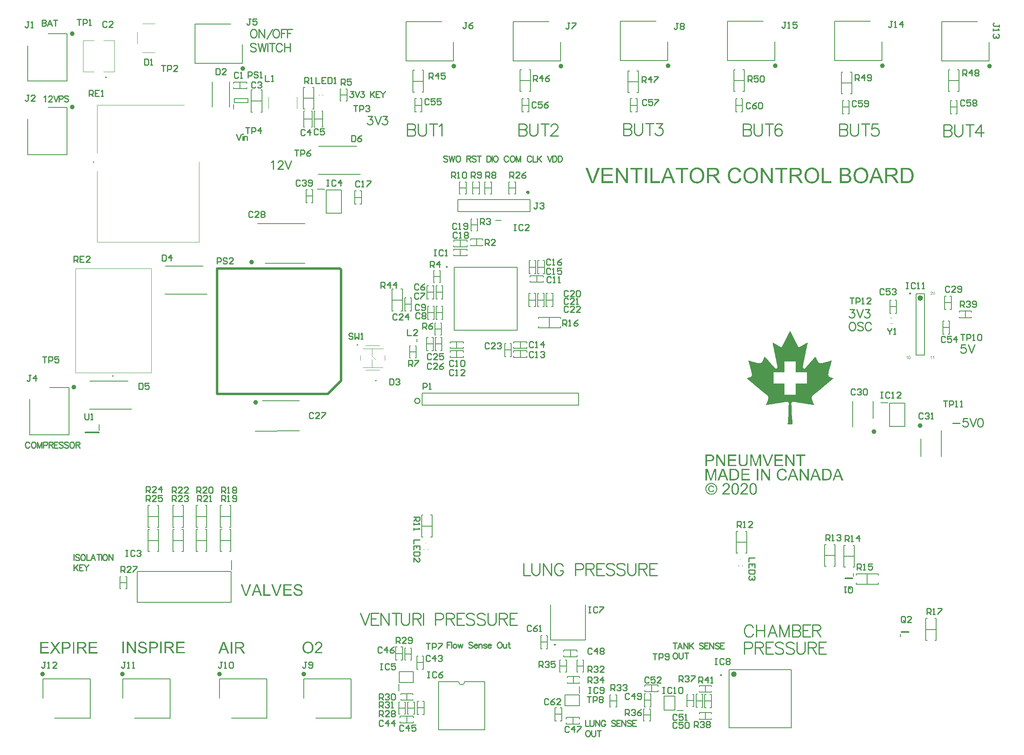
<source format=gto>
G04*
G04 #@! TF.GenerationSoftware,Altium Limited,Altium Designer,20.0.1 (14)*
G04*
G04 Layer_Color=65535*
%FSLAX44Y44*%
%MOMM*%
G71*
G01*
G75*
%ADD10C,0.2540*%
%ADD11C,0.2500*%
%ADD12C,0.6000*%
%ADD13C,0.2000*%
%ADD14C,0.1000*%
%ADD15C,0.4000*%
%ADD16C,1.0000*%
%ADD17C,0.0254*%
%ADD18C,0.1500*%
%ADD19C,0.5000*%
%ADD20C,0.0762*%
G36*
X1884489Y1207477D02*
X1881140D01*
X1868378Y1226621D01*
Y1207477D01*
X1865275D01*
Y1231874D01*
X1868589D01*
X1881387Y1212695D01*
Y1231874D01*
X1884489D01*
Y1207477D01*
D02*
G37*
G36*
X1738638D02*
X1735289D01*
X1722527Y1226621D01*
Y1207477D01*
X1719424D01*
Y1231874D01*
X1722738D01*
X1735536Y1212695D01*
Y1231874D01*
X1738638D01*
Y1207477D01*
D02*
G37*
G36*
X1814578D02*
X1811476D01*
Y1227890D01*
X1804354Y1207477D01*
X1801463D01*
X1794412Y1228242D01*
Y1207477D01*
X1791310D01*
Y1231874D01*
X1796140D01*
X1801922Y1214563D01*
Y1214528D01*
X1801957Y1214458D01*
X1801992Y1214352D01*
X1802063Y1214176D01*
X1802204Y1213753D01*
X1802380Y1213224D01*
X1802556Y1212624D01*
X1802768Y1212025D01*
X1802944Y1211461D01*
X1803085Y1210967D01*
X1803120Y1211038D01*
X1803155Y1211214D01*
X1803261Y1211532D01*
X1803402Y1211954D01*
X1803578Y1212519D01*
X1803825Y1213188D01*
X1804072Y1213964D01*
X1804389Y1214881D01*
X1810242Y1231874D01*
X1814578D01*
Y1207477D01*
D02*
G37*
G36*
X1830126D02*
X1826741D01*
X1817293Y1231874D01*
X1820818D01*
X1827164Y1214140D01*
Y1214105D01*
X1827200Y1214035D01*
X1827235Y1213929D01*
X1827305Y1213788D01*
X1827341Y1213576D01*
X1827411Y1213365D01*
X1827587Y1212836D01*
X1827799Y1212237D01*
X1828010Y1211567D01*
X1828433Y1210156D01*
Y1210192D01*
X1828469Y1210262D01*
X1828504Y1210368D01*
X1828539Y1210509D01*
X1828645Y1210897D01*
X1828821Y1211426D01*
X1828997Y1212025D01*
X1829209Y1212695D01*
X1829456Y1213400D01*
X1829738Y1214140D01*
X1836366Y1231874D01*
X1839645D01*
X1830126Y1207477D01*
D02*
G37*
G36*
X1786021Y1217772D02*
Y1217736D01*
Y1217595D01*
Y1217419D01*
Y1217172D01*
X1785986Y1216855D01*
Y1216503D01*
X1785951Y1216079D01*
X1785916Y1215656D01*
X1785810Y1214705D01*
X1785669Y1213717D01*
X1785457Y1212765D01*
X1785316Y1212307D01*
X1785175Y1211884D01*
Y1211849D01*
X1785140Y1211778D01*
X1785069Y1211673D01*
X1784999Y1211532D01*
X1784787Y1211144D01*
X1784470Y1210650D01*
X1784047Y1210086D01*
X1783554Y1209522D01*
X1782919Y1208923D01*
X1782143Y1208394D01*
X1782108D01*
X1782038Y1208323D01*
X1781932Y1208288D01*
X1781756Y1208182D01*
X1781544Y1208076D01*
X1781262Y1207971D01*
X1780980Y1207865D01*
X1780627Y1207724D01*
X1780240Y1207583D01*
X1779816Y1207477D01*
X1779358Y1207371D01*
X1778829Y1207266D01*
X1778300Y1207195D01*
X1777736Y1207125D01*
X1776467Y1207054D01*
X1776150D01*
X1775903Y1207089D01*
X1775621D01*
X1775269Y1207125D01*
X1774881Y1207160D01*
X1774493Y1207195D01*
X1773612Y1207336D01*
X1772660Y1207548D01*
X1771743Y1207830D01*
X1770862Y1208217D01*
X1770826D01*
X1770756Y1208288D01*
X1770650Y1208359D01*
X1770509Y1208429D01*
X1770121Y1208711D01*
X1769663Y1209099D01*
X1769134Y1209592D01*
X1768641Y1210156D01*
X1768147Y1210862D01*
X1767759Y1211637D01*
Y1211673D01*
X1767724Y1211743D01*
X1767689Y1211884D01*
X1767618Y1212060D01*
X1767548Y1212272D01*
X1767477Y1212554D01*
X1767371Y1212871D01*
X1767301Y1213259D01*
X1767230Y1213682D01*
X1767125Y1214140D01*
X1767054Y1214634D01*
X1766984Y1215163D01*
X1766913Y1215762D01*
X1766878Y1216397D01*
X1766843Y1217067D01*
Y1217772D01*
Y1231874D01*
X1770086D01*
Y1217772D01*
Y1217736D01*
Y1217631D01*
Y1217454D01*
Y1217243D01*
X1770121Y1216996D01*
Y1216679D01*
X1770157Y1216009D01*
X1770227Y1215233D01*
X1770333Y1214458D01*
X1770474Y1213717D01*
X1770544Y1213400D01*
X1770650Y1213083D01*
X1770685Y1213012D01*
X1770756Y1212836D01*
X1770932Y1212589D01*
X1771144Y1212237D01*
X1771391Y1211884D01*
X1771743Y1211496D01*
X1772166Y1211108D01*
X1772660Y1210791D01*
X1772730Y1210756D01*
X1772906Y1210650D01*
X1773224Y1210544D01*
X1773647Y1210403D01*
X1774140Y1210227D01*
X1774775Y1210121D01*
X1775445Y1210015D01*
X1776185Y1209980D01*
X1776538D01*
X1776749Y1210015D01*
X1777067D01*
X1777384Y1210051D01*
X1778159Y1210192D01*
X1779006Y1210368D01*
X1779816Y1210650D01*
X1780592Y1211038D01*
X1780945Y1211285D01*
X1781262Y1211567D01*
X1781297Y1211602D01*
X1781333Y1211637D01*
X1781403Y1211743D01*
X1781509Y1211884D01*
X1781615Y1212096D01*
X1781756Y1212307D01*
X1781897Y1212624D01*
X1782038Y1212942D01*
X1782179Y1213329D01*
X1782284Y1213788D01*
X1782425Y1214317D01*
X1782531Y1214881D01*
X1782637Y1215515D01*
X1782707Y1216185D01*
X1782778Y1216961D01*
Y1217772D01*
Y1231874D01*
X1786021D01*
Y1217772D01*
D02*
G37*
G36*
X1907405Y1228983D02*
X1899367D01*
Y1207477D01*
X1896123D01*
Y1228983D01*
X1888085D01*
Y1231874D01*
X1907405D01*
Y1228983D01*
D02*
G37*
G36*
X1860269D02*
X1845849D01*
Y1221544D01*
X1859352D01*
Y1218653D01*
X1845849D01*
Y1210368D01*
X1860833D01*
Y1207477D01*
X1842606D01*
Y1231874D01*
X1860269D01*
Y1228983D01*
D02*
G37*
G36*
X1761766D02*
X1747346D01*
Y1221544D01*
X1760849D01*
Y1218653D01*
X1747346D01*
Y1210368D01*
X1762330D01*
Y1207477D01*
X1744103D01*
Y1231874D01*
X1761766D01*
Y1228983D01*
D02*
G37*
G36*
X1707261Y1231839D02*
X1707861Y1231803D01*
X1708495Y1231768D01*
X1709095Y1231697D01*
X1709623Y1231627D01*
X1709694D01*
X1709941Y1231556D01*
X1710258Y1231486D01*
X1710681Y1231380D01*
X1711139Y1231204D01*
X1711633Y1230992D01*
X1712162Y1230746D01*
X1712620Y1230463D01*
X1712691Y1230428D01*
X1712832Y1230322D01*
X1713043Y1230111D01*
X1713325Y1229864D01*
X1713642Y1229547D01*
X1713960Y1229124D01*
X1714312Y1228665D01*
X1714594Y1228137D01*
X1714630Y1228066D01*
X1714700Y1227890D01*
X1714841Y1227573D01*
X1714982Y1227150D01*
X1715088Y1226656D01*
X1715229Y1226092D01*
X1715300Y1225457D01*
X1715335Y1224787D01*
Y1224752D01*
Y1224646D01*
Y1224505D01*
X1715300Y1224259D01*
X1715264Y1224012D01*
X1715229Y1223695D01*
X1715159Y1223342D01*
X1715088Y1222954D01*
X1714841Y1222143D01*
X1714700Y1221720D01*
X1714489Y1221262D01*
X1714242Y1220804D01*
X1713995Y1220380D01*
X1713678Y1219958D01*
X1713325Y1219534D01*
X1713290Y1219499D01*
X1713219Y1219429D01*
X1713114Y1219323D01*
X1712937Y1219217D01*
X1712726Y1219041D01*
X1712444Y1218865D01*
X1712091Y1218653D01*
X1711703Y1218477D01*
X1711245Y1218265D01*
X1710716Y1218054D01*
X1710152Y1217877D01*
X1709482Y1217736D01*
X1708777Y1217595D01*
X1708002Y1217490D01*
X1707120Y1217419D01*
X1706204Y1217384D01*
X1699964D01*
Y1207477D01*
X1696720D01*
Y1231874D01*
X1706732D01*
X1707261Y1231839D01*
D02*
G37*
G36*
X1859529Y1202140D02*
X1859846Y1202104D01*
X1860234Y1202069D01*
X1860621Y1202034D01*
X1861080Y1201928D01*
X1862032Y1201716D01*
X1863089Y1201399D01*
X1863618Y1201188D01*
X1864112Y1200941D01*
X1864605Y1200623D01*
X1865099Y1200306D01*
X1865134Y1200271D01*
X1865205Y1200236D01*
X1865346Y1200130D01*
X1865522Y1199954D01*
X1865698Y1199777D01*
X1865945Y1199531D01*
X1866192Y1199249D01*
X1866474Y1198967D01*
X1866756Y1198614D01*
X1867038Y1198191D01*
X1867355Y1197768D01*
X1867637Y1197309D01*
X1867884Y1196781D01*
X1868166Y1196252D01*
X1868378Y1195688D01*
X1868589Y1195053D01*
X1865416Y1194313D01*
Y1194348D01*
X1865381Y1194419D01*
X1865310Y1194560D01*
X1865240Y1194736D01*
X1865169Y1194947D01*
X1865064Y1195229D01*
X1864781Y1195794D01*
X1864429Y1196428D01*
X1864006Y1197063D01*
X1863477Y1197662D01*
X1862913Y1198191D01*
X1862843Y1198261D01*
X1862631Y1198402D01*
X1862278Y1198579D01*
X1861820Y1198826D01*
X1861221Y1199037D01*
X1860551Y1199249D01*
X1859740Y1199390D01*
X1858859Y1199425D01*
X1858577D01*
X1858400Y1199390D01*
X1858154D01*
X1857872Y1199354D01*
X1857202Y1199249D01*
X1856461Y1199108D01*
X1855686Y1198861D01*
X1854875Y1198508D01*
X1854135Y1198050D01*
X1854099D01*
X1854064Y1197979D01*
X1853817Y1197803D01*
X1853500Y1197521D01*
X1853112Y1197098D01*
X1852654Y1196569D01*
X1852231Y1195970D01*
X1851843Y1195229D01*
X1851490Y1194419D01*
Y1194383D01*
X1851455Y1194313D01*
X1851420Y1194207D01*
X1851385Y1194031D01*
X1851314Y1193819D01*
X1851243Y1193572D01*
X1851138Y1192973D01*
X1850997Y1192268D01*
X1850856Y1191492D01*
X1850785Y1190646D01*
X1850750Y1189730D01*
Y1189694D01*
Y1189589D01*
Y1189412D01*
Y1189201D01*
X1850785Y1188954D01*
Y1188637D01*
X1850820Y1188284D01*
X1850856Y1187896D01*
X1850961Y1187050D01*
X1851138Y1186134D01*
X1851349Y1185217D01*
X1851631Y1184300D01*
Y1184265D01*
X1851667Y1184195D01*
X1851737Y1184089D01*
X1851808Y1183913D01*
X1852019Y1183490D01*
X1852336Y1182996D01*
X1852724Y1182432D01*
X1853218Y1181833D01*
X1853782Y1181304D01*
X1854452Y1180810D01*
X1854487D01*
X1854557Y1180775D01*
X1854663Y1180704D01*
X1854804Y1180634D01*
X1854981Y1180563D01*
X1855192Y1180458D01*
X1855686Y1180246D01*
X1856320Y1180034D01*
X1857025Y1179858D01*
X1857801Y1179717D01*
X1858612Y1179682D01*
X1858859D01*
X1859070Y1179717D01*
X1859317D01*
X1859564Y1179753D01*
X1860198Y1179893D01*
X1860939Y1180070D01*
X1861679Y1180352D01*
X1862455Y1180740D01*
X1862843Y1180951D01*
X1863195Y1181233D01*
X1863230Y1181268D01*
X1863266Y1181304D01*
X1863371Y1181409D01*
X1863512Y1181515D01*
X1863653Y1181692D01*
X1863830Y1181903D01*
X1864041Y1182115D01*
X1864218Y1182397D01*
X1864429Y1182714D01*
X1864676Y1183066D01*
X1864887Y1183419D01*
X1865099Y1183842D01*
X1865275Y1184300D01*
X1865451Y1184794D01*
X1865628Y1185323D01*
X1865769Y1185887D01*
X1869012Y1185076D01*
Y1185041D01*
X1868977Y1184900D01*
X1868906Y1184688D01*
X1868801Y1184406D01*
X1868695Y1184089D01*
X1868554Y1183701D01*
X1868378Y1183278D01*
X1868166Y1182820D01*
X1867672Y1181833D01*
X1867038Y1180845D01*
X1866650Y1180352D01*
X1866262Y1179858D01*
X1865839Y1179435D01*
X1865346Y1179012D01*
X1865310Y1178977D01*
X1865240Y1178906D01*
X1865064Y1178836D01*
X1864887Y1178695D01*
X1864605Y1178519D01*
X1864323Y1178342D01*
X1863935Y1178166D01*
X1863548Y1177990D01*
X1863089Y1177778D01*
X1862596Y1177602D01*
X1862067Y1177426D01*
X1861503Y1177249D01*
X1860903Y1177108D01*
X1860269Y1177038D01*
X1859599Y1176967D01*
X1858894Y1176932D01*
X1858506D01*
X1858224Y1176967D01*
X1857907D01*
X1857519Y1177002D01*
X1857096Y1177073D01*
X1856602Y1177144D01*
X1855580Y1177320D01*
X1854522Y1177602D01*
X1853465Y1177990D01*
X1852971Y1178236D01*
X1852478Y1178519D01*
X1852442Y1178554D01*
X1852372Y1178589D01*
X1852231Y1178695D01*
X1852090Y1178836D01*
X1851878Y1178977D01*
X1851631Y1179188D01*
X1851349Y1179435D01*
X1851067Y1179717D01*
X1850785Y1180034D01*
X1850468Y1180352D01*
X1849833Y1181163D01*
X1849234Y1182115D01*
X1848705Y1183172D01*
Y1183207D01*
X1848635Y1183313D01*
X1848599Y1183490D01*
X1848494Y1183701D01*
X1848423Y1183983D01*
X1848317Y1184336D01*
X1848176Y1184723D01*
X1848071Y1185146D01*
X1847965Y1185605D01*
X1847824Y1186134D01*
X1847648Y1187227D01*
X1847507Y1188460D01*
X1847436Y1189730D01*
Y1189765D01*
Y1189906D01*
Y1190117D01*
X1847471Y1190364D01*
Y1190717D01*
X1847507Y1191069D01*
X1847542Y1191528D01*
X1847612Y1191986D01*
X1847789Y1193008D01*
X1848035Y1194137D01*
X1848388Y1195265D01*
X1848881Y1196358D01*
X1848917Y1196393D01*
X1848952Y1196499D01*
X1849023Y1196640D01*
X1849164Y1196816D01*
X1849305Y1197063D01*
X1849481Y1197345D01*
X1849939Y1197979D01*
X1850538Y1198684D01*
X1851243Y1199390D01*
X1852054Y1200095D01*
X1853006Y1200694D01*
X1853042Y1200729D01*
X1853147Y1200765D01*
X1853288Y1200835D01*
X1853465Y1200941D01*
X1853747Y1201047D01*
X1854029Y1201152D01*
X1854381Y1201293D01*
X1854769Y1201434D01*
X1855192Y1201575D01*
X1855650Y1201716D01*
X1856638Y1201928D01*
X1857766Y1202104D01*
X1858929Y1202175D01*
X1859282D01*
X1859529Y1202140D01*
D02*
G37*
G36*
X1914914Y1177355D02*
X1911565D01*
X1898803Y1196499D01*
Y1177355D01*
X1895700D01*
Y1201752D01*
X1899014D01*
X1911812Y1182573D01*
Y1201752D01*
X1914914D01*
Y1177355D01*
D02*
G37*
G36*
X1833475D02*
X1830126D01*
X1817363Y1196499D01*
Y1177355D01*
X1814261D01*
Y1201752D01*
X1817575D01*
X1830372Y1182573D01*
Y1201752D01*
X1833475D01*
Y1177355D01*
D02*
G37*
G36*
X1719988D02*
X1716886D01*
Y1197768D01*
X1709764Y1177355D01*
X1706873D01*
X1699823Y1198120D01*
Y1177355D01*
X1696720D01*
Y1201752D01*
X1701550D01*
X1707332Y1184441D01*
Y1184406D01*
X1707367Y1184336D01*
X1707402Y1184230D01*
X1707473Y1184054D01*
X1707614Y1183631D01*
X1707790Y1183102D01*
X1707966Y1182502D01*
X1708178Y1181903D01*
X1708354Y1181339D01*
X1708495Y1180845D01*
X1708530Y1180916D01*
X1708566Y1181092D01*
X1708672Y1181409D01*
X1708813Y1181833D01*
X1708989Y1182397D01*
X1709236Y1183066D01*
X1709482Y1183842D01*
X1709800Y1184759D01*
X1715652Y1201752D01*
X1719988D01*
Y1177355D01*
D02*
G37*
G36*
X1987822D02*
X1984156D01*
X1981300Y1184759D01*
X1971076D01*
X1968432Y1177355D01*
X1965012D01*
X1974319Y1201752D01*
X1977845D01*
X1987822Y1177355D01*
D02*
G37*
G36*
X1953096Y1201716D02*
X1953801Y1201681D01*
X1954506Y1201611D01*
X1955211Y1201505D01*
X1955811Y1201399D01*
X1955846D01*
X1955916Y1201364D01*
X1956022D01*
X1956163Y1201293D01*
X1956551Y1201188D01*
X1957044Y1201011D01*
X1957608Y1200765D01*
X1958208Y1200447D01*
X1958807Y1200095D01*
X1959371Y1199636D01*
X1959406Y1199601D01*
X1959442Y1199566D01*
X1959547Y1199460D01*
X1959689Y1199354D01*
X1960041Y1199002D01*
X1960464Y1198508D01*
X1960923Y1197909D01*
X1961416Y1197204D01*
X1961874Y1196393D01*
X1962262Y1195476D01*
Y1195441D01*
X1962297Y1195370D01*
X1962368Y1195229D01*
X1962403Y1195018D01*
X1962509Y1194771D01*
X1962579Y1194489D01*
X1962650Y1194172D01*
X1962756Y1193784D01*
X1962861Y1193396D01*
X1962932Y1192938D01*
X1963108Y1191951D01*
X1963214Y1190858D01*
X1963249Y1189659D01*
Y1189624D01*
Y1189553D01*
Y1189377D01*
Y1189201D01*
X1963214Y1188954D01*
Y1188672D01*
X1963179Y1188002D01*
X1963073Y1187227D01*
X1962967Y1186416D01*
X1962791Y1185570D01*
X1962579Y1184723D01*
Y1184688D01*
X1962544Y1184618D01*
X1962509Y1184512D01*
X1962474Y1184371D01*
X1962333Y1183983D01*
X1962121Y1183490D01*
X1961910Y1182925D01*
X1961628Y1182361D01*
X1961275Y1181762D01*
X1960923Y1181198D01*
X1960887Y1181127D01*
X1960746Y1180951D01*
X1960535Y1180704D01*
X1960253Y1180387D01*
X1959935Y1180034D01*
X1959547Y1179682D01*
X1959160Y1179294D01*
X1958701Y1178977D01*
X1958631Y1178942D01*
X1958490Y1178836D01*
X1958243Y1178695D01*
X1957890Y1178519D01*
X1957467Y1178307D01*
X1956974Y1178131D01*
X1956410Y1177919D01*
X1955775Y1177743D01*
X1955705D01*
X1955599Y1177708D01*
X1955493Y1177672D01*
X1955141Y1177637D01*
X1954647Y1177567D01*
X1954083Y1177496D01*
X1953413Y1177426D01*
X1952673Y1177390D01*
X1951862Y1177355D01*
X1943083D01*
Y1201752D01*
X1952461D01*
X1953096Y1201716D01*
D02*
G37*
G36*
X1940475Y1177355D02*
X1936808D01*
X1933952Y1184759D01*
X1923728D01*
X1921084Y1177355D01*
X1917664D01*
X1926972Y1201752D01*
X1930497D01*
X1940475Y1177355D01*
D02*
G37*
G36*
X1893127D02*
X1889460D01*
X1886604Y1184759D01*
X1876380D01*
X1873736Y1177355D01*
X1870317D01*
X1879624Y1201752D01*
X1883150D01*
X1893127Y1177355D01*
D02*
G37*
G36*
X1808585D02*
X1805341D01*
Y1201752D01*
X1808585D01*
Y1177355D01*
D02*
G37*
G36*
X1790287Y1198861D02*
X1775868D01*
Y1191422D01*
X1789371D01*
Y1188531D01*
X1775868D01*
Y1180246D01*
X1790851D01*
Y1177355D01*
X1772624D01*
Y1201752D01*
X1790287D01*
Y1198861D01*
D02*
G37*
G36*
X1757993Y1201716D02*
X1758699Y1201681D01*
X1759404Y1201611D01*
X1760109Y1201505D01*
X1760708Y1201399D01*
X1760743D01*
X1760814Y1201364D01*
X1760920D01*
X1761061Y1201293D01*
X1761449Y1201188D01*
X1761942Y1201011D01*
X1762506Y1200765D01*
X1763105Y1200447D01*
X1763705Y1200095D01*
X1764269Y1199636D01*
X1764304Y1199601D01*
X1764339Y1199566D01*
X1764445Y1199460D01*
X1764586Y1199354D01*
X1764939Y1199002D01*
X1765362Y1198508D01*
X1765820Y1197909D01*
X1766314Y1197204D01*
X1766772Y1196393D01*
X1767160Y1195476D01*
Y1195441D01*
X1767195Y1195370D01*
X1767266Y1195229D01*
X1767301Y1195018D01*
X1767407Y1194771D01*
X1767477Y1194489D01*
X1767548Y1194172D01*
X1767654Y1193784D01*
X1767759Y1193396D01*
X1767830Y1192938D01*
X1768006Y1191951D01*
X1768112Y1190858D01*
X1768147Y1189659D01*
Y1189624D01*
Y1189553D01*
Y1189377D01*
Y1189201D01*
X1768112Y1188954D01*
Y1188672D01*
X1768076Y1188002D01*
X1767971Y1187227D01*
X1767865Y1186416D01*
X1767689Y1185570D01*
X1767477Y1184723D01*
Y1184688D01*
X1767442Y1184618D01*
X1767407Y1184512D01*
X1767371Y1184371D01*
X1767230Y1183983D01*
X1767019Y1183490D01*
X1766807Y1182925D01*
X1766525Y1182361D01*
X1766173Y1181762D01*
X1765820Y1181198D01*
X1765785Y1181127D01*
X1765644Y1180951D01*
X1765432Y1180704D01*
X1765150Y1180387D01*
X1764833Y1180034D01*
X1764445Y1179682D01*
X1764057Y1179294D01*
X1763599Y1178977D01*
X1763529Y1178942D01*
X1763388Y1178836D01*
X1763141Y1178695D01*
X1762788Y1178519D01*
X1762365Y1178307D01*
X1761872Y1178131D01*
X1761308Y1177919D01*
X1760673Y1177743D01*
X1760602D01*
X1760497Y1177708D01*
X1760391Y1177672D01*
X1760038Y1177637D01*
X1759545Y1177567D01*
X1758981Y1177496D01*
X1758311Y1177426D01*
X1757570Y1177390D01*
X1756760Y1177355D01*
X1747981D01*
Y1201752D01*
X1757359D01*
X1757993Y1201716D01*
D02*
G37*
G36*
X1745372Y1177355D02*
X1741706D01*
X1738850Y1184759D01*
X1728626D01*
X1725982Y1177355D01*
X1722562D01*
X1731869Y1201752D01*
X1735395D01*
X1745372Y1177355D01*
D02*
G37*
G36*
X1779323Y1171700D02*
X1779605Y1171665D01*
X1779957Y1171630D01*
X1780345Y1171559D01*
X1780733Y1171489D01*
X1781650Y1171242D01*
X1782566Y1170889D01*
X1783025Y1170678D01*
X1783483Y1170431D01*
X1783906Y1170114D01*
X1784294Y1169761D01*
X1784329Y1169726D01*
X1784400Y1169691D01*
X1784470Y1169550D01*
X1784611Y1169409D01*
X1784787Y1169232D01*
X1784964Y1168986D01*
X1785140Y1168739D01*
X1785352Y1168421D01*
X1785704Y1167752D01*
X1786057Y1166906D01*
X1786198Y1166482D01*
X1786268Y1165989D01*
X1786339Y1165495D01*
X1786374Y1164966D01*
Y1164896D01*
Y1164720D01*
X1786339Y1164438D01*
X1786304Y1164050D01*
X1786233Y1163627D01*
X1786092Y1163133D01*
X1785951Y1162604D01*
X1785739Y1162076D01*
X1785704Y1162005D01*
X1785634Y1161829D01*
X1785493Y1161547D01*
X1785281Y1161159D01*
X1784999Y1160736D01*
X1784646Y1160207D01*
X1784223Y1159678D01*
X1783730Y1159079D01*
X1783659Y1159008D01*
X1783483Y1158797D01*
X1783307Y1158621D01*
X1783130Y1158444D01*
X1782919Y1158233D01*
X1782637Y1157951D01*
X1782355Y1157669D01*
X1782002Y1157351D01*
X1781650Y1156999D01*
X1781227Y1156611D01*
X1780768Y1156223D01*
X1780275Y1155765D01*
X1779711Y1155306D01*
X1779147Y1154813D01*
X1779111Y1154778D01*
X1779041Y1154707D01*
X1778900Y1154601D01*
X1778724Y1154460D01*
X1778512Y1154249D01*
X1778265Y1154037D01*
X1777701Y1153579D01*
X1777102Y1153050D01*
X1776538Y1152521D01*
X1776044Y1152063D01*
X1775833Y1151887D01*
X1775656Y1151711D01*
X1775621Y1151675D01*
X1775515Y1151570D01*
X1775374Y1151428D01*
X1775198Y1151217D01*
X1775022Y1150970D01*
X1774810Y1150723D01*
X1774387Y1150124D01*
X1786409D01*
Y1147233D01*
X1770227D01*
Y1147268D01*
Y1147409D01*
Y1147621D01*
X1770262Y1147903D01*
X1770298Y1148220D01*
X1770368Y1148573D01*
X1770439Y1148925D01*
X1770580Y1149313D01*
Y1149348D01*
X1770615Y1149384D01*
X1770685Y1149595D01*
X1770826Y1149912D01*
X1771038Y1150335D01*
X1771320Y1150829D01*
X1771673Y1151393D01*
X1772060Y1151957D01*
X1772554Y1152557D01*
Y1152592D01*
X1772624Y1152627D01*
X1772801Y1152839D01*
X1773118Y1153156D01*
X1773576Y1153614D01*
X1774105Y1154143D01*
X1774775Y1154778D01*
X1775586Y1155483D01*
X1776467Y1156223D01*
X1776503Y1156258D01*
X1776644Y1156364D01*
X1776855Y1156540D01*
X1777102Y1156752D01*
X1777419Y1157034D01*
X1777807Y1157351D01*
X1778195Y1157704D01*
X1778653Y1158092D01*
X1779534Y1158938D01*
X1780416Y1159784D01*
X1780839Y1160207D01*
X1781227Y1160630D01*
X1781579Y1161018D01*
X1781861Y1161406D01*
Y1161441D01*
X1781932Y1161476D01*
X1782002Y1161582D01*
X1782073Y1161723D01*
X1782320Y1162111D01*
X1782602Y1162569D01*
X1782849Y1163133D01*
X1783095Y1163733D01*
X1783236Y1164402D01*
X1783307Y1165037D01*
Y1165072D01*
Y1165107D01*
X1783271Y1165319D01*
X1783236Y1165671D01*
X1783130Y1166059D01*
X1782990Y1166553D01*
X1782743Y1167047D01*
X1782425Y1167540D01*
X1782002Y1168034D01*
X1781932Y1168104D01*
X1781756Y1168245D01*
X1781509Y1168421D01*
X1781121Y1168668D01*
X1780627Y1168880D01*
X1780063Y1169091D01*
X1779393Y1169232D01*
X1778653Y1169268D01*
X1778442D01*
X1778300Y1169232D01*
X1777878Y1169197D01*
X1777384Y1169091D01*
X1776855Y1168950D01*
X1776256Y1168704D01*
X1775692Y1168386D01*
X1775163Y1167963D01*
X1775092Y1167893D01*
X1774951Y1167716D01*
X1774740Y1167434D01*
X1774528Y1167011D01*
X1774281Y1166518D01*
X1774070Y1165883D01*
X1773929Y1165178D01*
X1773858Y1164367D01*
X1770791Y1164684D01*
Y1164720D01*
X1770826Y1164825D01*
Y1165002D01*
X1770862Y1165248D01*
X1770932Y1165530D01*
X1771003Y1165848D01*
X1771109Y1166236D01*
X1771214Y1166623D01*
X1771496Y1167469D01*
X1771919Y1168316D01*
X1772166Y1168739D01*
X1772483Y1169162D01*
X1772801Y1169550D01*
X1773153Y1169902D01*
X1773188Y1169937D01*
X1773259Y1169973D01*
X1773365Y1170078D01*
X1773541Y1170184D01*
X1773753Y1170325D01*
X1773999Y1170466D01*
X1774281Y1170642D01*
X1774634Y1170819D01*
X1775022Y1170995D01*
X1775445Y1171171D01*
X1775903Y1171312D01*
X1776397Y1171453D01*
X1776926Y1171559D01*
X1777490Y1171665D01*
X1778089Y1171700D01*
X1778724Y1171735D01*
X1779076D01*
X1779323Y1171700D01*
D02*
G37*
G36*
X1741388D02*
X1741670Y1171665D01*
X1742023Y1171630D01*
X1742411Y1171559D01*
X1742798Y1171489D01*
X1743715Y1171242D01*
X1744632Y1170889D01*
X1745090Y1170678D01*
X1745549Y1170431D01*
X1745972Y1170114D01*
X1746359Y1169761D01*
X1746395Y1169726D01*
X1746465Y1169691D01*
X1746536Y1169550D01*
X1746677Y1169409D01*
X1746853Y1169232D01*
X1747029Y1168986D01*
X1747205Y1168739D01*
X1747417Y1168421D01*
X1747769Y1167752D01*
X1748122Y1166906D01*
X1748263Y1166482D01*
X1748334Y1165989D01*
X1748404Y1165495D01*
X1748439Y1164966D01*
Y1164896D01*
Y1164720D01*
X1748404Y1164438D01*
X1748369Y1164050D01*
X1748298Y1163627D01*
X1748157Y1163133D01*
X1748016Y1162604D01*
X1747805Y1162076D01*
X1747769Y1162005D01*
X1747699Y1161829D01*
X1747558Y1161547D01*
X1747346Y1161159D01*
X1747064Y1160736D01*
X1746712Y1160207D01*
X1746289Y1159678D01*
X1745795Y1159079D01*
X1745725Y1159008D01*
X1745549Y1158797D01*
X1745372Y1158621D01*
X1745196Y1158444D01*
X1744984Y1158233D01*
X1744702Y1157951D01*
X1744420Y1157669D01*
X1744068Y1157351D01*
X1743715Y1156999D01*
X1743292Y1156611D01*
X1742834Y1156223D01*
X1742340Y1155765D01*
X1741776Y1155306D01*
X1741212Y1154813D01*
X1741177Y1154778D01*
X1741106Y1154707D01*
X1740965Y1154601D01*
X1740789Y1154460D01*
X1740578Y1154249D01*
X1740331Y1154037D01*
X1739767Y1153579D01*
X1739167Y1153050D01*
X1738603Y1152521D01*
X1738110Y1152063D01*
X1737898Y1151887D01*
X1737722Y1151711D01*
X1737686Y1151675D01*
X1737581Y1151570D01*
X1737440Y1151428D01*
X1737263Y1151217D01*
X1737087Y1150970D01*
X1736876Y1150723D01*
X1736453Y1150124D01*
X1748475D01*
Y1147233D01*
X1732292D01*
Y1147268D01*
Y1147409D01*
Y1147621D01*
X1732328Y1147903D01*
X1732363Y1148220D01*
X1732433Y1148573D01*
X1732504Y1148925D01*
X1732645Y1149313D01*
Y1149348D01*
X1732680Y1149384D01*
X1732751Y1149595D01*
X1732892Y1149912D01*
X1733103Y1150335D01*
X1733385Y1150829D01*
X1733738Y1151393D01*
X1734126Y1151957D01*
X1734619Y1152557D01*
Y1152592D01*
X1734690Y1152627D01*
X1734866Y1152839D01*
X1735183Y1153156D01*
X1735642Y1153614D01*
X1736171Y1154143D01*
X1736840Y1154778D01*
X1737651Y1155483D01*
X1738533Y1156223D01*
X1738568Y1156258D01*
X1738709Y1156364D01*
X1738920Y1156540D01*
X1739167Y1156752D01*
X1739485Y1157034D01*
X1739872Y1157351D01*
X1740260Y1157704D01*
X1740719Y1158092D01*
X1741600Y1158938D01*
X1742481Y1159784D01*
X1742904Y1160207D01*
X1743292Y1160630D01*
X1743645Y1161018D01*
X1743927Y1161406D01*
Y1161441D01*
X1743997Y1161476D01*
X1744068Y1161582D01*
X1744138Y1161723D01*
X1744385Y1162111D01*
X1744667Y1162569D01*
X1744914Y1163133D01*
X1745161Y1163733D01*
X1745302Y1164402D01*
X1745372Y1165037D01*
Y1165072D01*
Y1165107D01*
X1745337Y1165319D01*
X1745302Y1165671D01*
X1745196Y1166059D01*
X1745055Y1166553D01*
X1744808Y1167047D01*
X1744491Y1167540D01*
X1744068Y1168034D01*
X1743997Y1168104D01*
X1743821Y1168245D01*
X1743574Y1168421D01*
X1743186Y1168668D01*
X1742693Y1168880D01*
X1742129Y1169091D01*
X1741459Y1169232D01*
X1740719Y1169268D01*
X1740507D01*
X1740366Y1169232D01*
X1739943Y1169197D01*
X1739449Y1169091D01*
X1738920Y1168950D01*
X1738321Y1168704D01*
X1737757Y1168386D01*
X1737228Y1167963D01*
X1737158Y1167893D01*
X1737017Y1167716D01*
X1736805Y1167434D01*
X1736594Y1167011D01*
X1736347Y1166518D01*
X1736135Y1165883D01*
X1735994Y1165178D01*
X1735924Y1164367D01*
X1732857Y1164684D01*
Y1164720D01*
X1732892Y1164825D01*
Y1165002D01*
X1732927Y1165248D01*
X1732998Y1165530D01*
X1733068Y1165848D01*
X1733174Y1166236D01*
X1733280Y1166623D01*
X1733562Y1167469D01*
X1733985Y1168316D01*
X1734232Y1168739D01*
X1734549Y1169162D01*
X1734866Y1169550D01*
X1735219Y1169902D01*
X1735254Y1169937D01*
X1735324Y1169973D01*
X1735430Y1170078D01*
X1735607Y1170184D01*
X1735818Y1170325D01*
X1736065Y1170466D01*
X1736347Y1170642D01*
X1736699Y1170819D01*
X1737087Y1170995D01*
X1737510Y1171171D01*
X1737969Y1171312D01*
X1738462Y1171453D01*
X1738991Y1171559D01*
X1739555Y1171665D01*
X1740154Y1171700D01*
X1740789Y1171735D01*
X1741142D01*
X1741388Y1171700D01*
D02*
G37*
G36*
X1709800Y1172018D02*
X1710082D01*
X1710434Y1171982D01*
X1710822Y1171912D01*
X1711245Y1171841D01*
X1712162Y1171665D01*
X1713219Y1171348D01*
X1714312Y1170960D01*
X1714876Y1170678D01*
X1715441Y1170396D01*
X1715476Y1170360D01*
X1715582Y1170325D01*
X1715723Y1170219D01*
X1715934Y1170114D01*
X1716181Y1169937D01*
X1716498Y1169726D01*
X1716815Y1169479D01*
X1717168Y1169197D01*
X1717556Y1168880D01*
X1717944Y1168562D01*
X1718719Y1167752D01*
X1719460Y1166800D01*
X1720165Y1165742D01*
X1720200Y1165707D01*
X1720235Y1165601D01*
X1720306Y1165460D01*
X1720447Y1165213D01*
X1720553Y1164931D01*
X1720694Y1164614D01*
X1720870Y1164261D01*
X1721011Y1163838D01*
X1721187Y1163380D01*
X1721328Y1162886D01*
X1721610Y1161829D01*
X1721786Y1160665D01*
X1721822Y1160066D01*
X1721857Y1159467D01*
Y1159431D01*
Y1159326D01*
Y1159149D01*
X1721822Y1158903D01*
Y1158621D01*
X1721786Y1158268D01*
X1721716Y1157880D01*
X1721645Y1157457D01*
X1721434Y1156505D01*
X1721152Y1155483D01*
X1720729Y1154355D01*
X1720447Y1153791D01*
X1720165Y1153226D01*
X1720130Y1153191D01*
X1720094Y1153085D01*
X1719988Y1152944D01*
X1719847Y1152733D01*
X1719706Y1152486D01*
X1719495Y1152204D01*
X1719248Y1151887D01*
X1718966Y1151534D01*
X1718296Y1150759D01*
X1717521Y1149983D01*
X1716569Y1149243D01*
X1715511Y1148573D01*
X1715476D01*
X1715370Y1148502D01*
X1715229Y1148432D01*
X1714982Y1148326D01*
X1714735Y1148185D01*
X1714418Y1148044D01*
X1714030Y1147903D01*
X1713607Y1147762D01*
X1713184Y1147586D01*
X1712691Y1147445D01*
X1711633Y1147163D01*
X1710470Y1146986D01*
X1709870Y1146951D01*
X1709271Y1146916D01*
X1708954D01*
X1708707Y1146951D01*
X1708425D01*
X1708072Y1147021D01*
X1707684Y1147057D01*
X1707261Y1147127D01*
X1706309Y1147339D01*
X1705287Y1147621D01*
X1704159Y1148044D01*
X1703595Y1148291D01*
X1703031Y1148573D01*
X1702995Y1148608D01*
X1702890Y1148643D01*
X1702749Y1148749D01*
X1702537Y1148890D01*
X1702290Y1149066D01*
X1702008Y1149243D01*
X1701691Y1149489D01*
X1701338Y1149771D01*
X1700563Y1150441D01*
X1699787Y1151252D01*
X1699047Y1152169D01*
X1698377Y1153226D01*
Y1153262D01*
X1698306Y1153367D01*
X1698236Y1153509D01*
X1698130Y1153755D01*
X1697989Y1154037D01*
X1697848Y1154355D01*
X1697707Y1154707D01*
X1697566Y1155130D01*
X1697390Y1155589D01*
X1697249Y1156082D01*
X1696967Y1157140D01*
X1696790Y1158268D01*
X1696755Y1158867D01*
X1696720Y1159467D01*
Y1159502D01*
Y1159608D01*
Y1159784D01*
X1696755Y1160031D01*
Y1160313D01*
X1696826Y1160665D01*
X1696861Y1161053D01*
X1696931Y1161476D01*
X1697143Y1162428D01*
X1697425Y1163486D01*
X1697848Y1164614D01*
X1698095Y1165178D01*
X1698377Y1165742D01*
X1698412Y1165777D01*
X1698448Y1165883D01*
X1698553Y1166024D01*
X1698694Y1166236D01*
X1698871Y1166482D01*
X1699082Y1166800D01*
X1699329Y1167117D01*
X1699611Y1167469D01*
X1700281Y1168210D01*
X1701056Y1168986D01*
X1702008Y1169726D01*
X1703066Y1170396D01*
X1703101Y1170431D01*
X1703207Y1170466D01*
X1703383Y1170537D01*
X1703595Y1170642D01*
X1703877Y1170783D01*
X1704194Y1170925D01*
X1704582Y1171066D01*
X1704970Y1171242D01*
X1705428Y1171383D01*
X1705922Y1171524D01*
X1706979Y1171806D01*
X1708107Y1171982D01*
X1708672Y1172053D01*
X1709588D01*
X1709800Y1172018D01*
D02*
G37*
G36*
X1798290Y1171700D02*
X1798748Y1171630D01*
X1799277Y1171524D01*
X1799841Y1171383D01*
X1800441Y1171207D01*
X1801005Y1170925D01*
X1801040D01*
X1801075Y1170889D01*
X1801252Y1170783D01*
X1801534Y1170607D01*
X1801886Y1170360D01*
X1802274Y1170008D01*
X1802697Y1169620D01*
X1803085Y1169162D01*
X1803473Y1168633D01*
X1803508Y1168562D01*
X1803649Y1168386D01*
X1803790Y1168069D01*
X1804037Y1167611D01*
X1804248Y1167082D01*
X1804530Y1166482D01*
X1804777Y1165777D01*
X1804989Y1165002D01*
Y1164966D01*
X1805024Y1164896D01*
X1805059Y1164790D01*
X1805094Y1164614D01*
X1805130Y1164402D01*
X1805165Y1164156D01*
X1805235Y1163838D01*
X1805271Y1163486D01*
X1805341Y1163098D01*
X1805376Y1162675D01*
X1805412Y1162181D01*
X1805482Y1161688D01*
X1805517Y1161124D01*
Y1160559D01*
X1805553Y1159925D01*
Y1159255D01*
Y1159220D01*
Y1159079D01*
Y1158832D01*
Y1158550D01*
X1805517Y1158162D01*
Y1157739D01*
X1805482Y1157281D01*
X1805447Y1156787D01*
X1805341Y1155659D01*
X1805165Y1154496D01*
X1804953Y1153367D01*
X1804812Y1152839D01*
X1804636Y1152310D01*
Y1152275D01*
X1804601Y1152204D01*
X1804530Y1152063D01*
X1804460Y1151887D01*
X1804389Y1151640D01*
X1804248Y1151393D01*
X1803966Y1150794D01*
X1803614Y1150159D01*
X1803155Y1149454D01*
X1802627Y1148820D01*
X1801992Y1148220D01*
X1801957D01*
X1801922Y1148150D01*
X1801816Y1148079D01*
X1801675Y1148009D01*
X1801499Y1147903D01*
X1801322Y1147762D01*
X1800793Y1147515D01*
X1800159Y1147268D01*
X1799418Y1147021D01*
X1798537Y1146880D01*
X1797585Y1146810D01*
X1797233D01*
X1796986Y1146845D01*
X1796704Y1146880D01*
X1796351Y1146951D01*
X1795963Y1147021D01*
X1795540Y1147127D01*
X1795117Y1147268D01*
X1794659Y1147409D01*
X1794201Y1147621D01*
X1793742Y1147868D01*
X1793284Y1148150D01*
X1792826Y1148502D01*
X1792403Y1148890D01*
X1792015Y1149313D01*
X1791980Y1149348D01*
X1791909Y1149454D01*
X1791803Y1149630D01*
X1791627Y1149912D01*
X1791451Y1150230D01*
X1791274Y1150653D01*
X1791028Y1151146D01*
X1790816Y1151711D01*
X1790605Y1152345D01*
X1790393Y1153085D01*
X1790181Y1153896D01*
X1790005Y1154813D01*
X1789829Y1155800D01*
X1789723Y1156858D01*
X1789653Y1158021D01*
X1789617Y1159255D01*
Y1159290D01*
Y1159431D01*
Y1159678D01*
Y1159960D01*
X1789653Y1160348D01*
Y1160771D01*
X1789688Y1161229D01*
X1789723Y1161758D01*
X1789829Y1162851D01*
X1790005Y1164015D01*
X1790217Y1165178D01*
X1790358Y1165707D01*
X1790499Y1166236D01*
Y1166271D01*
X1790534Y1166341D01*
X1790605Y1166482D01*
X1790675Y1166659D01*
X1790746Y1166906D01*
X1790887Y1167152D01*
X1791169Y1167752D01*
X1791521Y1168386D01*
X1791980Y1169056D01*
X1792508Y1169726D01*
X1793143Y1170290D01*
X1793178D01*
X1793214Y1170360D01*
X1793319Y1170431D01*
X1793460Y1170501D01*
X1793636Y1170642D01*
X1793848Y1170748D01*
X1794377Y1171030D01*
X1795011Y1171277D01*
X1795752Y1171524D01*
X1796633Y1171665D01*
X1797585Y1171735D01*
X1797902D01*
X1798290Y1171700D01*
D02*
G37*
G36*
X1760356D02*
X1760814Y1171630D01*
X1761343Y1171524D01*
X1761907Y1171383D01*
X1762506Y1171207D01*
X1763070Y1170925D01*
X1763105D01*
X1763141Y1170889D01*
X1763317Y1170783D01*
X1763599Y1170607D01*
X1763952Y1170360D01*
X1764339Y1170008D01*
X1764763Y1169620D01*
X1765150Y1169162D01*
X1765538Y1168633D01*
X1765573Y1168562D01*
X1765714Y1168386D01*
X1765855Y1168069D01*
X1766102Y1167611D01*
X1766314Y1167082D01*
X1766596Y1166482D01*
X1766843Y1165777D01*
X1767054Y1165002D01*
Y1164966D01*
X1767089Y1164896D01*
X1767125Y1164790D01*
X1767160Y1164614D01*
X1767195Y1164402D01*
X1767230Y1164156D01*
X1767301Y1163838D01*
X1767336Y1163486D01*
X1767407Y1163098D01*
X1767442Y1162675D01*
X1767477Y1162181D01*
X1767548Y1161688D01*
X1767583Y1161124D01*
Y1160559D01*
X1767618Y1159925D01*
Y1159255D01*
Y1159220D01*
Y1159079D01*
Y1158832D01*
Y1158550D01*
X1767583Y1158162D01*
Y1157739D01*
X1767548Y1157281D01*
X1767512Y1156787D01*
X1767407Y1155659D01*
X1767230Y1154496D01*
X1767019Y1153367D01*
X1766878Y1152839D01*
X1766702Y1152310D01*
Y1152275D01*
X1766666Y1152204D01*
X1766596Y1152063D01*
X1766525Y1151887D01*
X1766455Y1151640D01*
X1766314Y1151393D01*
X1766032Y1150794D01*
X1765679Y1150159D01*
X1765221Y1149454D01*
X1764692Y1148820D01*
X1764057Y1148220D01*
X1764022D01*
X1763987Y1148150D01*
X1763881Y1148079D01*
X1763740Y1148009D01*
X1763564Y1147903D01*
X1763388Y1147762D01*
X1762859Y1147515D01*
X1762224Y1147268D01*
X1761484Y1147021D01*
X1760602Y1146880D01*
X1759651Y1146810D01*
X1759298D01*
X1759051Y1146845D01*
X1758769Y1146880D01*
X1758417Y1146951D01*
X1758029Y1147021D01*
X1757606Y1147127D01*
X1757183Y1147268D01*
X1756724Y1147409D01*
X1756266Y1147621D01*
X1755808Y1147868D01*
X1755349Y1148150D01*
X1754891Y1148502D01*
X1754468Y1148890D01*
X1754080Y1149313D01*
X1754045Y1149348D01*
X1753974Y1149454D01*
X1753869Y1149630D01*
X1753692Y1149912D01*
X1753516Y1150230D01*
X1753340Y1150653D01*
X1753093Y1151146D01*
X1752881Y1151711D01*
X1752670Y1152345D01*
X1752458Y1153085D01*
X1752247Y1153896D01*
X1752071Y1154813D01*
X1751894Y1155800D01*
X1751789Y1156858D01*
X1751718Y1158021D01*
X1751683Y1159255D01*
Y1159290D01*
Y1159431D01*
Y1159678D01*
Y1159960D01*
X1751718Y1160348D01*
Y1160771D01*
X1751753Y1161229D01*
X1751789Y1161758D01*
X1751894Y1162851D01*
X1752071Y1164015D01*
X1752282Y1165178D01*
X1752423Y1165707D01*
X1752564Y1166236D01*
Y1166271D01*
X1752599Y1166341D01*
X1752670Y1166482D01*
X1752740Y1166659D01*
X1752811Y1166906D01*
X1752952Y1167152D01*
X1753234Y1167752D01*
X1753587Y1168386D01*
X1754045Y1169056D01*
X1754574Y1169726D01*
X1755208Y1170290D01*
X1755244D01*
X1755279Y1170360D01*
X1755385Y1170431D01*
X1755526Y1170501D01*
X1755702Y1170642D01*
X1755914Y1170748D01*
X1756442Y1171030D01*
X1757077Y1171277D01*
X1757817Y1171524D01*
X1758699Y1171665D01*
X1759651Y1171735D01*
X1759968D01*
X1760356Y1171700D01*
D02*
G37*
G36*
X1760357Y1838286D02*
X1760780Y1838239D01*
X1761297Y1838192D01*
X1761814Y1838145D01*
X1762425Y1838004D01*
X1763695Y1837722D01*
X1765105Y1837299D01*
X1765810Y1837017D01*
X1766469Y1836687D01*
X1767127Y1836264D01*
X1767785Y1835841D01*
X1767832Y1835794D01*
X1767926Y1835747D01*
X1768114Y1835606D01*
X1768349Y1835371D01*
X1768584Y1835136D01*
X1768913Y1834807D01*
X1769243Y1834431D01*
X1769619Y1834055D01*
X1769995Y1833584D01*
X1770371Y1833020D01*
X1770794Y1832456D01*
X1771170Y1831845D01*
X1771499Y1831140D01*
X1771875Y1830434D01*
X1772157Y1829682D01*
X1772440Y1828836D01*
X1768208Y1827849D01*
Y1827896D01*
X1768161Y1827990D01*
X1768067Y1828178D01*
X1767973Y1828413D01*
X1767879Y1828695D01*
X1767738Y1829071D01*
X1767362Y1829823D01*
X1766892Y1830670D01*
X1766328Y1831516D01*
X1765622Y1832315D01*
X1764870Y1833020D01*
X1764776Y1833114D01*
X1764494Y1833302D01*
X1764024Y1833537D01*
X1763413Y1833867D01*
X1762613Y1834149D01*
X1761720Y1834431D01*
X1760639Y1834619D01*
X1759463Y1834666D01*
X1759087D01*
X1758852Y1834619D01*
X1758523D01*
X1758147Y1834572D01*
X1757254Y1834431D01*
X1756266Y1834243D01*
X1755232Y1833914D01*
X1754151Y1833443D01*
X1753163Y1832832D01*
X1753116D01*
X1753069Y1832738D01*
X1752740Y1832503D01*
X1752317Y1832127D01*
X1751800Y1831563D01*
X1751189Y1830858D01*
X1750624Y1830058D01*
X1750107Y1829071D01*
X1749637Y1827990D01*
Y1827943D01*
X1749590Y1827849D01*
X1749543Y1827708D01*
X1749496Y1827473D01*
X1749402Y1827190D01*
X1749308Y1826861D01*
X1749167Y1826062D01*
X1748979Y1825122D01*
X1748791Y1824087D01*
X1748697Y1822959D01*
X1748650Y1821737D01*
Y1821690D01*
Y1821548D01*
Y1821313D01*
Y1821031D01*
X1748697Y1820702D01*
Y1820279D01*
X1748744Y1819809D01*
X1748791Y1819292D01*
X1748932Y1818163D01*
X1749167Y1816941D01*
X1749449Y1815719D01*
X1749825Y1814496D01*
Y1814449D01*
X1749872Y1814355D01*
X1749966Y1814214D01*
X1750060Y1813979D01*
X1750342Y1813415D01*
X1750766Y1812757D01*
X1751283Y1812004D01*
X1751941Y1811205D01*
X1752693Y1810500D01*
X1753586Y1809842D01*
X1753633D01*
X1753728Y1809795D01*
X1753869Y1809701D01*
X1754057Y1809607D01*
X1754292Y1809513D01*
X1754574Y1809371D01*
X1755232Y1809089D01*
X1756078Y1808807D01*
X1757018Y1808572D01*
X1758053Y1808384D01*
X1759134Y1808337D01*
X1759463D01*
X1759745Y1808384D01*
X1760074D01*
X1760404Y1808431D01*
X1761250Y1808619D01*
X1762237Y1808854D01*
X1763225Y1809230D01*
X1764259Y1809748D01*
X1764776Y1810030D01*
X1765246Y1810406D01*
X1765293Y1810453D01*
X1765340Y1810500D01*
X1765481Y1810641D01*
X1765669Y1810782D01*
X1765857Y1811017D01*
X1766093Y1811299D01*
X1766375Y1811581D01*
X1766610Y1811957D01*
X1766892Y1812381D01*
X1767221Y1812851D01*
X1767503Y1813321D01*
X1767785Y1813885D01*
X1768020Y1814496D01*
X1768255Y1815154D01*
X1768490Y1815860D01*
X1768678Y1816612D01*
X1773004Y1815531D01*
Y1815484D01*
X1772957Y1815296D01*
X1772863Y1815013D01*
X1772722Y1814637D01*
X1772581Y1814214D01*
X1772393Y1813697D01*
X1772157Y1813133D01*
X1771875Y1812522D01*
X1771217Y1811205D01*
X1770371Y1809889D01*
X1769854Y1809230D01*
X1769337Y1808572D01*
X1768772Y1808008D01*
X1768114Y1807444D01*
X1768067Y1807397D01*
X1767973Y1807303D01*
X1767738Y1807209D01*
X1767503Y1807021D01*
X1767127Y1806786D01*
X1766751Y1806551D01*
X1766234Y1806315D01*
X1765716Y1806080D01*
X1765105Y1805798D01*
X1764447Y1805563D01*
X1763742Y1805328D01*
X1762990Y1805093D01*
X1762190Y1804905D01*
X1761344Y1804811D01*
X1760451Y1804717D01*
X1759510Y1804670D01*
X1758993D01*
X1758617Y1804717D01*
X1758194D01*
X1757677Y1804764D01*
X1757113Y1804858D01*
X1756454Y1804952D01*
X1755091Y1805187D01*
X1753680Y1805563D01*
X1752270Y1806080D01*
X1751612Y1806410D01*
X1750954Y1806786D01*
X1750907Y1806833D01*
X1750813Y1806880D01*
X1750624Y1807021D01*
X1750436Y1807209D01*
X1750154Y1807397D01*
X1749825Y1807679D01*
X1749449Y1808008D01*
X1749073Y1808384D01*
X1748697Y1808807D01*
X1748274Y1809230D01*
X1747427Y1810312D01*
X1746628Y1811581D01*
X1745923Y1812992D01*
Y1813039D01*
X1745829Y1813180D01*
X1745782Y1813415D01*
X1745641Y1813697D01*
X1745547Y1814073D01*
X1745406Y1814543D01*
X1745218Y1815060D01*
X1745077Y1815625D01*
X1744936Y1816236D01*
X1744747Y1816941D01*
X1744512Y1818398D01*
X1744324Y1820044D01*
X1744230Y1821737D01*
Y1821784D01*
Y1821972D01*
Y1822254D01*
X1744277Y1822583D01*
Y1823053D01*
X1744324Y1823523D01*
X1744371Y1824134D01*
X1744465Y1824746D01*
X1744700Y1826109D01*
X1745030Y1827614D01*
X1745500Y1829118D01*
X1746158Y1830576D01*
X1746205Y1830623D01*
X1746252Y1830764D01*
X1746346Y1830952D01*
X1746534Y1831187D01*
X1746722Y1831516D01*
X1746957Y1831892D01*
X1747568Y1832738D01*
X1748368Y1833678D01*
X1749308Y1834619D01*
X1750389Y1835559D01*
X1751659Y1836358D01*
X1751706Y1836405D01*
X1751847Y1836452D01*
X1752035Y1836546D01*
X1752270Y1836687D01*
X1752646Y1836828D01*
X1753022Y1836970D01*
X1753492Y1837158D01*
X1754010Y1837346D01*
X1754574Y1837534D01*
X1755185Y1837722D01*
X1756501Y1838004D01*
X1758006Y1838239D01*
X1759557Y1838333D01*
X1760027D01*
X1760357Y1838286D01*
D02*
G37*
G36*
X1839249Y1805234D02*
X1834782D01*
X1817762Y1830764D01*
Y1805234D01*
X1813625D01*
Y1837769D01*
X1818044D01*
X1835111Y1812193D01*
Y1837769D01*
X1839249D01*
Y1805234D01*
D02*
G37*
G36*
X1533601D02*
X1529135D01*
X1512115Y1830764D01*
Y1805234D01*
X1507978D01*
Y1837769D01*
X1512397D01*
X1529464Y1812193D01*
Y1837769D01*
X1533601D01*
Y1805234D01*
D02*
G37*
G36*
X1461104D02*
X1456590D01*
X1443990Y1837769D01*
X1448692D01*
X1457154Y1814120D01*
Y1814073D01*
X1457201Y1813979D01*
X1457248Y1813838D01*
X1457342Y1813650D01*
X1457389Y1813368D01*
X1457483Y1813086D01*
X1457719Y1812381D01*
X1458001Y1811581D01*
X1458283Y1810688D01*
X1458847Y1808807D01*
Y1808854D01*
X1458894Y1808948D01*
X1458941Y1809089D01*
X1458988Y1809277D01*
X1459129Y1809795D01*
X1459364Y1810500D01*
X1459599Y1811299D01*
X1459881Y1812193D01*
X1460210Y1813133D01*
X1460586Y1814120D01*
X1469425Y1837769D01*
X1473798D01*
X1461104Y1805234D01*
D02*
G37*
G36*
X2122563Y1837722D02*
X2123504Y1837675D01*
X2124444Y1837581D01*
X2125384Y1837440D01*
X2126183Y1837299D01*
X2126230D01*
X2126324Y1837252D01*
X2126465D01*
X2126654Y1837158D01*
X2127171Y1837017D01*
X2127829Y1836781D01*
X2128581Y1836452D01*
X2129380Y1836029D01*
X2130180Y1835559D01*
X2130932Y1834948D01*
X2130979Y1834901D01*
X2131026Y1834854D01*
X2131167Y1834713D01*
X2131355Y1834572D01*
X2131825Y1834102D01*
X2132390Y1833443D01*
X2133001Y1832644D01*
X2133659Y1831704D01*
X2134270Y1830623D01*
X2134787Y1829400D01*
Y1829353D01*
X2134834Y1829259D01*
X2134928Y1829071D01*
X2134975Y1828789D01*
X2135116Y1828460D01*
X2135210Y1828084D01*
X2135304Y1827661D01*
X2135446Y1827143D01*
X2135587Y1826626D01*
X2135681Y1826015D01*
X2135916Y1824699D01*
X2136057Y1823241D01*
X2136104Y1821643D01*
Y1821595D01*
Y1821501D01*
Y1821266D01*
Y1821031D01*
X2136057Y1820702D01*
Y1820326D01*
X2136010Y1819433D01*
X2135869Y1818398D01*
X2135728Y1817317D01*
X2135493Y1816189D01*
X2135210Y1815060D01*
Y1815013D01*
X2135163Y1814919D01*
X2135116Y1814778D01*
X2135069Y1814590D01*
X2134881Y1814073D01*
X2134599Y1813415D01*
X2134317Y1812663D01*
X2133941Y1811910D01*
X2133471Y1811111D01*
X2133001Y1810359D01*
X2132954Y1810265D01*
X2132766Y1810030D01*
X2132484Y1809701D01*
X2132107Y1809277D01*
X2131684Y1808807D01*
X2131167Y1808337D01*
X2130650Y1807820D01*
X2130039Y1807397D01*
X2129945Y1807350D01*
X2129757Y1807209D01*
X2129427Y1807021D01*
X2128957Y1806786D01*
X2128393Y1806504D01*
X2127735Y1806268D01*
X2126983Y1805986D01*
X2126136Y1805751D01*
X2126042D01*
X2125901Y1805704D01*
X2125760Y1805657D01*
X2125290Y1805610D01*
X2124632Y1805516D01*
X2123880Y1805422D01*
X2122986Y1805328D01*
X2121999Y1805281D01*
X2120918Y1805234D01*
X2109211D01*
Y1837769D01*
X2121717D01*
X2122563Y1837722D01*
D02*
G37*
G36*
X2091909D02*
X2092332D01*
X2093320Y1837675D01*
X2094354Y1837534D01*
X2095482Y1837393D01*
X2096517Y1837158D01*
X2097034Y1837017D01*
X2097457Y1836875D01*
X2097504D01*
X2097551Y1836828D01*
X2097833Y1836687D01*
X2098256Y1836499D01*
X2098773Y1836170D01*
X2099338Y1835747D01*
X2099949Y1835183D01*
X2100513Y1834525D01*
X2101077Y1833772D01*
Y1833725D01*
X2101124Y1833678D01*
X2101312Y1833396D01*
X2101500Y1832926D01*
X2101783Y1832315D01*
X2102018Y1831610D01*
X2102253Y1830764D01*
X2102394Y1829870D01*
X2102441Y1828883D01*
Y1828836D01*
Y1828742D01*
Y1828554D01*
X2102394Y1828319D01*
Y1827990D01*
X2102347Y1827661D01*
X2102159Y1826861D01*
X2101877Y1825921D01*
X2101500Y1824934D01*
X2100936Y1823946D01*
X2100560Y1823476D01*
X2100184Y1823006D01*
X2100137Y1822959D01*
X2100090Y1822912D01*
X2099949Y1822771D01*
X2099761Y1822630D01*
X2099526Y1822442D01*
X2099244Y1822254D01*
X2098867Y1822019D01*
X2098491Y1821737D01*
X2098021Y1821501D01*
X2097504Y1821266D01*
X2096940Y1820984D01*
X2096329Y1820749D01*
X2095623Y1820561D01*
X2094918Y1820326D01*
X2094119Y1820185D01*
X2093273Y1820044D01*
X2093367Y1819997D01*
X2093555Y1819903D01*
X2093837Y1819715D01*
X2094213Y1819527D01*
X2095059Y1819010D01*
X2095482Y1818681D01*
X2095858Y1818398D01*
X2095953Y1818304D01*
X2096188Y1818069D01*
X2096564Y1817693D01*
X2097034Y1817223D01*
X2097551Y1816565D01*
X2098162Y1815860D01*
X2098773Y1815013D01*
X2099432Y1814073D01*
X2105027Y1805234D01*
X2099667D01*
X2095388Y1812004D01*
Y1812051D01*
X2095294Y1812145D01*
X2095200Y1812287D01*
X2095059Y1812475D01*
X2094730Y1812992D01*
X2094307Y1813650D01*
X2093790Y1814355D01*
X2093273Y1815107D01*
X2092755Y1815813D01*
X2092285Y1816471D01*
X2092238Y1816518D01*
X2092097Y1816706D01*
X2091862Y1816988D01*
X2091533Y1817317D01*
X2090828Y1818022D01*
X2090452Y1818351D01*
X2090076Y1818634D01*
X2090029Y1818681D01*
X2089935Y1818728D01*
X2089747Y1818822D01*
X2089464Y1818963D01*
X2089182Y1819104D01*
X2088853Y1819245D01*
X2088101Y1819480D01*
X2088054D01*
X2087960Y1819527D01*
X2087772D01*
X2087537Y1819574D01*
X2087208Y1819621D01*
X2086832D01*
X2086314Y1819668D01*
X2080767D01*
Y1805234D01*
X2076441D01*
Y1837769D01*
X2091533D01*
X2091909Y1837722D01*
D02*
G37*
G36*
X2072915Y1805234D02*
X2068025D01*
X2064217Y1815107D01*
X2050583D01*
X2047056Y1805234D01*
X2042496D01*
X2054908Y1837769D01*
X2059610D01*
X2072915Y1805234D01*
D02*
G37*
G36*
X1993318Y1837722D02*
X1993694D01*
X1994540Y1837628D01*
X1995481Y1837534D01*
X1996468Y1837346D01*
X1997455Y1837111D01*
X1998349Y1836781D01*
X1998396D01*
X1998443Y1836734D01*
X1998725Y1836593D01*
X1999148Y1836358D01*
X1999618Y1836029D01*
X2000182Y1835606D01*
X2000793Y1835089D01*
X2001358Y1834431D01*
X2001875Y1833725D01*
X2001922Y1833631D01*
X2002063Y1833349D01*
X2002298Y1832973D01*
X2002533Y1832409D01*
X2002768Y1831751D01*
X2003003Y1831046D01*
X2003144Y1830246D01*
X2003191Y1829447D01*
Y1829353D01*
Y1829118D01*
X2003144Y1828695D01*
X2003050Y1828178D01*
X2002909Y1827567D01*
X2002674Y1826908D01*
X2002392Y1826250D01*
X2002016Y1825545D01*
X2001969Y1825451D01*
X2001828Y1825263D01*
X2001546Y1824887D01*
X2001169Y1824510D01*
X2000699Y1824040D01*
X2000135Y1823523D01*
X1999430Y1823053D01*
X1998631Y1822583D01*
X1998678D01*
X1998772Y1822536D01*
X1998913Y1822489D01*
X1999101Y1822395D01*
X1999665Y1822207D01*
X2000323Y1821878D01*
X2001028Y1821454D01*
X2001828Y1820937D01*
X2002533Y1820326D01*
X2003191Y1819574D01*
X2003238Y1819480D01*
X2003426Y1819198D01*
X2003708Y1818775D01*
X2003990Y1818210D01*
X2004272Y1817458D01*
X2004555Y1816659D01*
X2004743Y1815719D01*
X2004790Y1814684D01*
Y1814637D01*
Y1814590D01*
Y1814308D01*
X2004743Y1813838D01*
X2004649Y1813274D01*
X2004555Y1812616D01*
X2004367Y1811910D01*
X2004131Y1811158D01*
X2003802Y1810406D01*
X2003755Y1810312D01*
X2003614Y1810077D01*
X2003426Y1809748D01*
X2003144Y1809277D01*
X2002768Y1808807D01*
X2002392Y1808290D01*
X2001922Y1807773D01*
X2001405Y1807350D01*
X2001358Y1807303D01*
X2001169Y1807162D01*
X2000840Y1806974D01*
X2000417Y1806786D01*
X1999900Y1806504D01*
X1999289Y1806221D01*
X1998631Y1805986D01*
X1997831Y1805751D01*
X1997737D01*
X1997455Y1805657D01*
X1996985Y1805610D01*
X1996374Y1805516D01*
X1995622Y1805422D01*
X1994728Y1805328D01*
X1993741Y1805281D01*
X1992613Y1805234D01*
X1980201D01*
Y1837769D01*
X1992989D01*
X1993318Y1837722D01*
D02*
G37*
G36*
X1946585Y1809089D02*
X1962617D01*
Y1805234D01*
X1942259D01*
Y1837769D01*
X1946585D01*
Y1809089D01*
D02*
G37*
G36*
X1889790Y1837722D02*
X1890213D01*
X1891201Y1837675D01*
X1892235Y1837534D01*
X1893363Y1837393D01*
X1894397Y1837158D01*
X1894915Y1837017D01*
X1895338Y1836875D01*
X1895385D01*
X1895432Y1836828D01*
X1895714Y1836687D01*
X1896137Y1836499D01*
X1896654Y1836170D01*
X1897218Y1835747D01*
X1897830Y1835183D01*
X1898394Y1834525D01*
X1898958Y1833772D01*
Y1833725D01*
X1899005Y1833678D01*
X1899193Y1833396D01*
X1899381Y1832926D01*
X1899663Y1832315D01*
X1899898Y1831610D01*
X1900133Y1830764D01*
X1900275Y1829870D01*
X1900322Y1828883D01*
Y1828836D01*
Y1828742D01*
Y1828554D01*
X1900275Y1828319D01*
Y1827990D01*
X1900227Y1827661D01*
X1900039Y1826861D01*
X1899757Y1825921D01*
X1899381Y1824934D01*
X1898817Y1823946D01*
X1898441Y1823476D01*
X1898065Y1823006D01*
X1898018Y1822959D01*
X1897971Y1822912D01*
X1897830Y1822771D01*
X1897642Y1822630D01*
X1897406Y1822442D01*
X1897124Y1822254D01*
X1896748Y1822019D01*
X1896372Y1821737D01*
X1895902Y1821501D01*
X1895385Y1821266D01*
X1894821Y1820984D01*
X1894209Y1820749D01*
X1893504Y1820561D01*
X1892799Y1820326D01*
X1892000Y1820185D01*
X1891154Y1820044D01*
X1891248Y1819997D01*
X1891436Y1819903D01*
X1891718Y1819715D01*
X1892094Y1819527D01*
X1892940Y1819010D01*
X1893363Y1818681D01*
X1893739Y1818398D01*
X1893833Y1818304D01*
X1894068Y1818069D01*
X1894444Y1817693D01*
X1894915Y1817223D01*
X1895432Y1816565D01*
X1896043Y1815860D01*
X1896654Y1815013D01*
X1897312Y1814073D01*
X1902907Y1805234D01*
X1897548D01*
X1893269Y1812004D01*
Y1812051D01*
X1893175Y1812145D01*
X1893081Y1812287D01*
X1892940Y1812475D01*
X1892611Y1812992D01*
X1892188Y1813650D01*
X1891671Y1814355D01*
X1891154Y1815107D01*
X1890636Y1815813D01*
X1890166Y1816471D01*
X1890119Y1816518D01*
X1889978Y1816706D01*
X1889743Y1816988D01*
X1889414Y1817317D01*
X1888709Y1818022D01*
X1888333Y1818351D01*
X1887956Y1818634D01*
X1887909Y1818681D01*
X1887815Y1818728D01*
X1887627Y1818822D01*
X1887345Y1818963D01*
X1887063Y1819104D01*
X1886734Y1819245D01*
X1885982Y1819480D01*
X1885935D01*
X1885841Y1819527D01*
X1885653D01*
X1885418Y1819574D01*
X1885089Y1819621D01*
X1884712D01*
X1884195Y1819668D01*
X1878647D01*
Y1805234D01*
X1874322D01*
Y1837769D01*
X1889414D01*
X1889790Y1837722D01*
D02*
G37*
G36*
X1869809Y1833914D02*
X1859089D01*
Y1805234D01*
X1854763D01*
Y1833914D01*
X1844044D01*
Y1837769D01*
X1869809D01*
Y1833914D01*
D02*
G37*
G36*
X1715551Y1837722D02*
X1715974D01*
X1716961Y1837675D01*
X1717996Y1837534D01*
X1719124Y1837393D01*
X1720159Y1837158D01*
X1720676Y1837017D01*
X1721099Y1836875D01*
X1721146D01*
X1721193Y1836828D01*
X1721475Y1836687D01*
X1721898Y1836499D01*
X1722415Y1836170D01*
X1722979Y1835747D01*
X1723591Y1835183D01*
X1724155Y1834525D01*
X1724719Y1833772D01*
Y1833725D01*
X1724766Y1833678D01*
X1724954Y1833396D01*
X1725142Y1832926D01*
X1725424Y1832315D01*
X1725659Y1831610D01*
X1725894Y1830764D01*
X1726035Y1829870D01*
X1726082Y1828883D01*
Y1828836D01*
Y1828742D01*
Y1828554D01*
X1726035Y1828319D01*
Y1827990D01*
X1725988Y1827661D01*
X1725800Y1826861D01*
X1725518Y1825921D01*
X1725142Y1824934D01*
X1724578Y1823946D01*
X1724202Y1823476D01*
X1723826Y1823006D01*
X1723779Y1822959D01*
X1723732Y1822912D01*
X1723591Y1822771D01*
X1723403Y1822630D01*
X1723167Y1822442D01*
X1722885Y1822254D01*
X1722509Y1822019D01*
X1722133Y1821737D01*
X1721663Y1821501D01*
X1721146Y1821266D01*
X1720582Y1820984D01*
X1719970Y1820749D01*
X1719265Y1820561D01*
X1718560Y1820326D01*
X1717761Y1820185D01*
X1716914Y1820044D01*
X1717008Y1819997D01*
X1717197Y1819903D01*
X1717479Y1819715D01*
X1717855Y1819527D01*
X1718701Y1819010D01*
X1719124Y1818681D01*
X1719500Y1818398D01*
X1719594Y1818304D01*
X1719829Y1818069D01*
X1720206Y1817693D01*
X1720676Y1817223D01*
X1721193Y1816565D01*
X1721804Y1815860D01*
X1722415Y1815013D01*
X1723073Y1814073D01*
X1728668Y1805234D01*
X1723309D01*
X1719030Y1812004D01*
Y1812051D01*
X1718936Y1812145D01*
X1718842Y1812287D01*
X1718701Y1812475D01*
X1718372Y1812992D01*
X1717949Y1813650D01*
X1717432Y1814355D01*
X1716914Y1815107D01*
X1716397Y1815813D01*
X1715927Y1816471D01*
X1715880Y1816518D01*
X1715739Y1816706D01*
X1715504Y1816988D01*
X1715175Y1817317D01*
X1714470Y1818022D01*
X1714093Y1818351D01*
X1713717Y1818634D01*
X1713670Y1818681D01*
X1713576Y1818728D01*
X1713388Y1818822D01*
X1713106Y1818963D01*
X1712824Y1819104D01*
X1712495Y1819245D01*
X1711743Y1819480D01*
X1711696D01*
X1711602Y1819527D01*
X1711414D01*
X1711178Y1819574D01*
X1710849Y1819621D01*
X1710473D01*
X1709956Y1819668D01*
X1704408D01*
Y1805234D01*
X1700083D01*
Y1837769D01*
X1715175D01*
X1715551Y1837722D01*
D02*
G37*
G36*
X1660214Y1833914D02*
X1649494D01*
Y1805234D01*
X1645169D01*
Y1833914D01*
X1634449D01*
Y1837769D01*
X1660214D01*
Y1833914D01*
D02*
G37*
G36*
X1633415Y1805234D02*
X1628525D01*
X1624717Y1815107D01*
X1611083D01*
X1607557Y1805234D01*
X1602996D01*
X1615408Y1837769D01*
X1620110D01*
X1633415Y1805234D01*
D02*
G37*
G36*
X1585412Y1809089D02*
X1601445D01*
Y1805234D01*
X1581087D01*
Y1837769D01*
X1585412D01*
Y1809089D01*
D02*
G37*
G36*
X1573658Y1805234D02*
X1569333D01*
Y1837769D01*
X1573658D01*
Y1805234D01*
D02*
G37*
G36*
X1564161Y1833914D02*
X1553442D01*
Y1805234D01*
X1549116D01*
Y1833914D01*
X1538397D01*
Y1837769D01*
X1564161D01*
Y1833914D01*
D02*
G37*
G36*
X1501302D02*
X1482072D01*
Y1823993D01*
X1500079D01*
Y1820138D01*
X1482072D01*
Y1809089D01*
X1502054D01*
Y1805234D01*
X1477747D01*
Y1837769D01*
X1501302D01*
Y1833914D01*
D02*
G37*
G36*
X2025712Y1838286D02*
X2026135D01*
X2026558Y1838239D01*
X2027122Y1838145D01*
X2027686Y1838051D01*
X2028909Y1837816D01*
X2030319Y1837440D01*
X2031682Y1836875D01*
X2032388Y1836546D01*
X2033093Y1836170D01*
X2033140Y1836123D01*
X2033234Y1836076D01*
X2033422Y1835935D01*
X2033704Y1835794D01*
X2033986Y1835559D01*
X2034362Y1835277D01*
X2035162Y1834619D01*
X2036008Y1833772D01*
X2036948Y1832738D01*
X2037841Y1831516D01*
X2038594Y1830152D01*
Y1830105D01*
X2038688Y1829964D01*
X2038782Y1829776D01*
X2038876Y1829494D01*
X2039064Y1829118D01*
X2039205Y1828695D01*
X2039393Y1828178D01*
X2039581Y1827614D01*
X2039722Y1827002D01*
X2039910Y1826344D01*
X2040098Y1825592D01*
X2040239Y1824840D01*
X2040427Y1823194D01*
X2040521Y1821407D01*
Y1821360D01*
Y1821172D01*
Y1820937D01*
X2040474Y1820561D01*
Y1820138D01*
X2040427Y1819621D01*
X2040333Y1819057D01*
X2040286Y1818445D01*
X2040051Y1817082D01*
X2039675Y1815578D01*
X2039158Y1814073D01*
X2038876Y1813321D01*
X2038500Y1812569D01*
Y1812522D01*
X2038406Y1812381D01*
X2038312Y1812193D01*
X2038124Y1811910D01*
X2037935Y1811581D01*
X2037701Y1811252D01*
X2037042Y1810359D01*
X2036243Y1809419D01*
X2035303Y1808431D01*
X2034174Y1807491D01*
X2032858Y1806645D01*
X2032811D01*
X2032717Y1806551D01*
X2032482Y1806457D01*
X2032200Y1806315D01*
X2031871Y1806174D01*
X2031494Y1806033D01*
X2031024Y1805845D01*
X2030507Y1805657D01*
X2029943Y1805469D01*
X2029332Y1805281D01*
X2027968Y1804999D01*
X2026511Y1804764D01*
X2024959Y1804670D01*
X2024489D01*
X2024207Y1804717D01*
X2023784D01*
X2023314Y1804811D01*
X2022797Y1804858D01*
X2022185Y1804952D01*
X2020916Y1805234D01*
X2019552Y1805610D01*
X2018142Y1806174D01*
X2017437Y1806504D01*
X2016732Y1806880D01*
X2016685Y1806927D01*
X2016591Y1806974D01*
X2016402Y1807115D01*
X2016120Y1807303D01*
X2015838Y1807491D01*
X2015509Y1807773D01*
X2014710Y1808478D01*
X2013817Y1809324D01*
X2012876Y1810359D01*
X2012030Y1811534D01*
X2011231Y1812898D01*
Y1812945D01*
X2011137Y1813086D01*
X2011043Y1813274D01*
X2010949Y1813556D01*
X2010808Y1813932D01*
X2010667Y1814355D01*
X2010479Y1814825D01*
X2010338Y1815343D01*
X2010149Y1815954D01*
X2009961Y1816565D01*
X2009679Y1817975D01*
X2009491Y1819433D01*
X2009397Y1821031D01*
Y1821078D01*
Y1821125D01*
Y1821407D01*
X2009444Y1821831D01*
Y1822395D01*
X2009538Y1823053D01*
X2009632Y1823852D01*
X2009773Y1824746D01*
X2009961Y1825686D01*
X2010149Y1826673D01*
X2010432Y1827708D01*
X2010808Y1828742D01*
X2011231Y1829823D01*
X2011701Y1830858D01*
X2012312Y1831892D01*
X2012970Y1832832D01*
X2013723Y1833725D01*
X2013770Y1833772D01*
X2013911Y1833914D01*
X2014193Y1834149D01*
X2014522Y1834431D01*
X2014945Y1834807D01*
X2015462Y1835183D01*
X2016073Y1835606D01*
X2016779Y1836029D01*
X2017531Y1836452D01*
X2018377Y1836875D01*
X2019317Y1837252D01*
X2020305Y1837628D01*
X2021386Y1837910D01*
X2022514Y1838145D01*
X2023690Y1838286D01*
X2024959Y1838333D01*
X2025382D01*
X2025712Y1838286D01*
D02*
G37*
G36*
X1922090D02*
X1922513D01*
X1922936Y1838239D01*
X1923500Y1838145D01*
X1924064Y1838051D01*
X1925287Y1837816D01*
X1926697Y1837440D01*
X1928061Y1836875D01*
X1928766Y1836546D01*
X1929471Y1836170D01*
X1929518Y1836123D01*
X1929612Y1836076D01*
X1929800Y1835935D01*
X1930082Y1835794D01*
X1930364Y1835559D01*
X1930740Y1835277D01*
X1931540Y1834619D01*
X1932386Y1833772D01*
X1933326Y1832738D01*
X1934220Y1831516D01*
X1934972Y1830152D01*
Y1830105D01*
X1935066Y1829964D01*
X1935160Y1829776D01*
X1935254Y1829494D01*
X1935442Y1829118D01*
X1935583Y1828695D01*
X1935771Y1828178D01*
X1935959Y1827614D01*
X1936100Y1827002D01*
X1936288Y1826344D01*
X1936476Y1825592D01*
X1936617Y1824840D01*
X1936805Y1823194D01*
X1936900Y1821407D01*
Y1821360D01*
Y1821172D01*
Y1820937D01*
X1936852Y1820561D01*
Y1820138D01*
X1936805Y1819621D01*
X1936711Y1819057D01*
X1936664Y1818445D01*
X1936429Y1817082D01*
X1936053Y1815578D01*
X1935536Y1814073D01*
X1935254Y1813321D01*
X1934878Y1812569D01*
Y1812522D01*
X1934784Y1812381D01*
X1934690Y1812193D01*
X1934502Y1811910D01*
X1934314Y1811581D01*
X1934079Y1811252D01*
X1933420Y1810359D01*
X1932621Y1809419D01*
X1931681Y1808431D01*
X1930552Y1807491D01*
X1929236Y1806645D01*
X1929189D01*
X1929095Y1806551D01*
X1928860Y1806457D01*
X1928578Y1806315D01*
X1928249Y1806174D01*
X1927872Y1806033D01*
X1927402Y1805845D01*
X1926885Y1805657D01*
X1926321Y1805469D01*
X1925710Y1805281D01*
X1924346Y1804999D01*
X1922889Y1804764D01*
X1921337Y1804670D01*
X1920867D01*
X1920585Y1804717D01*
X1920162D01*
X1919692Y1804811D01*
X1919175Y1804858D01*
X1918563Y1804952D01*
X1917294Y1805234D01*
X1915931Y1805610D01*
X1914520Y1806174D01*
X1913815Y1806504D01*
X1913110Y1806880D01*
X1913063Y1806927D01*
X1912969Y1806974D01*
X1912781Y1807115D01*
X1912498Y1807303D01*
X1912216Y1807491D01*
X1911887Y1807773D01*
X1911088Y1808478D01*
X1910195Y1809324D01*
X1909254Y1810359D01*
X1908408Y1811534D01*
X1907609Y1812898D01*
Y1812945D01*
X1907515Y1813086D01*
X1907421Y1813274D01*
X1907327Y1813556D01*
X1907186Y1813932D01*
X1907045Y1814355D01*
X1906857Y1814825D01*
X1906716Y1815343D01*
X1906528Y1815954D01*
X1906339Y1816565D01*
X1906057Y1817975D01*
X1905869Y1819433D01*
X1905775Y1821031D01*
Y1821078D01*
Y1821125D01*
Y1821407D01*
X1905822Y1821831D01*
Y1822395D01*
X1905916Y1823053D01*
X1906010Y1823852D01*
X1906151Y1824746D01*
X1906339Y1825686D01*
X1906528Y1826673D01*
X1906810Y1827708D01*
X1907186Y1828742D01*
X1907609Y1829823D01*
X1908079Y1830858D01*
X1908690Y1831892D01*
X1909348Y1832832D01*
X1910101Y1833725D01*
X1910148Y1833772D01*
X1910289Y1833914D01*
X1910571Y1834149D01*
X1910900Y1834431D01*
X1911323Y1834807D01*
X1911840Y1835183D01*
X1912451Y1835606D01*
X1913157Y1836029D01*
X1913909Y1836452D01*
X1914755Y1836875D01*
X1915695Y1837252D01*
X1916683Y1837628D01*
X1917764Y1837910D01*
X1918893Y1838145D01*
X1920068Y1838286D01*
X1921337Y1838333D01*
X1921761D01*
X1922090Y1838286D01*
D02*
G37*
G36*
X1793314D02*
X1793738D01*
X1794161Y1838239D01*
X1794725Y1838145D01*
X1795289Y1838051D01*
X1796512Y1837816D01*
X1797922Y1837440D01*
X1799285Y1836875D01*
X1799991Y1836546D01*
X1800696Y1836170D01*
X1800743Y1836123D01*
X1800837Y1836076D01*
X1801025Y1835935D01*
X1801307Y1835794D01*
X1801589Y1835559D01*
X1801965Y1835277D01*
X1802764Y1834619D01*
X1803611Y1833772D01*
X1804551Y1832738D01*
X1805444Y1831516D01*
X1806197Y1830152D01*
Y1830105D01*
X1806291Y1829964D01*
X1806385Y1829776D01*
X1806479Y1829494D01*
X1806667Y1829118D01*
X1806808Y1828695D01*
X1806996Y1828178D01*
X1807184Y1827614D01*
X1807325Y1827002D01*
X1807513Y1826344D01*
X1807701Y1825592D01*
X1807842Y1824840D01*
X1808030Y1823194D01*
X1808124Y1821407D01*
Y1821360D01*
Y1821172D01*
Y1820937D01*
X1808077Y1820561D01*
Y1820138D01*
X1808030Y1819621D01*
X1807936Y1819057D01*
X1807889Y1818445D01*
X1807654Y1817082D01*
X1807278Y1815578D01*
X1806761Y1814073D01*
X1806479Y1813321D01*
X1806103Y1812569D01*
Y1812522D01*
X1806009Y1812381D01*
X1805914Y1812193D01*
X1805726Y1811910D01*
X1805538Y1811581D01*
X1805303Y1811252D01*
X1804645Y1810359D01*
X1803846Y1809419D01*
X1802906Y1808431D01*
X1801777Y1807491D01*
X1800461Y1806645D01*
X1800414D01*
X1800320Y1806551D01*
X1800085Y1806457D01*
X1799803Y1806315D01*
X1799473Y1806174D01*
X1799097Y1806033D01*
X1798627Y1805845D01*
X1798110Y1805657D01*
X1797546Y1805469D01*
X1796935Y1805281D01*
X1795571Y1804999D01*
X1794114Y1804764D01*
X1792562Y1804670D01*
X1792092D01*
X1791810Y1804717D01*
X1791387D01*
X1790917Y1804811D01*
X1790399Y1804858D01*
X1789788Y1804952D01*
X1788519Y1805234D01*
X1787155Y1805610D01*
X1785745Y1806174D01*
X1785040Y1806504D01*
X1784335Y1806880D01*
X1784288Y1806927D01*
X1784193Y1806974D01*
X1784005Y1807115D01*
X1783723Y1807303D01*
X1783441Y1807491D01*
X1783112Y1807773D01*
X1782313Y1808478D01*
X1781420Y1809324D01*
X1780479Y1810359D01*
X1779633Y1811534D01*
X1778834Y1812898D01*
Y1812945D01*
X1778740Y1813086D01*
X1778646Y1813274D01*
X1778552Y1813556D01*
X1778410Y1813932D01*
X1778270Y1814355D01*
X1778081Y1814825D01*
X1777940Y1815343D01*
X1777752Y1815954D01*
X1777564Y1816565D01*
X1777282Y1817975D01*
X1777094Y1819433D01*
X1777000Y1821031D01*
Y1821078D01*
Y1821125D01*
Y1821407D01*
X1777047Y1821831D01*
Y1822395D01*
X1777141Y1823053D01*
X1777235Y1823852D01*
X1777376Y1824746D01*
X1777564Y1825686D01*
X1777752Y1826673D01*
X1778034Y1827708D01*
X1778410Y1828742D01*
X1778834Y1829823D01*
X1779304Y1830858D01*
X1779915Y1831892D01*
X1780573Y1832832D01*
X1781326Y1833725D01*
X1781373Y1833772D01*
X1781514Y1833914D01*
X1781796Y1834149D01*
X1782125Y1834431D01*
X1782548Y1834807D01*
X1783065Y1835183D01*
X1783676Y1835606D01*
X1784382Y1836029D01*
X1785134Y1836452D01*
X1785980Y1836875D01*
X1786920Y1837252D01*
X1787908Y1837628D01*
X1788989Y1837910D01*
X1790117Y1838145D01*
X1791293Y1838286D01*
X1792562Y1838333D01*
X1792985D01*
X1793314Y1838286D01*
D02*
G37*
G36*
X1679678D02*
X1680101D01*
X1680524Y1838239D01*
X1681089Y1838145D01*
X1681653Y1838051D01*
X1682875Y1837816D01*
X1684286Y1837440D01*
X1685649Y1836875D01*
X1686354Y1836546D01*
X1687060Y1836170D01*
X1687107Y1836123D01*
X1687201Y1836076D01*
X1687389Y1835935D01*
X1687671Y1835794D01*
X1687953Y1835559D01*
X1688329Y1835277D01*
X1689128Y1834619D01*
X1689975Y1833772D01*
X1690915Y1832738D01*
X1691808Y1831516D01*
X1692560Y1830152D01*
Y1830105D01*
X1692655Y1829964D01*
X1692749Y1829776D01*
X1692843Y1829494D01*
X1693031Y1829118D01*
X1693172Y1828695D01*
X1693360Y1828178D01*
X1693548Y1827614D01*
X1693689Y1827002D01*
X1693877Y1826344D01*
X1694065Y1825592D01*
X1694206Y1824840D01*
X1694394Y1823194D01*
X1694488Y1821407D01*
Y1821360D01*
Y1821172D01*
Y1820937D01*
X1694441Y1820561D01*
Y1820138D01*
X1694394Y1819621D01*
X1694300Y1819057D01*
X1694253Y1818445D01*
X1694018Y1817082D01*
X1693642Y1815578D01*
X1693125Y1814073D01*
X1692843Y1813321D01*
X1692466Y1812569D01*
Y1812522D01*
X1692372Y1812381D01*
X1692278Y1812193D01*
X1692090Y1811910D01*
X1691902Y1811581D01*
X1691667Y1811252D01*
X1691009Y1810359D01*
X1690210Y1809419D01*
X1689269Y1808431D01*
X1688141Y1807491D01*
X1686824Y1806645D01*
X1686777D01*
X1686684Y1806551D01*
X1686448Y1806457D01*
X1686166Y1806315D01*
X1685837Y1806174D01*
X1685461Y1806033D01*
X1684991Y1805845D01*
X1684474Y1805657D01*
X1683910Y1805469D01*
X1683298Y1805281D01*
X1681935Y1804999D01*
X1680477Y1804764D01*
X1678926Y1804670D01*
X1678456D01*
X1678174Y1804717D01*
X1677751D01*
X1677280Y1804811D01*
X1676763Y1804858D01*
X1676152Y1804952D01*
X1674883Y1805234D01*
X1673519Y1805610D01*
X1672109Y1806174D01*
X1671404Y1806504D01*
X1670698Y1806880D01*
X1670651Y1806927D01*
X1670557Y1806974D01*
X1670369Y1807115D01*
X1670087Y1807303D01*
X1669805Y1807491D01*
X1669476Y1807773D01*
X1668677Y1808478D01*
X1667783Y1809324D01*
X1666843Y1810359D01*
X1665997Y1811534D01*
X1665197Y1812898D01*
Y1812945D01*
X1665103Y1813086D01*
X1665009Y1813274D01*
X1664915Y1813556D01*
X1664774Y1813932D01*
X1664633Y1814355D01*
X1664445Y1814825D01*
X1664304Y1815343D01*
X1664116Y1815954D01*
X1663928Y1816565D01*
X1663646Y1817975D01*
X1663458Y1819433D01*
X1663364Y1821031D01*
Y1821078D01*
Y1821125D01*
Y1821407D01*
X1663411Y1821831D01*
Y1822395D01*
X1663505Y1823053D01*
X1663599Y1823852D01*
X1663740Y1824746D01*
X1663928Y1825686D01*
X1664116Y1826673D01*
X1664398Y1827708D01*
X1664774Y1828742D01*
X1665197Y1829823D01*
X1665668Y1830858D01*
X1666279Y1831892D01*
X1666937Y1832832D01*
X1667689Y1833725D01*
X1667736Y1833772D01*
X1667877Y1833914D01*
X1668159Y1834149D01*
X1668488Y1834431D01*
X1668912Y1834807D01*
X1669429Y1835183D01*
X1670040Y1835606D01*
X1670745Y1836029D01*
X1671497Y1836452D01*
X1672344Y1836875D01*
X1673284Y1837252D01*
X1674271Y1837628D01*
X1675353Y1837910D01*
X1676481Y1838145D01*
X1677657Y1838286D01*
X1678926Y1838333D01*
X1679349D01*
X1679678Y1838286D01*
D02*
G37*
G36*
X837805Y958234D02*
X838052D01*
X838721Y958164D01*
X839462Y958058D01*
X840237Y957882D01*
X841083Y957670D01*
X841859Y957388D01*
X841894D01*
X841965Y957353D01*
X842071Y957282D01*
X842212Y957212D01*
X842564Y957036D01*
X843022Y956718D01*
X843551Y956366D01*
X844080Y955908D01*
X844574Y955379D01*
X845032Y954779D01*
Y954744D01*
X845067Y954709D01*
X845138Y954603D01*
X845208Y954497D01*
X845385Y954145D01*
X845596Y953687D01*
X845843Y953122D01*
X846019Y952453D01*
X846195Y951747D01*
X846266Y950972D01*
X843164Y950725D01*
Y950760D01*
Y950831D01*
X843128Y950937D01*
X843093Y951113D01*
X842987Y951501D01*
X842846Y952029D01*
X842635Y952594D01*
X842317Y953158D01*
X841929Y953687D01*
X841436Y954180D01*
X841365Y954215D01*
X841189Y954356D01*
X840837Y954568D01*
X840378Y954779D01*
X839779Y954991D01*
X839074Y955202D01*
X838193Y955343D01*
X837205Y955379D01*
X836712D01*
X836500Y955343D01*
X836218Y955308D01*
X835584Y955238D01*
X834878Y955097D01*
X834173Y954920D01*
X833503Y954638D01*
X833222Y954462D01*
X832940Y954286D01*
X832869Y954251D01*
X832728Y954109D01*
X832516Y953863D01*
X832305Y953581D01*
X832058Y953193D01*
X831846Y952770D01*
X831705Y952276D01*
X831635Y951712D01*
Y951642D01*
Y951501D01*
X831670Y951254D01*
X831741Y950972D01*
X831846Y950619D01*
X832023Y950267D01*
X832234Y949914D01*
X832552Y949562D01*
X832587Y949526D01*
X832763Y949421D01*
X832904Y949315D01*
X833045Y949244D01*
X833257Y949139D01*
X833503Y948997D01*
X833821Y948892D01*
X834173Y948751D01*
X834561Y948610D01*
X835020Y948434D01*
X835513Y948292D01*
X836077Y948116D01*
X836712Y947975D01*
X837417Y947799D01*
X837452D01*
X837593Y947764D01*
X837805Y947728D01*
X838052Y947658D01*
X838369Y947587D01*
X838757Y947482D01*
X839144Y947376D01*
X839567Y947270D01*
X840484Y947023D01*
X841365Y946777D01*
X841788Y946635D01*
X842176Y946494D01*
X842529Y946389D01*
X842811Y946248D01*
X842846D01*
X842917Y946212D01*
X843022Y946142D01*
X843164Y946071D01*
X843551Y945860D01*
X844010Y945578D01*
X844538Y945190D01*
X845067Y944767D01*
X845561Y944273D01*
X845984Y943745D01*
X846019Y943674D01*
X846160Y943498D01*
X846301Y943180D01*
X846513Y942757D01*
X846689Y942264D01*
X846865Y941665D01*
X846971Y940995D01*
X847006Y940290D01*
Y940254D01*
Y940219D01*
Y940113D01*
Y939972D01*
X846936Y939584D01*
X846865Y939091D01*
X846724Y938527D01*
X846548Y937927D01*
X846266Y937293D01*
X845878Y936623D01*
Y936588D01*
X845843Y936553D01*
X845667Y936341D01*
X845420Y936024D01*
X845067Y935671D01*
X844609Y935248D01*
X844045Y934790D01*
X843410Y934367D01*
X842670Y933979D01*
X842635D01*
X842564Y933944D01*
X842458Y933908D01*
X842317Y933838D01*
X842106Y933767D01*
X841859Y933661D01*
X841295Y933521D01*
X840625Y933344D01*
X839814Y933168D01*
X838933Y933062D01*
X837981Y933027D01*
X837417D01*
X837135Y933062D01*
X836817D01*
X836465Y933097D01*
X836042Y933133D01*
X835161Y933274D01*
X834244Y933415D01*
X833327Y933661D01*
X832446Y933979D01*
X832411D01*
X832340Y934014D01*
X832234Y934085D01*
X832093Y934155D01*
X831670Y934367D01*
X831177Y934684D01*
X830613Y935107D01*
X830013Y935601D01*
X829449Y936200D01*
X828920Y936870D01*
Y936905D01*
X828850Y936975D01*
X828815Y937081D01*
X828709Y937222D01*
X828638Y937399D01*
X828533Y937610D01*
X828286Y938139D01*
X828039Y938809D01*
X827828Y939549D01*
X827686Y940395D01*
X827616Y941277D01*
X830648Y941559D01*
Y941523D01*
Y941488D01*
X830683Y941382D01*
Y941241D01*
X830754Y940924D01*
X830859Y940466D01*
X831000Y940007D01*
X831141Y939479D01*
X831388Y938985D01*
X831635Y938527D01*
X831670Y938492D01*
X831776Y938351D01*
X831952Y938104D01*
X832234Y937857D01*
X832587Y937540D01*
X832975Y937222D01*
X833503Y936905D01*
X834068Y936623D01*
X834103D01*
X834138Y936588D01*
X834244Y936553D01*
X834350Y936517D01*
X834702Y936411D01*
X835161Y936270D01*
X835725Y936129D01*
X836359Y936024D01*
X837064Y935953D01*
X837840Y935918D01*
X838157D01*
X838510Y935953D01*
X838933Y935988D01*
X839426Y936059D01*
X839990Y936129D01*
X840555Y936270D01*
X841083Y936447D01*
X841154Y936482D01*
X841330Y936553D01*
X841577Y936693D01*
X841894Y936834D01*
X842212Y937081D01*
X842564Y937328D01*
X842917Y937610D01*
X843199Y937963D01*
X843234Y937998D01*
X843305Y938139D01*
X843410Y938315D01*
X843551Y938597D01*
X843692Y938879D01*
X843798Y939232D01*
X843869Y939620D01*
X843904Y940043D01*
Y940078D01*
Y940254D01*
X843869Y940466D01*
X843833Y940748D01*
X843727Y941030D01*
X843622Y941382D01*
X843446Y941735D01*
X843199Y942052D01*
X843164Y942087D01*
X843058Y942193D01*
X842917Y942334D01*
X842670Y942546D01*
X842388Y942757D01*
X842000Y943004D01*
X841542Y943251D01*
X841013Y943463D01*
X840978Y943498D01*
X840801Y943533D01*
X840519Y943639D01*
X840343Y943674D01*
X840096Y943745D01*
X839849Y943850D01*
X839532Y943921D01*
X839180Y944027D01*
X838757Y944132D01*
X838334Y944238D01*
X837840Y944379D01*
X837276Y944520D01*
X836676Y944661D01*
X836641D01*
X836535Y944696D01*
X836359Y944732D01*
X836148Y944802D01*
X835866Y944873D01*
X835548Y944943D01*
X834843Y945155D01*
X834068Y945402D01*
X833257Y945648D01*
X832552Y945895D01*
X832234Y946036D01*
X831952Y946177D01*
X831917D01*
X831882Y946212D01*
X831670Y946353D01*
X831353Y946530D01*
X831000Y946812D01*
X830577Y947129D01*
X830154Y947517D01*
X829731Y947975D01*
X829379Y948469D01*
X829343Y948539D01*
X829238Y948716D01*
X829097Y948997D01*
X828956Y949350D01*
X828815Y949808D01*
X828674Y950337D01*
X828568Y950901D01*
X828533Y951501D01*
Y951536D01*
Y951571D01*
Y951677D01*
Y951818D01*
X828603Y952170D01*
X828674Y952629D01*
X828779Y953158D01*
X828956Y953757D01*
X829202Y954356D01*
X829555Y954956D01*
Y954991D01*
X829590Y955026D01*
X829766Y955238D01*
X830013Y955520D01*
X830331Y955872D01*
X830754Y956260D01*
X831283Y956683D01*
X831917Y957071D01*
X832622Y957423D01*
X832657D01*
X832728Y957459D01*
X832834Y957494D01*
X832975Y957565D01*
X833151Y957635D01*
X833398Y957706D01*
X833927Y957847D01*
X834596Y957988D01*
X835372Y958129D01*
X836183Y958234D01*
X837100Y958270D01*
X837558D01*
X837805Y958234D01*
D02*
G37*
G36*
X793524Y933450D02*
X790140D01*
X780691Y957847D01*
X784217D01*
X790563Y940113D01*
Y940078D01*
X790598Y940007D01*
X790633Y939902D01*
X790704Y939761D01*
X790739Y939549D01*
X790809Y939338D01*
X790986Y938809D01*
X791197Y938210D01*
X791409Y937540D01*
X791832Y936129D01*
Y936165D01*
X791867Y936235D01*
X791902Y936341D01*
X791938Y936482D01*
X792043Y936870D01*
X792220Y937399D01*
X792396Y937998D01*
X792607Y938668D01*
X792854Y939373D01*
X793136Y940113D01*
X799764Y957847D01*
X803043D01*
X793524Y933450D01*
D02*
G37*
G36*
X729078D02*
X725693D01*
X716245Y957847D01*
X719770D01*
X726116Y940113D01*
Y940078D01*
X726152Y940007D01*
X726187Y939902D01*
X726257Y939761D01*
X726292Y939549D01*
X726363Y939338D01*
X726539Y938809D01*
X726751Y938210D01*
X726962Y937540D01*
X727385Y936129D01*
Y936165D01*
X727421Y936235D01*
X727456Y936341D01*
X727491Y936482D01*
X727597Y936870D01*
X727773Y937399D01*
X727950Y937998D01*
X728161Y938668D01*
X728408Y939373D01*
X728690Y940113D01*
X735318Y957847D01*
X738596D01*
X729078Y933450D01*
D02*
G37*
G36*
X823667Y954956D02*
X809248D01*
Y947517D01*
X822751D01*
Y944626D01*
X809248D01*
Y936341D01*
X824231D01*
Y933450D01*
X806004D01*
Y957847D01*
X823667D01*
Y954956D01*
D02*
G37*
G36*
X767365Y936341D02*
X779387D01*
Y933450D01*
X764121D01*
Y957847D01*
X767365D01*
Y936341D01*
D02*
G37*
G36*
X761653Y933450D02*
X757987D01*
X755131Y940854D01*
X744907D01*
X742263Y933450D01*
X738843D01*
X748151Y957847D01*
X751676D01*
X761653Y933450D01*
D02*
G37*
G36*
X326792Y824328D02*
X335923Y811530D01*
X331939D01*
X325770Y820203D01*
X325734Y820238D01*
X325664Y820344D01*
X325593Y820485D01*
X325452Y820661D01*
X325135Y821155D01*
X324782Y821684D01*
X324747Y821648D01*
X324641Y821507D01*
X324500Y821296D01*
X324324Y821014D01*
X323936Y820450D01*
X323760Y820203D01*
X323619Y819991D01*
X317449Y811530D01*
X313571D01*
X322984Y824151D01*
X314664Y835927D01*
X318507D01*
X322949Y829651D01*
Y829616D01*
X323020Y829581D01*
X323090Y829475D01*
X323196Y829334D01*
X323407Y828981D01*
X323725Y828558D01*
X324042Y828065D01*
X324359Y827571D01*
X324641Y827113D01*
X324888Y826690D01*
X324923Y826760D01*
X325029Y826901D01*
X325205Y827183D01*
X325452Y827536D01*
X325734Y827924D01*
X326087Y828417D01*
X326439Y828911D01*
X326862Y829440D01*
X331728Y835927D01*
X335253D01*
X326792Y824328D01*
D02*
G37*
G36*
X413343Y833036D02*
X398924D01*
Y825597D01*
X412427D01*
Y822706D01*
X398924D01*
Y814421D01*
X413908D01*
Y811530D01*
X395681D01*
Y835927D01*
X413343D01*
Y833036D01*
D02*
G37*
G36*
X382671Y835891D02*
X382989D01*
X383729Y835856D01*
X384505Y835750D01*
X385351Y835645D01*
X386126Y835468D01*
X386514Y835362D01*
X386832Y835257D01*
X386867D01*
X386902Y835221D01*
X387114Y835116D01*
X387431Y834975D01*
X387819Y834728D01*
X388242Y834411D01*
X388700Y833988D01*
X389123Y833494D01*
X389546Y832930D01*
Y832895D01*
X389581Y832859D01*
X389723Y832648D01*
X389864Y832295D01*
X390075Y831837D01*
X390251Y831308D01*
X390428Y830674D01*
X390533Y830004D01*
X390569Y829263D01*
Y829228D01*
Y829158D01*
Y829017D01*
X390533Y828840D01*
Y828594D01*
X390498Y828347D01*
X390357Y827747D01*
X390145Y827042D01*
X389864Y826302D01*
X389440Y825562D01*
X389158Y825209D01*
X388876Y824856D01*
X388841Y824821D01*
X388806Y824786D01*
X388700Y824680D01*
X388559Y824574D01*
X388383Y824433D01*
X388171Y824292D01*
X387889Y824116D01*
X387607Y823905D01*
X387255Y823728D01*
X386867Y823552D01*
X386444Y823341D01*
X385985Y823164D01*
X385457Y823023D01*
X384928Y822847D01*
X384328Y822741D01*
X383694Y822635D01*
X383764Y822600D01*
X383905Y822530D01*
X384117Y822389D01*
X384399Y822248D01*
X385033Y821860D01*
X385351Y821613D01*
X385633Y821402D01*
X385703Y821331D01*
X385880Y821155D01*
X386162Y820873D01*
X386514Y820520D01*
X386902Y820026D01*
X387360Y819498D01*
X387819Y818863D01*
X388312Y818158D01*
X392508Y811530D01*
X388489D01*
X385280Y816607D01*
Y816642D01*
X385210Y816712D01*
X385139Y816818D01*
X385033Y816959D01*
X384787Y817347D01*
X384469Y817841D01*
X384082Y818370D01*
X383694Y818934D01*
X383306Y819462D01*
X382953Y819956D01*
X382918Y819991D01*
X382812Y820132D01*
X382636Y820344D01*
X382389Y820591D01*
X381861Y821119D01*
X381578Y821366D01*
X381297Y821578D01*
X381261Y821613D01*
X381191Y821648D01*
X381050Y821719D01*
X380838Y821824D01*
X380627Y821930D01*
X380380Y822036D01*
X379816Y822212D01*
X379781D01*
X379710Y822248D01*
X379569D01*
X379393Y822283D01*
X379146Y822318D01*
X378864D01*
X378476Y822353D01*
X374316D01*
Y811530D01*
X371073D01*
Y835927D01*
X382389D01*
X382671Y835891D01*
D02*
G37*
G36*
X365326Y811530D02*
X362082D01*
Y835927D01*
X365326D01*
Y811530D01*
D02*
G37*
G36*
X349355Y835891D02*
X349955Y835856D01*
X350589Y835821D01*
X351189Y835750D01*
X351717Y835680D01*
X351788D01*
X352035Y835609D01*
X352352Y835539D01*
X352775Y835433D01*
X353233Y835257D01*
X353727Y835045D01*
X354256Y834798D01*
X354714Y834516D01*
X354785Y834481D01*
X354926Y834375D01*
X355137Y834164D01*
X355419Y833917D01*
X355736Y833600D01*
X356054Y833177D01*
X356406Y832718D01*
X356688Y832189D01*
X356724Y832119D01*
X356794Y831943D01*
X356935Y831626D01*
X357076Y831202D01*
X357182Y830709D01*
X357323Y830145D01*
X357393Y829510D01*
X357429Y828840D01*
Y828805D01*
Y828699D01*
Y828558D01*
X357393Y828311D01*
X357358Y828065D01*
X357323Y827747D01*
X357252Y827395D01*
X357182Y827007D01*
X356935Y826196D01*
X356794Y825773D01*
X356583Y825315D01*
X356336Y824856D01*
X356089Y824433D01*
X355772Y824010D01*
X355419Y823587D01*
X355384Y823552D01*
X355313Y823482D01*
X355208Y823376D01*
X355031Y823270D01*
X354820Y823094D01*
X354538Y822917D01*
X354185Y822706D01*
X353797Y822530D01*
X353339Y822318D01*
X352810Y822107D01*
X352246Y821930D01*
X351576Y821789D01*
X350871Y821648D01*
X350096Y821543D01*
X349214Y821472D01*
X348298Y821437D01*
X342057D01*
Y811530D01*
X338814D01*
Y835927D01*
X348826D01*
X349355Y835891D01*
D02*
G37*
G36*
X311033Y833036D02*
X296614D01*
Y825597D01*
X310116D01*
Y822706D01*
X296614D01*
Y814421D01*
X311597D01*
Y811530D01*
X293370D01*
Y835927D01*
X311033D01*
Y833036D01*
D02*
G37*
G36*
X509549Y836738D02*
X509796D01*
X510466Y836667D01*
X511206Y836561D01*
X511982Y836385D01*
X512828Y836173D01*
X513603Y835891D01*
X513638D01*
X513709Y835856D01*
X513815Y835786D01*
X513956Y835715D01*
X514308Y835539D01*
X514767Y835221D01*
X515295Y834869D01*
X515824Y834411D01*
X516318Y833882D01*
X516776Y833282D01*
Y833247D01*
X516811Y833212D01*
X516882Y833106D01*
X516953Y833000D01*
X517129Y832648D01*
X517340Y832189D01*
X517587Y831626D01*
X517763Y830956D01*
X517940Y830250D01*
X518010Y829475D01*
X514908Y829228D01*
Y829263D01*
Y829334D01*
X514872Y829440D01*
X514837Y829616D01*
X514731Y830004D01*
X514590Y830533D01*
X514379Y831097D01*
X514062Y831661D01*
X513674Y832189D01*
X513180Y832683D01*
X513110Y832718D01*
X512933Y832859D01*
X512581Y833071D01*
X512122Y833282D01*
X511523Y833494D01*
X510818Y833706D01*
X509937Y833847D01*
X508950Y833882D01*
X508456D01*
X508244Y833847D01*
X507962Y833811D01*
X507328Y833741D01*
X506623Y833600D01*
X505918Y833423D01*
X505248Y833141D01*
X504966Y832965D01*
X504684Y832789D01*
X504613Y832754D01*
X504472Y832613D01*
X504261Y832366D01*
X504049Y832084D01*
X503802Y831696D01*
X503591Y831273D01*
X503450Y830779D01*
X503379Y830215D01*
Y830145D01*
Y830004D01*
X503414Y829757D01*
X503485Y829475D01*
X503591Y829122D01*
X503767Y828770D01*
X503979Y828417D01*
X504296Y828065D01*
X504331Y828029D01*
X504507Y827924D01*
X504648Y827818D01*
X504789Y827747D01*
X505001Y827642D01*
X505248Y827501D01*
X505565Y827395D01*
X505918Y827254D01*
X506305Y827113D01*
X506764Y826936D01*
X507257Y826796D01*
X507821Y826619D01*
X508456Y826478D01*
X509161Y826302D01*
X509196D01*
X509337Y826267D01*
X509549Y826231D01*
X509796Y826161D01*
X510113Y826090D01*
X510501Y825985D01*
X510889Y825879D01*
X511312Y825773D01*
X512228Y825526D01*
X513110Y825279D01*
X513533Y825138D01*
X513921Y824997D01*
X514273Y824892D01*
X514555Y824751D01*
X514590D01*
X514661Y824715D01*
X514767Y824645D01*
X514908Y824574D01*
X515295Y824363D01*
X515754Y824081D01*
X516283Y823693D01*
X516811Y823270D01*
X517305Y822776D01*
X517728Y822248D01*
X517763Y822177D01*
X517904Y822001D01*
X518045Y821684D01*
X518257Y821260D01*
X518433Y820767D01*
X518610Y820167D01*
X518715Y819498D01*
X518750Y818793D01*
Y818757D01*
Y818722D01*
Y818616D01*
Y818475D01*
X518680Y818087D01*
X518610Y817594D01*
X518469Y817030D01*
X518292Y816431D01*
X518010Y815796D01*
X517622Y815126D01*
Y815091D01*
X517587Y815055D01*
X517411Y814844D01*
X517164Y814527D01*
X516811Y814174D01*
X516353Y813751D01*
X515789Y813293D01*
X515154Y812870D01*
X514414Y812482D01*
X514379D01*
X514308Y812447D01*
X514203Y812411D01*
X514062Y812341D01*
X513850Y812270D01*
X513603Y812165D01*
X513039Y812024D01*
X512369Y811847D01*
X511558Y811671D01*
X510677Y811565D01*
X509725Y811530D01*
X509161D01*
X508879Y811565D01*
X508562D01*
X508209Y811600D01*
X507786Y811636D01*
X506905Y811777D01*
X505988Y811918D01*
X505071Y812165D01*
X504190Y812482D01*
X504155D01*
X504084Y812517D01*
X503979Y812588D01*
X503838Y812658D01*
X503414Y812870D01*
X502921Y813187D01*
X502357Y813610D01*
X501758Y814104D01*
X501193Y814703D01*
X500665Y815373D01*
Y815408D01*
X500594Y815479D01*
X500559Y815584D01*
X500453Y815725D01*
X500382Y815902D01*
X500277Y816113D01*
X500030Y816642D01*
X499783Y817312D01*
X499572Y818052D01*
X499431Y818898D01*
X499360Y819780D01*
X502392Y820062D01*
Y820026D01*
Y819991D01*
X502427Y819885D01*
Y819744D01*
X502498Y819427D01*
X502604Y818969D01*
X502745Y818511D01*
X502886Y817982D01*
X503132Y817488D01*
X503379Y817030D01*
X503414Y816995D01*
X503520Y816853D01*
X503697Y816607D01*
X503979Y816360D01*
X504331Y816043D01*
X504719Y815725D01*
X505248Y815408D01*
X505812Y815126D01*
X505847D01*
X505882Y815091D01*
X505988Y815055D01*
X506094Y815020D01*
X506446Y814914D01*
X506905Y814773D01*
X507469Y814632D01*
X508103Y814527D01*
X508809Y814456D01*
X509584Y814421D01*
X509901D01*
X510254Y814456D01*
X510677Y814491D01*
X511171Y814562D01*
X511735Y814632D01*
X512299Y814773D01*
X512828Y814950D01*
X512898Y814985D01*
X513074Y815055D01*
X513321Y815197D01*
X513638Y815338D01*
X513956Y815584D01*
X514308Y815831D01*
X514661Y816113D01*
X514943Y816466D01*
X514978Y816501D01*
X515049Y816642D01*
X515154Y816818D01*
X515295Y817100D01*
X515437Y817382D01*
X515542Y817735D01*
X515613Y818123D01*
X515648Y818546D01*
Y818581D01*
Y818757D01*
X515613Y818969D01*
X515578Y819251D01*
X515472Y819533D01*
X515366Y819885D01*
X515190Y820238D01*
X514943Y820555D01*
X514908Y820591D01*
X514802Y820696D01*
X514661Y820837D01*
X514414Y821049D01*
X514132Y821260D01*
X513744Y821507D01*
X513286Y821754D01*
X512757Y821965D01*
X512722Y822001D01*
X512546Y822036D01*
X512263Y822142D01*
X512087Y822177D01*
X511841Y822248D01*
X511594Y822353D01*
X511276Y822424D01*
X510924Y822530D01*
X510501Y822635D01*
X510078Y822741D01*
X509584Y822882D01*
X509020Y823023D01*
X508421Y823164D01*
X508386D01*
X508280Y823199D01*
X508103Y823235D01*
X507892Y823305D01*
X507610Y823376D01*
X507293Y823446D01*
X506587Y823658D01*
X505812Y823905D01*
X505001Y824151D01*
X504296Y824398D01*
X503979Y824539D01*
X503697Y824680D01*
X503661D01*
X503626Y824715D01*
X503414Y824856D01*
X503097Y825033D01*
X502745Y825315D01*
X502322Y825632D01*
X501898Y826020D01*
X501475Y826478D01*
X501123Y826972D01*
X501088Y827042D01*
X500982Y827219D01*
X500841Y827501D01*
X500700Y827853D01*
X500559Y828311D01*
X500418Y828840D01*
X500312Y829404D01*
X500277Y830004D01*
Y830039D01*
Y830074D01*
Y830180D01*
Y830321D01*
X500347Y830674D01*
X500418Y831132D01*
X500524Y831661D01*
X500700Y832260D01*
X500947Y832859D01*
X501299Y833459D01*
Y833494D01*
X501334Y833529D01*
X501511Y833741D01*
X501758Y834023D01*
X502075Y834375D01*
X502498Y834763D01*
X503027Y835186D01*
X503661Y835574D01*
X504366Y835927D01*
X504402D01*
X504472Y835962D01*
X504578Y835997D01*
X504719Y836068D01*
X504895Y836138D01*
X505142Y836209D01*
X505671Y836350D01*
X506341Y836491D01*
X507116Y836632D01*
X507927Y836738D01*
X508844Y836773D01*
X509302D01*
X509549Y836738D01*
D02*
G37*
G36*
X495024Y811953D02*
X491674D01*
X478912Y831097D01*
Y811953D01*
X475810D01*
Y836350D01*
X479124D01*
X491921Y817171D01*
Y836350D01*
X495024D01*
Y811953D01*
D02*
G37*
G36*
X597722Y833459D02*
X583303D01*
Y826020D01*
X596805D01*
Y823129D01*
X583303D01*
Y814844D01*
X598286D01*
Y811953D01*
X580059D01*
Y836350D01*
X597722D01*
Y833459D01*
D02*
G37*
G36*
X567050Y836314D02*
X567367D01*
X568108Y836279D01*
X568883Y836173D01*
X569729Y836068D01*
X570505Y835891D01*
X570893Y835786D01*
X571210Y835680D01*
X571245D01*
X571281Y835645D01*
X571492Y835539D01*
X571810Y835398D01*
X572197Y835151D01*
X572620Y834834D01*
X573079Y834411D01*
X573502Y833917D01*
X573925Y833353D01*
Y833318D01*
X573960Y833282D01*
X574101Y833071D01*
X574242Y832718D01*
X574454Y832260D01*
X574630Y831731D01*
X574806Y831097D01*
X574912Y830427D01*
X574947Y829686D01*
Y829651D01*
Y829581D01*
Y829440D01*
X574912Y829263D01*
Y829017D01*
X574877Y828770D01*
X574736Y828170D01*
X574524Y827465D01*
X574242Y826725D01*
X573819Y825985D01*
X573537Y825632D01*
X573255Y825279D01*
X573220Y825244D01*
X573185Y825209D01*
X573079Y825103D01*
X572938Y824997D01*
X572761Y824856D01*
X572550Y824715D01*
X572268Y824539D01*
X571986Y824328D01*
X571633Y824151D01*
X571245Y823975D01*
X570822Y823764D01*
X570364Y823587D01*
X569835Y823446D01*
X569306Y823270D01*
X568707Y823164D01*
X568073Y823058D01*
X568143Y823023D01*
X568284Y822953D01*
X568496Y822812D01*
X568778Y822671D01*
X569412Y822283D01*
X569729Y822036D01*
X570012Y821824D01*
X570082Y821754D01*
X570258Y821578D01*
X570540Y821296D01*
X570893Y820943D01*
X571281Y820450D01*
X571739Y819921D01*
X572197Y819286D01*
X572691Y818581D01*
X576886Y811953D01*
X572867D01*
X569659Y817030D01*
Y817065D01*
X569589Y817136D01*
X569518Y817241D01*
X569412Y817382D01*
X569165Y817770D01*
X568848Y818264D01*
X568460Y818793D01*
X568073Y819357D01*
X567685Y819885D01*
X567332Y820379D01*
X567297Y820414D01*
X567191Y820555D01*
X567015Y820767D01*
X566768Y821014D01*
X566239Y821543D01*
X565957Y821789D01*
X565675Y822001D01*
X565640Y822036D01*
X565569Y822071D01*
X565428Y822142D01*
X565217Y822248D01*
X565005Y822353D01*
X564758Y822459D01*
X564194Y822635D01*
X564159D01*
X564089Y822671D01*
X563948D01*
X563771Y822706D01*
X563525Y822741D01*
X563243D01*
X562855Y822776D01*
X558695D01*
Y811953D01*
X555451D01*
Y836350D01*
X566768D01*
X567050Y836314D01*
D02*
G37*
G36*
X549705Y811953D02*
X546461D01*
Y836350D01*
X549705D01*
Y811953D01*
D02*
G37*
G36*
X533734Y836314D02*
X534333Y836279D01*
X534968Y836244D01*
X535567Y836173D01*
X536096Y836103D01*
X536167D01*
X536413Y836032D01*
X536731Y835962D01*
X537154Y835856D01*
X537612Y835680D01*
X538106Y835468D01*
X538634Y835221D01*
X539093Y834939D01*
X539163Y834904D01*
X539304Y834798D01*
X539516Y834587D01*
X539798Y834340D01*
X540115Y834023D01*
X540432Y833600D01*
X540785Y833141D01*
X541067Y832613D01*
X541102Y832542D01*
X541173Y832366D01*
X541314Y832048D01*
X541455Y831626D01*
X541561Y831132D01*
X541702Y830568D01*
X541772Y829933D01*
X541807Y829263D01*
Y829228D01*
Y829122D01*
Y828981D01*
X541772Y828735D01*
X541737Y828488D01*
X541702Y828170D01*
X541631Y827818D01*
X541561Y827430D01*
X541314Y826619D01*
X541173Y826196D01*
X540961Y825738D01*
X540714Y825279D01*
X540468Y824856D01*
X540150Y824433D01*
X539798Y824010D01*
X539763Y823975D01*
X539692Y823905D01*
X539586Y823799D01*
X539410Y823693D01*
X539198Y823517D01*
X538917Y823341D01*
X538564Y823129D01*
X538176Y822953D01*
X537718Y822741D01*
X537189Y822530D01*
X536625Y822353D01*
X535955Y822212D01*
X535250Y822071D01*
X534474Y821965D01*
X533593Y821895D01*
X532676Y821860D01*
X526436D01*
Y811953D01*
X523193D01*
Y836350D01*
X533205D01*
X533734Y836314D01*
D02*
G37*
G36*
X470134Y811953D02*
X466890D01*
Y836350D01*
X470134D01*
Y811953D01*
D02*
G37*
G36*
X715827Y835891D02*
X716144D01*
X716885Y835856D01*
X717660Y835750D01*
X718506Y835645D01*
X719282Y835468D01*
X719670Y835362D01*
X719987Y835257D01*
X720022D01*
X720058Y835221D01*
X720269Y835116D01*
X720586Y834975D01*
X720974Y834728D01*
X721397Y834411D01*
X721855Y833988D01*
X722279Y833494D01*
X722702Y832930D01*
Y832895D01*
X722737Y832859D01*
X722878Y832648D01*
X723019Y832295D01*
X723231Y831837D01*
X723407Y831308D01*
X723583Y830674D01*
X723689Y830004D01*
X723724Y829263D01*
Y829228D01*
Y829158D01*
Y829017D01*
X723689Y828840D01*
Y828594D01*
X723653Y828347D01*
X723512Y827747D01*
X723301Y827042D01*
X723019Y826302D01*
X722596Y825562D01*
X722314Y825209D01*
X722032Y824856D01*
X721997Y824821D01*
X721961Y824786D01*
X721855Y824680D01*
X721714Y824574D01*
X721538Y824433D01*
X721327Y824292D01*
X721045Y824116D01*
X720763Y823905D01*
X720410Y823728D01*
X720022Y823552D01*
X719599Y823341D01*
X719141Y823164D01*
X718612Y823023D01*
X718083Y822847D01*
X717484Y822741D01*
X716849Y822635D01*
X716920Y822600D01*
X717061Y822530D01*
X717272Y822389D01*
X717554Y822248D01*
X718189Y821860D01*
X718506Y821613D01*
X718788Y821402D01*
X718859Y821331D01*
X719035Y821155D01*
X719317Y820873D01*
X719670Y820520D01*
X720058Y820026D01*
X720516Y819498D01*
X720974Y818863D01*
X721468Y818158D01*
X725663Y811530D01*
X721644D01*
X718436Y816607D01*
Y816642D01*
X718365Y816712D01*
X718295Y816818D01*
X718189Y816959D01*
X717942Y817347D01*
X717625Y817841D01*
X717237Y818370D01*
X716849Y818934D01*
X716461Y819462D01*
X716109Y819956D01*
X716074Y819991D01*
X715968Y820132D01*
X715792Y820344D01*
X715545Y820591D01*
X715016Y821119D01*
X714734Y821366D01*
X714452Y821578D01*
X714417Y821613D01*
X714346Y821648D01*
X714205Y821719D01*
X713994Y821824D01*
X713782Y821930D01*
X713535Y822036D01*
X712971Y822212D01*
X712936D01*
X712865Y822248D01*
X712724D01*
X712548Y822283D01*
X712301Y822318D01*
X712019D01*
X711631Y822353D01*
X707471D01*
Y811530D01*
X704228D01*
Y835927D01*
X715545D01*
X715827Y835891D01*
D02*
G37*
G36*
X698481Y811530D02*
X695238D01*
Y835927D01*
X698481D01*
Y811530D01*
D02*
G37*
G36*
X692100D02*
X688434D01*
X685578Y818934D01*
X675354D01*
X672710Y811530D01*
X669290D01*
X678597Y835927D01*
X682123D01*
X692100Y811530D01*
D02*
G37*
G36*
X881520Y836420D02*
X881802Y836385D01*
X882154Y836350D01*
X882542Y836279D01*
X882930Y836209D01*
X883847Y835962D01*
X884763Y835609D01*
X885222Y835398D01*
X885680Y835151D01*
X886103Y834834D01*
X886491Y834481D01*
X886526Y834446D01*
X886597Y834411D01*
X886667Y834270D01*
X886808Y834129D01*
X886984Y833952D01*
X887161Y833706D01*
X887337Y833459D01*
X887549Y833141D01*
X887901Y832472D01*
X888254Y831626D01*
X888395Y831202D01*
X888465Y830709D01*
X888536Y830215D01*
X888571Y829686D01*
Y829616D01*
Y829440D01*
X888536Y829158D01*
X888501Y828770D01*
X888430Y828347D01*
X888289Y827853D01*
X888148Y827324D01*
X887936Y826796D01*
X887901Y826725D01*
X887831Y826549D01*
X887690Y826267D01*
X887478Y825879D01*
X887196Y825456D01*
X886843Y824927D01*
X886420Y824398D01*
X885927Y823799D01*
X885856Y823728D01*
X885680Y823517D01*
X885504Y823341D01*
X885328Y823164D01*
X885116Y822953D01*
X884834Y822671D01*
X884552Y822389D01*
X884199Y822071D01*
X883847Y821719D01*
X883424Y821331D01*
X882965Y820943D01*
X882472Y820485D01*
X881908Y820026D01*
X881344Y819533D01*
X881308Y819498D01*
X881238Y819427D01*
X881097Y819321D01*
X880921Y819180D01*
X880709Y818969D01*
X880462Y818757D01*
X879898Y818299D01*
X879299Y817770D01*
X878735Y817241D01*
X878241Y816783D01*
X878030Y816607D01*
X877853Y816431D01*
X877818Y816395D01*
X877712Y816290D01*
X877571Y816148D01*
X877395Y815937D01*
X877219Y815690D01*
X877007Y815443D01*
X876584Y814844D01*
X888606D01*
Y811953D01*
X872424D01*
Y811988D01*
Y812129D01*
Y812341D01*
X872459Y812623D01*
X872495Y812940D01*
X872565Y813293D01*
X872636Y813645D01*
X872777Y814033D01*
Y814068D01*
X872812Y814104D01*
X872882Y814315D01*
X873024Y814632D01*
X873235Y815055D01*
X873517Y815549D01*
X873870Y816113D01*
X874257Y816677D01*
X874751Y817277D01*
Y817312D01*
X874821Y817347D01*
X874998Y817559D01*
X875315Y817876D01*
X875773Y818334D01*
X876302Y818863D01*
X876972Y819498D01*
X877783Y820203D01*
X878664Y820943D01*
X878699Y820978D01*
X878841Y821084D01*
X879052Y821260D01*
X879299Y821472D01*
X879616Y821754D01*
X880004Y822071D01*
X880392Y822424D01*
X880850Y822812D01*
X881731Y823658D01*
X882613Y824504D01*
X883036Y824927D01*
X883424Y825350D01*
X883776Y825738D01*
X884058Y826126D01*
Y826161D01*
X884129Y826196D01*
X884199Y826302D01*
X884270Y826443D01*
X884517Y826831D01*
X884799Y827289D01*
X885045Y827853D01*
X885292Y828453D01*
X885433Y829122D01*
X885504Y829757D01*
Y829792D01*
Y829827D01*
X885469Y830039D01*
X885433Y830391D01*
X885328Y830779D01*
X885186Y831273D01*
X884940Y831767D01*
X884622Y832260D01*
X884199Y832754D01*
X884129Y832824D01*
X883953Y832965D01*
X883706Y833141D01*
X883318Y833388D01*
X882824Y833600D01*
X882260Y833811D01*
X881590Y833952D01*
X880850Y833988D01*
X880639D01*
X880498Y833952D01*
X880074Y833917D01*
X879581Y833811D01*
X879052Y833670D01*
X878453Y833423D01*
X877889Y833106D01*
X877360Y832683D01*
X877289Y832613D01*
X877148Y832436D01*
X876937Y832154D01*
X876725Y831731D01*
X876479Y831238D01*
X876267Y830603D01*
X876126Y829898D01*
X876055Y829087D01*
X872988Y829404D01*
Y829440D01*
X873024Y829545D01*
Y829722D01*
X873059Y829968D01*
X873129Y830250D01*
X873200Y830568D01*
X873306Y830956D01*
X873411Y831343D01*
X873693Y832189D01*
X874116Y833036D01*
X874363Y833459D01*
X874680Y833882D01*
X874998Y834270D01*
X875350Y834622D01*
X875386Y834657D01*
X875456Y834693D01*
X875562Y834798D01*
X875738Y834904D01*
X875950Y835045D01*
X876196Y835186D01*
X876479Y835362D01*
X876831Y835539D01*
X877219Y835715D01*
X877642Y835891D01*
X878100Y836032D01*
X878594Y836173D01*
X879123Y836279D01*
X879687Y836385D01*
X880286Y836420D01*
X880921Y836455D01*
X881273D01*
X881520Y836420D01*
D02*
G37*
G36*
X858816Y836738D02*
X859133D01*
X859450Y836702D01*
X859873Y836632D01*
X860296Y836561D01*
X861213Y836385D01*
X862271Y836103D01*
X863293Y835680D01*
X863822Y835433D01*
X864351Y835151D01*
X864386Y835116D01*
X864456Y835080D01*
X864597Y834975D01*
X864809Y834869D01*
X865021Y834693D01*
X865303Y834481D01*
X865902Y833988D01*
X866536Y833353D01*
X867242Y832577D01*
X867911Y831661D01*
X868475Y830638D01*
Y830603D01*
X868546Y830497D01*
X868617Y830356D01*
X868687Y830145D01*
X868828Y829863D01*
X868934Y829545D01*
X869075Y829158D01*
X869216Y828735D01*
X869322Y828276D01*
X869463Y827783D01*
X869604Y827219D01*
X869709Y826655D01*
X869850Y825421D01*
X869921Y824081D01*
Y824046D01*
Y823905D01*
Y823728D01*
X869886Y823446D01*
Y823129D01*
X869850Y822741D01*
X869780Y822318D01*
X869745Y821860D01*
X869568Y820837D01*
X869286Y819709D01*
X868899Y818581D01*
X868687Y818017D01*
X868405Y817453D01*
Y817418D01*
X868335Y817312D01*
X868264Y817171D01*
X868123Y816959D01*
X867982Y816712D01*
X867806Y816466D01*
X867312Y815796D01*
X866713Y815091D01*
X866008Y814350D01*
X865162Y813645D01*
X864174Y813011D01*
X864139D01*
X864069Y812940D01*
X863892Y812870D01*
X863681Y812764D01*
X863434Y812658D01*
X863152Y812552D01*
X862799Y812411D01*
X862412Y812270D01*
X861989Y812129D01*
X861530Y811988D01*
X860508Y811777D01*
X859415Y811600D01*
X858251Y811530D01*
X857899D01*
X857687Y811565D01*
X857370D01*
X857018Y811636D01*
X856630Y811671D01*
X856171Y811741D01*
X855220Y811953D01*
X854197Y812235D01*
X853139Y812658D01*
X852611Y812905D01*
X852082Y813187D01*
X852047Y813222D01*
X851976Y813258D01*
X851835Y813363D01*
X851624Y813504D01*
X851412Y813645D01*
X851165Y813857D01*
X850566Y814386D01*
X849896Y815020D01*
X849191Y815796D01*
X848556Y816677D01*
X847957Y817700D01*
Y817735D01*
X847887Y817841D01*
X847816Y817982D01*
X847746Y818193D01*
X847640Y818475D01*
X847534Y818793D01*
X847393Y819145D01*
X847287Y819533D01*
X847146Y819991D01*
X847005Y820450D01*
X846794Y821507D01*
X846653Y822600D01*
X846582Y823799D01*
Y823834D01*
Y823869D01*
Y824081D01*
X846617Y824398D01*
Y824821D01*
X846688Y825315D01*
X846758Y825914D01*
X846864Y826584D01*
X847005Y827289D01*
X847146Y828029D01*
X847358Y828805D01*
X847640Y829581D01*
X847957Y830391D01*
X848310Y831167D01*
X848768Y831943D01*
X849261Y832648D01*
X849826Y833318D01*
X849861Y833353D01*
X849967Y833459D01*
X850178Y833635D01*
X850425Y833847D01*
X850742Y834129D01*
X851130Y834411D01*
X851588Y834728D01*
X852117Y835045D01*
X852681Y835362D01*
X853316Y835680D01*
X854021Y835962D01*
X854761Y836244D01*
X855572Y836455D01*
X856418Y836632D01*
X857300Y836738D01*
X858251Y836773D01*
X858569D01*
X858816Y836738D01*
D02*
G37*
G36*
X2174095Y1576136D02*
X2174169Y1576127D01*
X2174261Y1576118D01*
X2174363Y1576100D01*
X2174464Y1576081D01*
X2174705Y1576016D01*
X2174945Y1575924D01*
X2175065Y1575868D01*
X2175186Y1575804D01*
X2175296Y1575720D01*
X2175398Y1575628D01*
X2175408Y1575619D01*
X2175426Y1575609D01*
X2175444Y1575573D01*
X2175482Y1575535D01*
X2175528Y1575489D01*
X2175574Y1575424D01*
X2175620Y1575360D01*
X2175676Y1575277D01*
X2175768Y1575101D01*
X2175860Y1574879D01*
X2175898Y1574768D01*
X2175916Y1574639D01*
X2175934Y1574509D01*
X2175944Y1574371D01*
Y1574352D01*
Y1574306D01*
X2175934Y1574232D01*
X2175925Y1574130D01*
X2175907Y1574019D01*
X2175870Y1573890D01*
X2175833Y1573751D01*
X2175777Y1573612D01*
X2175768Y1573594D01*
X2175750Y1573548D01*
X2175713Y1573474D01*
X2175657Y1573372D01*
X2175583Y1573261D01*
X2175491Y1573122D01*
X2175380Y1572984D01*
X2175250Y1572827D01*
X2175232Y1572808D01*
X2175186Y1572753D01*
X2175139Y1572706D01*
X2175093Y1572660D01*
X2175038Y1572605D01*
X2174964Y1572531D01*
X2174890Y1572457D01*
X2174797Y1572374D01*
X2174705Y1572281D01*
X2174594Y1572179D01*
X2174474Y1572078D01*
X2174344Y1571957D01*
X2174196Y1571837D01*
X2174048Y1571708D01*
X2174039Y1571699D01*
X2174021Y1571680D01*
X2173984Y1571652D01*
X2173937Y1571615D01*
X2173882Y1571560D01*
X2173817Y1571504D01*
X2173669Y1571384D01*
X2173512Y1571246D01*
X2173364Y1571107D01*
X2173235Y1570987D01*
X2173179Y1570940D01*
X2173133Y1570894D01*
X2173124Y1570885D01*
X2173096Y1570857D01*
X2173059Y1570820D01*
X2173013Y1570765D01*
X2172967Y1570700D01*
X2172911Y1570635D01*
X2172800Y1570478D01*
X2175953D01*
Y1569720D01*
X2171709D01*
Y1569729D01*
Y1569766D01*
Y1569822D01*
X2171718Y1569896D01*
X2171728Y1569979D01*
X2171746Y1570071D01*
X2171765Y1570164D01*
X2171802Y1570266D01*
Y1570275D01*
X2171811Y1570284D01*
X2171829Y1570340D01*
X2171866Y1570423D01*
X2171922Y1570534D01*
X2171996Y1570663D01*
X2172088Y1570811D01*
X2172190Y1570959D01*
X2172319Y1571116D01*
Y1571125D01*
X2172338Y1571135D01*
X2172384Y1571190D01*
X2172467Y1571273D01*
X2172588Y1571393D01*
X2172726Y1571532D01*
X2172902Y1571699D01*
X2173115Y1571884D01*
X2173346Y1572078D01*
X2173355Y1572087D01*
X2173392Y1572115D01*
X2173447Y1572161D01*
X2173512Y1572216D01*
X2173595Y1572290D01*
X2173697Y1572374D01*
X2173799Y1572466D01*
X2173919Y1572568D01*
X2174150Y1572789D01*
X2174381Y1573011D01*
X2174492Y1573122D01*
X2174594Y1573233D01*
X2174686Y1573335D01*
X2174760Y1573437D01*
Y1573446D01*
X2174779Y1573455D01*
X2174797Y1573483D01*
X2174816Y1573520D01*
X2174881Y1573622D01*
X2174955Y1573742D01*
X2175019Y1573890D01*
X2175084Y1574047D01*
X2175121Y1574223D01*
X2175139Y1574389D01*
Y1574398D01*
Y1574408D01*
X2175130Y1574463D01*
X2175121Y1574555D01*
X2175093Y1574657D01*
X2175056Y1574787D01*
X2174991Y1574916D01*
X2174908Y1575045D01*
X2174797Y1575175D01*
X2174779Y1575193D01*
X2174733Y1575230D01*
X2174668Y1575277D01*
X2174566Y1575341D01*
X2174437Y1575397D01*
X2174289Y1575452D01*
X2174113Y1575489D01*
X2173919Y1575499D01*
X2173864D01*
X2173826Y1575489D01*
X2173716Y1575480D01*
X2173586Y1575452D01*
X2173447Y1575415D01*
X2173290Y1575351D01*
X2173142Y1575267D01*
X2173004Y1575156D01*
X2172985Y1575138D01*
X2172948Y1575092D01*
X2172893Y1575018D01*
X2172837Y1574907D01*
X2172773Y1574777D01*
X2172717Y1574611D01*
X2172680Y1574426D01*
X2172661Y1574213D01*
X2171857Y1574297D01*
Y1574306D01*
X2171866Y1574334D01*
Y1574380D01*
X2171876Y1574444D01*
X2171894Y1574518D01*
X2171913Y1574602D01*
X2171940Y1574703D01*
X2171968Y1574805D01*
X2172042Y1575027D01*
X2172153Y1575249D01*
X2172218Y1575360D01*
X2172301Y1575471D01*
X2172384Y1575573D01*
X2172477Y1575665D01*
X2172486Y1575674D01*
X2172504Y1575683D01*
X2172532Y1575711D01*
X2172578Y1575739D01*
X2172634Y1575776D01*
X2172699Y1575813D01*
X2172773Y1575859D01*
X2172865Y1575905D01*
X2172967Y1575952D01*
X2173078Y1575998D01*
X2173198Y1576035D01*
X2173327Y1576072D01*
X2173466Y1576100D01*
X2173614Y1576127D01*
X2173771Y1576136D01*
X2173937Y1576146D01*
X2174030D01*
X2174095Y1576136D01*
D02*
G37*
G36*
X2179069D02*
X2179189Y1576118D01*
X2179328Y1576090D01*
X2179476Y1576053D01*
X2179633Y1576007D01*
X2179781Y1575933D01*
X2179790D01*
X2179799Y1575924D01*
X2179845Y1575896D01*
X2179919Y1575850D01*
X2180012Y1575785D01*
X2180114Y1575693D01*
X2180224Y1575591D01*
X2180326Y1575471D01*
X2180428Y1575332D01*
X2180437Y1575314D01*
X2180474Y1575267D01*
X2180511Y1575184D01*
X2180576Y1575064D01*
X2180631Y1574925D01*
X2180705Y1574768D01*
X2180770Y1574583D01*
X2180825Y1574380D01*
Y1574371D01*
X2180835Y1574352D01*
X2180844Y1574324D01*
X2180853Y1574278D01*
X2180862Y1574223D01*
X2180872Y1574158D01*
X2180890Y1574075D01*
X2180899Y1573982D01*
X2180918Y1573880D01*
X2180927Y1573770D01*
X2180936Y1573640D01*
X2180955Y1573511D01*
X2180964Y1573363D01*
Y1573215D01*
X2180973Y1573048D01*
Y1572873D01*
Y1572863D01*
Y1572827D01*
Y1572762D01*
Y1572688D01*
X2180964Y1572586D01*
Y1572475D01*
X2180955Y1572355D01*
X2180946Y1572226D01*
X2180918Y1571930D01*
X2180872Y1571625D01*
X2180816Y1571329D01*
X2180779Y1571190D01*
X2180733Y1571051D01*
Y1571042D01*
X2180724Y1571024D01*
X2180705Y1570987D01*
X2180687Y1570940D01*
X2180668Y1570876D01*
X2180631Y1570811D01*
X2180557Y1570654D01*
X2180465Y1570487D01*
X2180345Y1570302D01*
X2180206Y1570136D01*
X2180040Y1569979D01*
X2180030D01*
X2180021Y1569960D01*
X2179993Y1569942D01*
X2179956Y1569923D01*
X2179910Y1569896D01*
X2179864Y1569859D01*
X2179725Y1569794D01*
X2179559Y1569729D01*
X2179365Y1569664D01*
X2179133Y1569628D01*
X2178884Y1569609D01*
X2178791D01*
X2178727Y1569618D01*
X2178653Y1569628D01*
X2178560Y1569646D01*
X2178459Y1569664D01*
X2178348Y1569692D01*
X2178237Y1569729D01*
X2178116Y1569766D01*
X2177996Y1569822D01*
X2177876Y1569886D01*
X2177756Y1569960D01*
X2177636Y1570053D01*
X2177525Y1570155D01*
X2177423Y1570266D01*
X2177414Y1570275D01*
X2177395Y1570302D01*
X2177368Y1570349D01*
X2177321Y1570423D01*
X2177275Y1570506D01*
X2177229Y1570617D01*
X2177164Y1570746D01*
X2177109Y1570894D01*
X2177053Y1571061D01*
X2176998Y1571255D01*
X2176942Y1571467D01*
X2176896Y1571708D01*
X2176850Y1571967D01*
X2176822Y1572244D01*
X2176804Y1572549D01*
X2176794Y1572873D01*
Y1572882D01*
Y1572919D01*
Y1572984D01*
Y1573058D01*
X2176804Y1573159D01*
Y1573270D01*
X2176813Y1573391D01*
X2176822Y1573529D01*
X2176850Y1573816D01*
X2176896Y1574121D01*
X2176951Y1574426D01*
X2176989Y1574565D01*
X2177025Y1574703D01*
Y1574713D01*
X2177035Y1574731D01*
X2177053Y1574768D01*
X2177072Y1574814D01*
X2177090Y1574879D01*
X2177127Y1574944D01*
X2177201Y1575101D01*
X2177294Y1575267D01*
X2177414Y1575443D01*
X2177552Y1575619D01*
X2177719Y1575767D01*
X2177728D01*
X2177737Y1575785D01*
X2177765Y1575804D01*
X2177802Y1575822D01*
X2177848Y1575859D01*
X2177904Y1575887D01*
X2178042Y1575961D01*
X2178209Y1576026D01*
X2178403Y1576090D01*
X2178634Y1576127D01*
X2178884Y1576146D01*
X2178967D01*
X2179069Y1576136D01*
D02*
G37*
G36*
X2123258Y1433830D02*
X2122472D01*
Y1438832D01*
X2122462Y1438823D01*
X2122416Y1438786D01*
X2122361Y1438730D01*
X2122268Y1438665D01*
X2122167Y1438582D01*
X2122037Y1438490D01*
X2121889Y1438388D01*
X2121723Y1438286D01*
X2121714D01*
X2121704Y1438277D01*
X2121649Y1438240D01*
X2121556Y1438194D01*
X2121445Y1438138D01*
X2121316Y1438074D01*
X2121177Y1438009D01*
X2121039Y1437944D01*
X2120900Y1437889D01*
Y1438647D01*
X2120909D01*
X2120928Y1438665D01*
X2120965Y1438675D01*
X2121011Y1438702D01*
X2121066Y1438730D01*
X2121131Y1438767D01*
X2121288Y1438860D01*
X2121473Y1438961D01*
X2121658Y1439091D01*
X2121852Y1439239D01*
X2122047Y1439396D01*
X2122056Y1439405D01*
X2122065Y1439414D01*
X2122093Y1439442D01*
X2122130Y1439470D01*
X2122213Y1439562D01*
X2122324Y1439673D01*
X2122435Y1439803D01*
X2122555Y1439951D01*
X2122657Y1440099D01*
X2122749Y1440256D01*
X2123258D01*
Y1433830D01*
D02*
G37*
G36*
X2127548Y1440246D02*
X2127668Y1440228D01*
X2127807Y1440200D01*
X2127954Y1440163D01*
X2128112Y1440117D01*
X2128259Y1440043D01*
X2128269D01*
X2128278Y1440034D01*
X2128324Y1440006D01*
X2128398Y1439960D01*
X2128491Y1439895D01*
X2128592Y1439803D01*
X2128703Y1439701D01*
X2128805Y1439581D01*
X2128907Y1439442D01*
X2128916Y1439424D01*
X2128953Y1439377D01*
X2128990Y1439294D01*
X2129055Y1439174D01*
X2129110Y1439035D01*
X2129184Y1438878D01*
X2129249Y1438693D01*
X2129304Y1438490D01*
Y1438481D01*
X2129314Y1438462D01*
X2129323Y1438434D01*
X2129332Y1438388D01*
X2129341Y1438333D01*
X2129350Y1438268D01*
X2129369Y1438185D01*
X2129378Y1438092D01*
X2129397Y1437991D01*
X2129406Y1437880D01*
X2129415Y1437750D01*
X2129434Y1437621D01*
X2129443Y1437473D01*
Y1437325D01*
X2129452Y1437158D01*
Y1436983D01*
Y1436974D01*
Y1436936D01*
Y1436872D01*
Y1436798D01*
X2129443Y1436696D01*
Y1436585D01*
X2129434Y1436465D01*
X2129424Y1436336D01*
X2129397Y1436040D01*
X2129350Y1435735D01*
X2129295Y1435439D01*
X2129258Y1435300D01*
X2129212Y1435161D01*
Y1435152D01*
X2129203Y1435134D01*
X2129184Y1435097D01*
X2129166Y1435050D01*
X2129147Y1434986D01*
X2129110Y1434921D01*
X2129036Y1434764D01*
X2128944Y1434597D01*
X2128824Y1434413D01*
X2128685Y1434246D01*
X2128518Y1434089D01*
X2128509D01*
X2128500Y1434070D01*
X2128472Y1434052D01*
X2128435Y1434033D01*
X2128389Y1434006D01*
X2128343Y1433969D01*
X2128204Y1433904D01*
X2128038Y1433839D01*
X2127843Y1433775D01*
X2127612Y1433737D01*
X2127363Y1433719D01*
X2127270D01*
X2127206Y1433728D01*
X2127132Y1433737D01*
X2127039Y1433756D01*
X2126937Y1433775D01*
X2126826Y1433802D01*
X2126716Y1433839D01*
X2126595Y1433876D01*
X2126475Y1433932D01*
X2126355Y1433996D01*
X2126235Y1434070D01*
X2126115Y1434163D01*
X2126004Y1434265D01*
X2125902Y1434375D01*
X2125893Y1434385D01*
X2125874Y1434413D01*
X2125846Y1434459D01*
X2125800Y1434533D01*
X2125754Y1434616D01*
X2125708Y1434727D01*
X2125643Y1434856D01*
X2125587Y1435004D01*
X2125532Y1435171D01*
X2125477Y1435365D01*
X2125421Y1435577D01*
X2125375Y1435818D01*
X2125329Y1436077D01*
X2125301Y1436354D01*
X2125282Y1436659D01*
X2125273Y1436983D01*
Y1436992D01*
Y1437029D01*
Y1437094D01*
Y1437168D01*
X2125282Y1437269D01*
Y1437380D01*
X2125292Y1437500D01*
X2125301Y1437639D01*
X2125329Y1437926D01*
X2125375Y1438231D01*
X2125430Y1438536D01*
X2125467Y1438675D01*
X2125504Y1438813D01*
Y1438823D01*
X2125514Y1438841D01*
X2125532Y1438878D01*
X2125551Y1438924D01*
X2125569Y1438989D01*
X2125606Y1439054D01*
X2125680Y1439211D01*
X2125772Y1439377D01*
X2125893Y1439553D01*
X2126031Y1439729D01*
X2126198Y1439877D01*
X2126207D01*
X2126216Y1439895D01*
X2126244Y1439914D01*
X2126281Y1439932D01*
X2126327Y1439969D01*
X2126383Y1439997D01*
X2126521Y1440071D01*
X2126688Y1440135D01*
X2126882Y1440200D01*
X2127113Y1440237D01*
X2127363Y1440256D01*
X2127446D01*
X2127548Y1440246D01*
D02*
G37*
G36*
X2179032Y1433830D02*
X2178246D01*
Y1438832D01*
X2178237Y1438823D01*
X2178190Y1438786D01*
X2178135Y1438730D01*
X2178042Y1438665D01*
X2177941Y1438582D01*
X2177811Y1438490D01*
X2177663Y1438388D01*
X2177497Y1438286D01*
X2177488D01*
X2177478Y1438277D01*
X2177423Y1438240D01*
X2177331Y1438194D01*
X2177220Y1438138D01*
X2177090Y1438074D01*
X2176951Y1438009D01*
X2176813Y1437944D01*
X2176674Y1437889D01*
Y1438647D01*
X2176683D01*
X2176702Y1438665D01*
X2176739Y1438675D01*
X2176785Y1438702D01*
X2176841Y1438730D01*
X2176905Y1438767D01*
X2177062Y1438860D01*
X2177247Y1438961D01*
X2177432Y1439091D01*
X2177626Y1439239D01*
X2177821Y1439396D01*
X2177830Y1439405D01*
X2177839Y1439414D01*
X2177867Y1439442D01*
X2177904Y1439470D01*
X2177987Y1439562D01*
X2178098Y1439673D01*
X2178209Y1439803D01*
X2178329Y1439951D01*
X2178431Y1440099D01*
X2178523Y1440256D01*
X2179032D01*
Y1433830D01*
D02*
G37*
G36*
X2174058D02*
X2173272D01*
Y1438832D01*
X2173262Y1438823D01*
X2173216Y1438786D01*
X2173161Y1438730D01*
X2173068Y1438665D01*
X2172967Y1438582D01*
X2172837Y1438490D01*
X2172689Y1438388D01*
X2172523Y1438286D01*
X2172514D01*
X2172504Y1438277D01*
X2172449Y1438240D01*
X2172356Y1438194D01*
X2172245Y1438138D01*
X2172116Y1438074D01*
X2171977Y1438009D01*
X2171839Y1437944D01*
X2171700Y1437889D01*
Y1438647D01*
X2171709D01*
X2171728Y1438665D01*
X2171765Y1438675D01*
X2171811Y1438702D01*
X2171866Y1438730D01*
X2171931Y1438767D01*
X2172088Y1438860D01*
X2172273Y1438961D01*
X2172458Y1439091D01*
X2172652Y1439239D01*
X2172847Y1439396D01*
X2172856Y1439405D01*
X2172865Y1439414D01*
X2172893Y1439442D01*
X2172930Y1439470D01*
X2173013Y1439562D01*
X2173124Y1439673D01*
X2173235Y1439803D01*
X2173355Y1439951D01*
X2173457Y1440099D01*
X2173549Y1440256D01*
X2174058D01*
Y1433830D01*
D02*
G37*
%LPC*%
G36*
X1706944Y1228983D02*
X1699964D01*
Y1220275D01*
X1706521D01*
X1706768Y1220310D01*
X1707014D01*
X1707297Y1220345D01*
X1707966Y1220416D01*
X1708707Y1220557D01*
X1709447Y1220768D01*
X1710117Y1221050D01*
X1710434Y1221227D01*
X1710681Y1221438D01*
X1710752Y1221509D01*
X1710893Y1221650D01*
X1711104Y1221932D01*
X1711351Y1222284D01*
X1711598Y1222743D01*
X1711809Y1223307D01*
X1711950Y1223941D01*
X1712021Y1224682D01*
Y1224717D01*
Y1224752D01*
Y1224929D01*
X1711985Y1225246D01*
X1711915Y1225598D01*
X1711844Y1225986D01*
X1711703Y1226444D01*
X1711492Y1226868D01*
X1711245Y1227291D01*
X1711210Y1227326D01*
X1711104Y1227467D01*
X1710928Y1227643D01*
X1710716Y1227890D01*
X1710399Y1228137D01*
X1710047Y1228348D01*
X1709659Y1228560D01*
X1709200Y1228736D01*
X1709165D01*
X1709024Y1228771D01*
X1708813Y1228807D01*
X1708530Y1228877D01*
X1708107Y1228912D01*
X1707579Y1228948D01*
X1706944Y1228983D01*
D02*
G37*
G36*
X1976012Y1199213D02*
Y1199178D01*
X1975976Y1199108D01*
Y1198967D01*
X1975906Y1198826D01*
X1975871Y1198579D01*
X1975800Y1198332D01*
X1975659Y1197733D01*
X1975483Y1197028D01*
X1975236Y1196252D01*
X1974989Y1195406D01*
X1974672Y1194524D01*
X1972028Y1187403D01*
X1980278D01*
X1977739Y1194101D01*
Y1194137D01*
X1977704Y1194242D01*
X1977633Y1194419D01*
X1977563Y1194630D01*
X1977457Y1194877D01*
X1977351Y1195194D01*
X1977246Y1195547D01*
X1977105Y1195899D01*
X1976823Y1196710D01*
X1976541Y1197556D01*
X1976259Y1198402D01*
X1976012Y1199213D01*
D02*
G37*
G36*
X1951968Y1198861D02*
X1946327D01*
Y1180246D01*
X1952109D01*
X1952355Y1180281D01*
X1952884Y1180316D01*
X1953484Y1180352D01*
X1954118Y1180422D01*
X1954753Y1180528D01*
X1955282Y1180669D01*
X1955352Y1180704D01*
X1955528Y1180740D01*
X1955775Y1180845D01*
X1956093Y1180986D01*
X1956445Y1181198D01*
X1956798Y1181409D01*
X1957150Y1181656D01*
X1957503Y1181938D01*
X1957538Y1182009D01*
X1957679Y1182150D01*
X1957890Y1182397D01*
X1958137Y1182749D01*
X1958419Y1183207D01*
X1958737Y1183736D01*
X1959019Y1184336D01*
X1959265Y1185005D01*
Y1185041D01*
X1959301Y1185111D01*
X1959336Y1185217D01*
X1959371Y1185358D01*
X1959406Y1185534D01*
X1959477Y1185781D01*
X1959547Y1186028D01*
X1959618Y1186310D01*
X1959724Y1187015D01*
X1959830Y1187826D01*
X1959900Y1188743D01*
X1959935Y1189730D01*
Y1189765D01*
Y1189906D01*
Y1190082D01*
X1959900Y1190364D01*
Y1190682D01*
X1959865Y1191034D01*
X1959830Y1191457D01*
X1959794Y1191880D01*
X1959618Y1192832D01*
X1959406Y1193819D01*
X1959089Y1194736D01*
X1958878Y1195194D01*
X1958666Y1195582D01*
Y1195617D01*
X1958596Y1195688D01*
X1958525Y1195794D01*
X1958455Y1195935D01*
X1958173Y1196287D01*
X1957820Y1196710D01*
X1957362Y1197169D01*
X1956833Y1197627D01*
X1956234Y1198015D01*
X1955599Y1198332D01*
X1955528Y1198367D01*
X1955352Y1198402D01*
X1955035Y1198508D01*
X1954577Y1198614D01*
X1954012Y1198684D01*
X1953307Y1198790D01*
X1952884Y1198826D01*
X1952426D01*
X1951968Y1198861D01*
D02*
G37*
G36*
X1928664Y1199213D02*
Y1199178D01*
X1928629Y1199108D01*
Y1198967D01*
X1928558Y1198826D01*
X1928523Y1198579D01*
X1928452Y1198332D01*
X1928311Y1197733D01*
X1928135Y1197028D01*
X1927888Y1196252D01*
X1927642Y1195406D01*
X1927324Y1194524D01*
X1924680Y1187403D01*
X1932930D01*
X1930392Y1194101D01*
Y1194137D01*
X1930356Y1194242D01*
X1930286Y1194419D01*
X1930215Y1194630D01*
X1930109Y1194877D01*
X1930004Y1195194D01*
X1929898Y1195547D01*
X1929757Y1195899D01*
X1929475Y1196710D01*
X1929193Y1197556D01*
X1928911Y1198402D01*
X1928664Y1199213D01*
D02*
G37*
G36*
X1881316D02*
Y1199178D01*
X1881281Y1199108D01*
Y1198967D01*
X1881210Y1198826D01*
X1881175Y1198579D01*
X1881105Y1198332D01*
X1880964Y1197733D01*
X1880787Y1197028D01*
X1880541Y1196252D01*
X1880294Y1195406D01*
X1879977Y1194524D01*
X1877332Y1187403D01*
X1885582D01*
X1883044Y1194101D01*
Y1194137D01*
X1883009Y1194242D01*
X1882938Y1194419D01*
X1882867Y1194630D01*
X1882762Y1194877D01*
X1882656Y1195194D01*
X1882550Y1195547D01*
X1882409Y1195899D01*
X1882127Y1196710D01*
X1881845Y1197556D01*
X1881563Y1198402D01*
X1881316Y1199213D01*
D02*
G37*
G36*
X1756865Y1198861D02*
X1751225D01*
Y1180246D01*
X1757006D01*
X1757253Y1180281D01*
X1757782Y1180316D01*
X1758381Y1180352D01*
X1759016Y1180422D01*
X1759651Y1180528D01*
X1760179Y1180669D01*
X1760250Y1180704D01*
X1760426Y1180740D01*
X1760673Y1180845D01*
X1760990Y1180986D01*
X1761343Y1181198D01*
X1761695Y1181409D01*
X1762048Y1181656D01*
X1762400Y1181938D01*
X1762436Y1182009D01*
X1762577Y1182150D01*
X1762788Y1182397D01*
X1763035Y1182749D01*
X1763317Y1183207D01*
X1763634Y1183736D01*
X1763916Y1184336D01*
X1764163Y1185005D01*
Y1185041D01*
X1764198Y1185111D01*
X1764234Y1185217D01*
X1764269Y1185358D01*
X1764304Y1185534D01*
X1764375Y1185781D01*
X1764445Y1186028D01*
X1764516Y1186310D01*
X1764621Y1187015D01*
X1764727Y1187826D01*
X1764798Y1188743D01*
X1764833Y1189730D01*
Y1189765D01*
Y1189906D01*
Y1190082D01*
X1764798Y1190364D01*
Y1190682D01*
X1764763Y1191034D01*
X1764727Y1191457D01*
X1764692Y1191880D01*
X1764516Y1192832D01*
X1764304Y1193819D01*
X1763987Y1194736D01*
X1763775Y1195194D01*
X1763564Y1195582D01*
Y1195617D01*
X1763493Y1195688D01*
X1763423Y1195794D01*
X1763352Y1195935D01*
X1763070Y1196287D01*
X1762718Y1196710D01*
X1762259Y1197169D01*
X1761731Y1197627D01*
X1761131Y1198015D01*
X1760497Y1198332D01*
X1760426Y1198367D01*
X1760250Y1198402D01*
X1759933Y1198508D01*
X1759474Y1198614D01*
X1758910Y1198684D01*
X1758205Y1198790D01*
X1757782Y1198826D01*
X1757324D01*
X1756865Y1198861D01*
D02*
G37*
G36*
X1733562Y1199213D02*
Y1199178D01*
X1733526Y1199108D01*
Y1198967D01*
X1733456Y1198826D01*
X1733421Y1198579D01*
X1733350Y1198332D01*
X1733209Y1197733D01*
X1733033Y1197028D01*
X1732786Y1196252D01*
X1732539Y1195406D01*
X1732222Y1194524D01*
X1729578Y1187403D01*
X1737828D01*
X1735289Y1194101D01*
Y1194137D01*
X1735254Y1194242D01*
X1735183Y1194419D01*
X1735113Y1194630D01*
X1735007Y1194877D01*
X1734901Y1195194D01*
X1734796Y1195547D01*
X1734655Y1195899D01*
X1734373Y1196710D01*
X1734091Y1197556D01*
X1733808Y1198402D01*
X1733562Y1199213D01*
D02*
G37*
G36*
X1709271Y1169973D02*
X1709024D01*
X1708813Y1169937D01*
X1708566D01*
X1708319Y1169902D01*
X1708002Y1169867D01*
X1707649Y1169796D01*
X1706838Y1169655D01*
X1705992Y1169409D01*
X1705076Y1169056D01*
X1704124Y1168598D01*
X1704088D01*
X1704018Y1168527D01*
X1703877Y1168457D01*
X1703701Y1168351D01*
X1703489Y1168210D01*
X1703242Y1168034D01*
X1702713Y1167611D01*
X1702079Y1167047D01*
X1701409Y1166377D01*
X1700774Y1165566D01*
X1700210Y1164684D01*
Y1164649D01*
X1700140Y1164579D01*
X1700069Y1164438D01*
X1699999Y1164261D01*
X1699893Y1164015D01*
X1699752Y1163768D01*
X1699646Y1163450D01*
X1699505Y1163098D01*
X1699258Y1162322D01*
X1699012Y1161441D01*
X1698871Y1160454D01*
X1698800Y1159467D01*
Y1159431D01*
Y1159361D01*
Y1159185D01*
X1698835Y1159008D01*
Y1158762D01*
X1698871Y1158480D01*
X1698906Y1158162D01*
X1698976Y1157810D01*
X1699153Y1156999D01*
X1699364Y1156117D01*
X1699717Y1155201D01*
X1700175Y1154249D01*
Y1154214D01*
X1700246Y1154143D01*
X1700316Y1154002D01*
X1700422Y1153826D01*
X1700563Y1153614D01*
X1700739Y1153403D01*
X1701162Y1152839D01*
X1701726Y1152204D01*
X1702396Y1151570D01*
X1703172Y1150935D01*
X1704053Y1150371D01*
X1704088D01*
X1704159Y1150300D01*
X1704300Y1150230D01*
X1704476Y1150159D01*
X1704723Y1150053D01*
X1705005Y1149948D01*
X1705287Y1149807D01*
X1705640Y1149701D01*
X1706415Y1149419D01*
X1707297Y1149207D01*
X1708284Y1149066D01*
X1709271Y1148996D01*
X1709553D01*
X1709729Y1149031D01*
X1709976D01*
X1710258Y1149066D01*
X1710575Y1149102D01*
X1710928Y1149172D01*
X1711739Y1149348D01*
X1712620Y1149560D01*
X1713537Y1149912D01*
X1714489Y1150371D01*
X1714524D01*
X1714594Y1150441D01*
X1714735Y1150512D01*
X1714912Y1150618D01*
X1715123Y1150759D01*
X1715370Y1150935D01*
X1715899Y1151358D01*
X1716533Y1151922D01*
X1717168Y1152592D01*
X1717803Y1153367D01*
X1718367Y1154249D01*
Y1154284D01*
X1718437Y1154355D01*
X1718508Y1154496D01*
X1718578Y1154672D01*
X1718684Y1154919D01*
X1718825Y1155201D01*
X1718931Y1155483D01*
X1719072Y1155835D01*
X1719319Y1156611D01*
X1719565Y1157492D01*
X1719706Y1158480D01*
X1719777Y1159467D01*
Y1159502D01*
Y1159572D01*
Y1159749D01*
X1719742Y1159925D01*
Y1160172D01*
X1719706Y1160454D01*
X1719671Y1160771D01*
X1719601Y1161124D01*
X1719424Y1161935D01*
X1719178Y1162816D01*
X1718825Y1163733D01*
X1718367Y1164684D01*
Y1164720D01*
X1718296Y1164790D01*
X1718226Y1164931D01*
X1718120Y1165107D01*
X1717979Y1165319D01*
X1717803Y1165566D01*
X1717344Y1166130D01*
X1716780Y1166764D01*
X1716110Y1167399D01*
X1715335Y1168034D01*
X1714418Y1168598D01*
X1714383D01*
X1714312Y1168668D01*
X1714171Y1168739D01*
X1713995Y1168809D01*
X1713748Y1168915D01*
X1713501Y1169021D01*
X1713184Y1169162D01*
X1712832Y1169303D01*
X1712056Y1169550D01*
X1711175Y1169761D01*
X1710258Y1169902D01*
X1709271Y1169973D01*
D02*
G37*
%LPD*%
G36*
X1710188Y1166482D02*
X1710716Y1166412D01*
X1711280Y1166271D01*
X1711880Y1166095D01*
X1712514Y1165813D01*
X1713078Y1165460D01*
X1713149Y1165425D01*
X1713325Y1165284D01*
X1713572Y1165037D01*
X1713889Y1164720D01*
X1714242Y1164297D01*
X1714559Y1163803D01*
X1714876Y1163239D01*
X1715123Y1162604D01*
X1713149Y1162076D01*
X1713114Y1162146D01*
X1713043Y1162287D01*
X1712937Y1162499D01*
X1712761Y1162781D01*
X1712550Y1163098D01*
X1712303Y1163415D01*
X1711985Y1163697D01*
X1711633Y1163979D01*
X1711598Y1164015D01*
X1711457Y1164085D01*
X1711280Y1164191D01*
X1710998Y1164332D01*
X1710681Y1164473D01*
X1710293Y1164579D01*
X1709835Y1164649D01*
X1709377Y1164684D01*
X1709200D01*
X1709059Y1164649D01*
X1708707Y1164614D01*
X1708248Y1164508D01*
X1707755Y1164367D01*
X1707226Y1164120D01*
X1706697Y1163768D01*
X1706204Y1163309D01*
X1706168Y1163239D01*
X1706027Y1163063D01*
X1705816Y1162745D01*
X1705604Y1162287D01*
X1705358Y1161758D01*
X1705181Y1161053D01*
X1705040Y1160277D01*
X1704970Y1159361D01*
Y1159326D01*
Y1159255D01*
Y1159114D01*
X1705005Y1158938D01*
Y1158726D01*
X1705040Y1158480D01*
X1705111Y1157915D01*
X1705252Y1157316D01*
X1705463Y1156682D01*
X1705745Y1156047D01*
X1706133Y1155518D01*
X1706204Y1155447D01*
X1706345Y1155306D01*
X1706591Y1155095D01*
X1706944Y1154883D01*
X1707402Y1154637D01*
X1707896Y1154425D01*
X1708495Y1154284D01*
X1709165Y1154214D01*
X1709412D01*
X1709694Y1154249D01*
X1710082Y1154319D01*
X1710470Y1154425D01*
X1710928Y1154566D01*
X1711386Y1154778D01*
X1711809Y1155060D01*
X1711844Y1155095D01*
X1711985Y1155236D01*
X1712197Y1155412D01*
X1712409Y1155694D01*
X1712691Y1156012D01*
X1712937Y1156435D01*
X1713149Y1156893D01*
X1713325Y1157422D01*
X1715370Y1156823D01*
Y1156787D01*
X1715335Y1156717D01*
X1715300Y1156611D01*
X1715264Y1156470D01*
X1715123Y1156117D01*
X1714912Y1155624D01*
X1714630Y1155095D01*
X1714242Y1154531D01*
X1713784Y1154002D01*
X1713219Y1153509D01*
X1713184D01*
X1713149Y1153473D01*
X1712937Y1153332D01*
X1712585Y1153121D01*
X1712126Y1152909D01*
X1711562Y1152662D01*
X1710893Y1152486D01*
X1710117Y1152345D01*
X1709306Y1152275D01*
X1709024D01*
X1708813Y1152310D01*
X1708566Y1152345D01*
X1708284Y1152380D01*
X1707614Y1152521D01*
X1706838Y1152733D01*
X1706027Y1153050D01*
X1705640Y1153262D01*
X1705252Y1153544D01*
X1704864Y1153826D01*
X1704511Y1154143D01*
X1704476Y1154178D01*
X1704441Y1154249D01*
X1704335Y1154355D01*
X1704229Y1154496D01*
X1704088Y1154672D01*
X1703947Y1154919D01*
X1703771Y1155201D01*
X1703630Y1155518D01*
X1703454Y1155871D01*
X1703277Y1156258D01*
X1703136Y1156717D01*
X1702995Y1157175D01*
X1702890Y1157704D01*
X1702784Y1158233D01*
X1702749Y1158832D01*
X1702713Y1159431D01*
Y1159467D01*
Y1159537D01*
Y1159643D01*
Y1159784D01*
X1702749Y1160207D01*
X1702819Y1160736D01*
X1702925Y1161335D01*
X1703066Y1161970D01*
X1703242Y1162604D01*
X1703524Y1163239D01*
Y1163274D01*
X1703560Y1163309D01*
X1703665Y1163521D01*
X1703877Y1163803D01*
X1704124Y1164156D01*
X1704476Y1164579D01*
X1704864Y1164966D01*
X1705358Y1165354D01*
X1705886Y1165707D01*
X1705922D01*
X1705957Y1165742D01*
X1706168Y1165848D01*
X1706486Y1165989D01*
X1706909Y1166130D01*
X1707438Y1166271D01*
X1708037Y1166412D01*
X1708707Y1166518D01*
X1709412Y1166553D01*
X1709800D01*
X1710188Y1166482D01*
D02*
G37*
%LPC*%
G36*
X1797550Y1169268D02*
X1797338D01*
X1797197Y1169232D01*
X1796810Y1169162D01*
X1796351Y1169056D01*
X1795822Y1168845D01*
X1795258Y1168527D01*
X1794976Y1168316D01*
X1794694Y1168104D01*
X1794447Y1167822D01*
X1794201Y1167505D01*
Y1167469D01*
X1794130Y1167399D01*
X1794060Y1167258D01*
X1793954Y1167082D01*
X1793848Y1166800D01*
X1793707Y1166482D01*
X1793601Y1166095D01*
X1793460Y1165636D01*
X1793319Y1165107D01*
X1793178Y1164508D01*
X1793037Y1163838D01*
X1792931Y1163098D01*
X1792826Y1162252D01*
X1792755Y1161335D01*
X1792720Y1160348D01*
X1792685Y1159255D01*
Y1159185D01*
Y1159008D01*
Y1158691D01*
X1792720Y1158268D01*
Y1157810D01*
X1792755Y1157245D01*
X1792790Y1156646D01*
X1792861Y1156012D01*
X1793037Y1154637D01*
X1793143Y1153967D01*
X1793284Y1153332D01*
X1793425Y1152733D01*
X1793636Y1152169D01*
X1793848Y1151675D01*
X1794095Y1151252D01*
Y1151217D01*
X1794165Y1151182D01*
X1794342Y1150935D01*
X1794659Y1150618D01*
X1795047Y1150265D01*
X1795576Y1149912D01*
X1796175Y1149595D01*
X1796845Y1149348D01*
X1797197Y1149313D01*
X1797585Y1149278D01*
X1797797D01*
X1797938Y1149313D01*
X1798290Y1149384D01*
X1798784Y1149525D01*
X1799313Y1149771D01*
X1799912Y1150124D01*
X1800194Y1150335D01*
X1800476Y1150618D01*
X1800758Y1150900D01*
X1801040Y1151252D01*
Y1151287D01*
X1801111Y1151358D01*
X1801181Y1151464D01*
X1801252Y1151640D01*
X1801393Y1151887D01*
X1801499Y1152204D01*
X1801640Y1152557D01*
X1801781Y1152980D01*
X1801886Y1153509D01*
X1802027Y1154073D01*
X1802168Y1154742D01*
X1802274Y1155447D01*
X1802345Y1156294D01*
X1802415Y1157175D01*
X1802486Y1158162D01*
Y1159255D01*
Y1159290D01*
Y1159326D01*
Y1159502D01*
Y1159819D01*
X1802450Y1160242D01*
Y1160701D01*
X1802415Y1161265D01*
X1802380Y1161864D01*
X1802309Y1162534D01*
X1802133Y1163874D01*
X1802027Y1164543D01*
X1801886Y1165178D01*
X1801745Y1165777D01*
X1801534Y1166341D01*
X1801322Y1166835D01*
X1801075Y1167258D01*
Y1167293D01*
X1801005Y1167328D01*
X1800934Y1167434D01*
X1800829Y1167575D01*
X1800511Y1167893D01*
X1800123Y1168280D01*
X1799595Y1168633D01*
X1798995Y1168950D01*
X1798678Y1169091D01*
X1798326Y1169197D01*
X1797938Y1169232D01*
X1797550Y1169268D01*
D02*
G37*
G36*
X1759615D02*
X1759404D01*
X1759263Y1169232D01*
X1758875Y1169162D01*
X1758417Y1169056D01*
X1757888Y1168845D01*
X1757324Y1168527D01*
X1757042Y1168316D01*
X1756760Y1168104D01*
X1756513Y1167822D01*
X1756266Y1167505D01*
Y1167469D01*
X1756196Y1167399D01*
X1756125Y1167258D01*
X1756019Y1167082D01*
X1755914Y1166800D01*
X1755773Y1166482D01*
X1755667Y1166095D01*
X1755526Y1165636D01*
X1755385Y1165107D01*
X1755244Y1164508D01*
X1755103Y1163838D01*
X1754997Y1163098D01*
X1754891Y1162252D01*
X1754821Y1161335D01*
X1754785Y1160348D01*
X1754750Y1159255D01*
Y1159185D01*
Y1159008D01*
Y1158691D01*
X1754785Y1158268D01*
Y1157810D01*
X1754821Y1157245D01*
X1754856Y1156646D01*
X1754926Y1156012D01*
X1755103Y1154637D01*
X1755208Y1153967D01*
X1755349Y1153332D01*
X1755490Y1152733D01*
X1755702Y1152169D01*
X1755914Y1151675D01*
X1756160Y1151252D01*
Y1151217D01*
X1756231Y1151182D01*
X1756407Y1150935D01*
X1756724Y1150618D01*
X1757112Y1150265D01*
X1757641Y1149912D01*
X1758240Y1149595D01*
X1758910Y1149348D01*
X1759263Y1149313D01*
X1759651Y1149278D01*
X1759862D01*
X1760003Y1149313D01*
X1760356Y1149384D01*
X1760849Y1149525D01*
X1761378Y1149771D01*
X1761977Y1150124D01*
X1762259Y1150335D01*
X1762542Y1150618D01*
X1762823Y1150900D01*
X1763105Y1151252D01*
Y1151287D01*
X1763176Y1151358D01*
X1763247Y1151464D01*
X1763317Y1151640D01*
X1763458Y1151887D01*
X1763564Y1152204D01*
X1763705Y1152557D01*
X1763846Y1152980D01*
X1763952Y1153509D01*
X1764093Y1154073D01*
X1764234Y1154742D01*
X1764339Y1155447D01*
X1764410Y1156294D01*
X1764480Y1157175D01*
X1764551Y1158162D01*
Y1159255D01*
Y1159290D01*
Y1159326D01*
Y1159502D01*
Y1159819D01*
X1764516Y1160242D01*
Y1160701D01*
X1764480Y1161265D01*
X1764445Y1161864D01*
X1764375Y1162534D01*
X1764198Y1163874D01*
X1764093Y1164543D01*
X1763952Y1165178D01*
X1763811Y1165777D01*
X1763599Y1166341D01*
X1763388Y1166835D01*
X1763141Y1167258D01*
Y1167293D01*
X1763070Y1167328D01*
X1763000Y1167434D01*
X1762894Y1167575D01*
X1762577Y1167893D01*
X1762189Y1168280D01*
X1761660Y1168633D01*
X1761061Y1168950D01*
X1760743Y1169091D01*
X1760391Y1169197D01*
X1760003Y1169232D01*
X1759615Y1169268D01*
D02*
G37*
G36*
X2121059Y1833914D02*
X2113536D01*
Y1809089D01*
X2121247D01*
X2121576Y1809137D01*
X2122281Y1809184D01*
X2123080Y1809230D01*
X2123927Y1809324D01*
X2124773Y1809466D01*
X2125478Y1809654D01*
X2125572Y1809701D01*
X2125807Y1809748D01*
X2126136Y1809889D01*
X2126560Y1810077D01*
X2127030Y1810359D01*
X2127500Y1810641D01*
X2127970Y1810970D01*
X2128440Y1811346D01*
X2128487Y1811440D01*
X2128675Y1811628D01*
X2128957Y1811957D01*
X2129286Y1812428D01*
X2129663Y1813039D01*
X2130086Y1813744D01*
X2130462Y1814543D01*
X2130791Y1815437D01*
Y1815484D01*
X2130838Y1815578D01*
X2130885Y1815719D01*
X2130932Y1815907D01*
X2130979Y1816142D01*
X2131073Y1816471D01*
X2131167Y1816800D01*
X2131261Y1817176D01*
X2131402Y1818116D01*
X2131543Y1819198D01*
X2131637Y1820420D01*
X2131684Y1821737D01*
Y1821784D01*
Y1821972D01*
Y1822207D01*
X2131637Y1822583D01*
Y1823006D01*
X2131590Y1823476D01*
X2131543Y1824040D01*
X2131496Y1824604D01*
X2131261Y1825874D01*
X2130979Y1827190D01*
X2130556Y1828413D01*
X2130274Y1829024D01*
X2129992Y1829541D01*
Y1829588D01*
X2129898Y1829682D01*
X2129804Y1829823D01*
X2129710Y1830011D01*
X2129333Y1830482D01*
X2128863Y1831046D01*
X2128252Y1831657D01*
X2127547Y1832268D01*
X2126748Y1832785D01*
X2125901Y1833208D01*
X2125807Y1833255D01*
X2125572Y1833302D01*
X2125149Y1833443D01*
X2124538Y1833584D01*
X2123786Y1833678D01*
X2122845Y1833819D01*
X2122281Y1833867D01*
X2121670D01*
X2121059Y1833914D01*
D02*
G37*
G36*
X2091016Y1834149D02*
X2080767D01*
Y1823382D01*
X2090452D01*
X2091016Y1823429D01*
X2091674Y1823476D01*
X2092426Y1823523D01*
X2093179Y1823617D01*
X2093931Y1823758D01*
X2094589Y1823946D01*
X2094683Y1823993D01*
X2094871Y1824087D01*
X2095153Y1824228D01*
X2095529Y1824417D01*
X2095953Y1824699D01*
X2096376Y1825028D01*
X2096799Y1825451D01*
X2097128Y1825921D01*
X2097175Y1825968D01*
X2097269Y1826156D01*
X2097410Y1826438D01*
X2097598Y1826814D01*
X2097739Y1827237D01*
X2097880Y1827708D01*
X2097974Y1828272D01*
X2098021Y1828836D01*
Y1828883D01*
Y1828930D01*
X2097974Y1829212D01*
X2097927Y1829635D01*
X2097833Y1830199D01*
X2097598Y1830764D01*
X2097316Y1831422D01*
X2096893Y1832033D01*
X2096329Y1832644D01*
X2096235Y1832691D01*
X2096000Y1832879D01*
X2095623Y1833114D01*
X2095012Y1833396D01*
X2094307Y1833678D01*
X2093367Y1833914D01*
X2092285Y1834102D01*
X2091016Y1834149D01*
D02*
G37*
G36*
X2057165Y1834384D02*
Y1834337D01*
X2057118Y1834243D01*
Y1834055D01*
X2057024Y1833867D01*
X2056977Y1833537D01*
X2056883Y1833208D01*
X2056695Y1832409D01*
X2056460Y1831469D01*
X2056131Y1830434D01*
X2055801Y1829306D01*
X2055378Y1828131D01*
X2051852Y1818634D01*
X2062854D01*
X2059469Y1827567D01*
Y1827614D01*
X2059422Y1827755D01*
X2059328Y1827990D01*
X2059234Y1828272D01*
X2059093Y1828601D01*
X2058951Y1829024D01*
X2058810Y1829494D01*
X2058622Y1829964D01*
X2058246Y1831046D01*
X2057870Y1832174D01*
X2057494Y1833302D01*
X2057165Y1834384D01*
D02*
G37*
G36*
X1992237Y1833914D02*
X1984526D01*
Y1824134D01*
X1992519D01*
X1993130Y1824181D01*
X1993788Y1824228D01*
X1994446Y1824275D01*
X1995105Y1824370D01*
X1995622Y1824464D01*
X1995716Y1824510D01*
X1995904Y1824557D01*
X1996186Y1824699D01*
X1996562Y1824887D01*
X1996938Y1825075D01*
X1997361Y1825357D01*
X1997784Y1825733D01*
X1998114Y1826109D01*
X1998161Y1826156D01*
X1998255Y1826297D01*
X1998396Y1826579D01*
X1998537Y1826908D01*
X1998678Y1827284D01*
X1998819Y1827755D01*
X1998913Y1828319D01*
X1998960Y1828930D01*
Y1829024D01*
Y1829212D01*
X1998913Y1829494D01*
X1998866Y1829870D01*
X1998772Y1830340D01*
X1998631Y1830811D01*
X1998443Y1831281D01*
X1998161Y1831751D01*
X1998114Y1831798D01*
X1998020Y1831939D01*
X1997831Y1832174D01*
X1997596Y1832409D01*
X1997267Y1832691D01*
X1996891Y1832973D01*
X1996421Y1833255D01*
X1995904Y1833443D01*
X1995857D01*
X1995622Y1833537D01*
X1995293Y1833584D01*
X1994775Y1833678D01*
X1994070Y1833772D01*
X1993271Y1833819D01*
X1992237Y1833914D01*
D02*
G37*
G36*
X1993083Y1820279D02*
X1984526D01*
Y1809089D01*
X1993788D01*
X1994775Y1809137D01*
X1995199Y1809184D01*
X1995575Y1809230D01*
X1995622D01*
X1995810Y1809277D01*
X1996092Y1809324D01*
X1996421Y1809419D01*
X1997220Y1809701D01*
X1998020Y1810077D01*
X1998067Y1810124D01*
X1998208Y1810218D01*
X1998396Y1810359D01*
X1998631Y1810547D01*
X1998866Y1810829D01*
X1999195Y1811111D01*
X1999430Y1811487D01*
X1999712Y1811910D01*
X1999759Y1811957D01*
X1999806Y1812098D01*
X1999900Y1812381D01*
X2000041Y1812710D01*
X2000182Y1813086D01*
X2000276Y1813556D01*
X2000323Y1814120D01*
X2000370Y1814684D01*
Y1814778D01*
Y1814966D01*
X2000323Y1815343D01*
X2000229Y1815766D01*
X2000135Y1816236D01*
X1999947Y1816753D01*
X1999712Y1817270D01*
X1999383Y1817787D01*
X1999336Y1817834D01*
X1999195Y1818022D01*
X1999007Y1818257D01*
X1998725Y1818539D01*
X1998349Y1818869D01*
X1997878Y1819198D01*
X1997361Y1819480D01*
X1996750Y1819715D01*
X1996656Y1819762D01*
X1996468Y1819809D01*
X1996045Y1819903D01*
X1995528Y1819997D01*
X1994869Y1820091D01*
X1994070Y1820185D01*
X1993083Y1820279D01*
D02*
G37*
G36*
X1888897Y1834149D02*
X1878647D01*
Y1823382D01*
X1888333D01*
X1888897Y1823429D01*
X1889555Y1823476D01*
X1890307Y1823523D01*
X1891059Y1823617D01*
X1891812Y1823758D01*
X1892470Y1823946D01*
X1892564Y1823993D01*
X1892752Y1824087D01*
X1893034Y1824228D01*
X1893410Y1824417D01*
X1893833Y1824699D01*
X1894256Y1825028D01*
X1894680Y1825451D01*
X1895009Y1825921D01*
X1895056Y1825968D01*
X1895150Y1826156D01*
X1895291Y1826438D01*
X1895479Y1826814D01*
X1895620Y1827237D01*
X1895761Y1827708D01*
X1895855Y1828272D01*
X1895902Y1828836D01*
Y1828883D01*
Y1828930D01*
X1895855Y1829212D01*
X1895808Y1829635D01*
X1895714Y1830199D01*
X1895479Y1830764D01*
X1895197Y1831422D01*
X1894774Y1832033D01*
X1894209Y1832644D01*
X1894115Y1832691D01*
X1893880Y1832879D01*
X1893504Y1833114D01*
X1892893Y1833396D01*
X1892188Y1833678D01*
X1891248Y1833914D01*
X1890166Y1834102D01*
X1888897Y1834149D01*
D02*
G37*
G36*
X1714658D02*
X1704408D01*
Y1823382D01*
X1714093D01*
X1714658Y1823429D01*
X1715316Y1823476D01*
X1716068Y1823523D01*
X1716820Y1823617D01*
X1717573Y1823758D01*
X1718231Y1823946D01*
X1718325Y1823993D01*
X1718513Y1824087D01*
X1718795Y1824228D01*
X1719171Y1824417D01*
X1719594Y1824699D01*
X1720017Y1825028D01*
X1720441Y1825451D01*
X1720770Y1825921D01*
X1720817Y1825968D01*
X1720911Y1826156D01*
X1721052Y1826438D01*
X1721240Y1826814D01*
X1721381Y1827237D01*
X1721522Y1827708D01*
X1721616Y1828272D01*
X1721663Y1828836D01*
Y1828883D01*
Y1828930D01*
X1721616Y1829212D01*
X1721569Y1829635D01*
X1721475Y1830199D01*
X1721240Y1830764D01*
X1720958Y1831422D01*
X1720535Y1832033D01*
X1719970Y1832644D01*
X1719876Y1832691D01*
X1719641Y1832879D01*
X1719265Y1833114D01*
X1718654Y1833396D01*
X1717949Y1833678D01*
X1717008Y1833914D01*
X1715927Y1834102D01*
X1714658Y1834149D01*
D02*
G37*
G36*
X1617665Y1834384D02*
Y1834337D01*
X1617618Y1834243D01*
Y1834055D01*
X1617524Y1833867D01*
X1617477Y1833537D01*
X1617383Y1833208D01*
X1617195Y1832409D01*
X1616960Y1831469D01*
X1616631Y1830434D01*
X1616301Y1829306D01*
X1615878Y1828131D01*
X1612352Y1818634D01*
X1623354D01*
X1619969Y1827567D01*
Y1827614D01*
X1619922Y1827755D01*
X1619828Y1827990D01*
X1619734Y1828272D01*
X1619592Y1828601D01*
X1619451Y1829024D01*
X1619310Y1829494D01*
X1619122Y1829964D01*
X1618746Y1831046D01*
X1618370Y1832174D01*
X1617994Y1833302D01*
X1617665Y1834384D01*
D02*
G37*
G36*
X2024959Y1834619D02*
X2024536D01*
X2024207Y1834572D01*
X2023784Y1834525D01*
X2023361Y1834431D01*
X2022844Y1834337D01*
X2022279Y1834243D01*
X2021057Y1833867D01*
X2020399Y1833584D01*
X2019741Y1833302D01*
X2019035Y1832926D01*
X2018377Y1832503D01*
X2017719Y1832033D01*
X2017108Y1831469D01*
X2017061Y1831422D01*
X2016967Y1831328D01*
X2016826Y1831140D01*
X2016591Y1830858D01*
X2016355Y1830529D01*
X2016073Y1830105D01*
X2015791Y1829588D01*
X2015462Y1828977D01*
X2015180Y1828319D01*
X2014851Y1827520D01*
X2014569Y1826673D01*
X2014334Y1825733D01*
X2014099Y1824699D01*
X2013958Y1823523D01*
X2013864Y1822301D01*
X2013817Y1820984D01*
Y1820937D01*
Y1820749D01*
Y1820420D01*
X2013864Y1819997D01*
X2013911Y1819527D01*
X2014005Y1818963D01*
X2014099Y1818304D01*
X2014193Y1817646D01*
X2014569Y1816142D01*
X2014851Y1815390D01*
X2015133Y1814590D01*
X2015509Y1813838D01*
X2015932Y1813086D01*
X2016402Y1812381D01*
X2016967Y1811722D01*
X2017014Y1811675D01*
X2017108Y1811581D01*
X2017296Y1811393D01*
X2017531Y1811205D01*
X2017860Y1810923D01*
X2018236Y1810641D01*
X2018659Y1810359D01*
X2019129Y1810030D01*
X2019694Y1809701D01*
X2020305Y1809419D01*
X2020963Y1809137D01*
X2021668Y1808854D01*
X2022421Y1808666D01*
X2023173Y1808478D01*
X2024019Y1808384D01*
X2024912Y1808337D01*
X2025147D01*
X2025382Y1808384D01*
X2025712D01*
X2026135Y1808431D01*
X2026605Y1808525D01*
X2027169Y1808619D01*
X2027733Y1808760D01*
X2028391Y1808948D01*
X2029003Y1809184D01*
X2029708Y1809419D01*
X2030366Y1809748D01*
X2031024Y1810171D01*
X2031682Y1810594D01*
X2032341Y1811111D01*
X2032952Y1811722D01*
X2032999Y1811769D01*
X2033093Y1811863D01*
X2033234Y1812098D01*
X2033469Y1812381D01*
X2033704Y1812710D01*
X2033939Y1813133D01*
X2034221Y1813650D01*
X2034550Y1814214D01*
X2034832Y1814872D01*
X2035115Y1815625D01*
X2035350Y1816424D01*
X2035632Y1817270D01*
X2035820Y1818210D01*
X2035961Y1819245D01*
X2036055Y1820326D01*
X2036102Y1821454D01*
Y1821501D01*
Y1821643D01*
Y1821831D01*
Y1822113D01*
X2036055Y1822442D01*
Y1822865D01*
X2036008Y1823288D01*
X2035914Y1823805D01*
X2035773Y1824887D01*
X2035538Y1826015D01*
X2035209Y1827237D01*
X2034738Y1828366D01*
Y1828413D01*
X2034691Y1828507D01*
X2034597Y1828648D01*
X2034503Y1828836D01*
X2034174Y1829400D01*
X2033751Y1830058D01*
X2033187Y1830811D01*
X2032482Y1831563D01*
X2031682Y1832315D01*
X2030789Y1832973D01*
X2030742D01*
X2030695Y1833067D01*
X2030554Y1833114D01*
X2030319Y1833255D01*
X2030084Y1833349D01*
X2029802Y1833490D01*
X2029097Y1833819D01*
X2028250Y1834102D01*
X2027263Y1834384D01*
X2026135Y1834572D01*
X2024959Y1834619D01*
D02*
G37*
G36*
X1921337D02*
X1920914D01*
X1920585Y1834572D01*
X1920162Y1834525D01*
X1919739Y1834431D01*
X1919222Y1834337D01*
X1918658Y1834243D01*
X1917435Y1833867D01*
X1916777Y1833584D01*
X1916119Y1833302D01*
X1915413Y1832926D01*
X1914755Y1832503D01*
X1914097Y1832033D01*
X1913486Y1831469D01*
X1913439Y1831422D01*
X1913345Y1831328D01*
X1913204Y1831140D01*
X1912969Y1830858D01*
X1912733Y1830529D01*
X1912451Y1830105D01*
X1912169Y1829588D01*
X1911840Y1828977D01*
X1911558Y1828319D01*
X1911229Y1827520D01*
X1910947Y1826673D01*
X1910712Y1825733D01*
X1910477Y1824699D01*
X1910336Y1823523D01*
X1910242Y1822301D01*
X1910195Y1820984D01*
Y1820937D01*
Y1820749D01*
Y1820420D01*
X1910242Y1819997D01*
X1910289Y1819527D01*
X1910383Y1818963D01*
X1910477Y1818304D01*
X1910571Y1817646D01*
X1910947Y1816142D01*
X1911229Y1815390D01*
X1911511Y1814590D01*
X1911887Y1813838D01*
X1912310Y1813086D01*
X1912781Y1812381D01*
X1913345Y1811722D01*
X1913392Y1811675D01*
X1913486Y1811581D01*
X1913674Y1811393D01*
X1913909Y1811205D01*
X1914238Y1810923D01*
X1914614Y1810641D01*
X1915037Y1810359D01*
X1915507Y1810030D01*
X1916072Y1809701D01*
X1916683Y1809419D01*
X1917341Y1809137D01*
X1918046Y1808854D01*
X1918799Y1808666D01*
X1919551Y1808478D01*
X1920397Y1808384D01*
X1921290Y1808337D01*
X1921525D01*
X1921761Y1808384D01*
X1922090D01*
X1922513Y1808431D01*
X1922983Y1808525D01*
X1923547Y1808619D01*
X1924111Y1808760D01*
X1924769Y1808948D01*
X1925381Y1809184D01*
X1926086Y1809419D01*
X1926744Y1809748D01*
X1927402Y1810171D01*
X1928061Y1810594D01*
X1928719Y1811111D01*
X1929330Y1811722D01*
X1929377Y1811769D01*
X1929471Y1811863D01*
X1929612Y1812098D01*
X1929847Y1812381D01*
X1930082Y1812710D01*
X1930317Y1813133D01*
X1930599Y1813650D01*
X1930928Y1814214D01*
X1931211Y1814872D01*
X1931493Y1815625D01*
X1931728Y1816424D01*
X1932010Y1817270D01*
X1932198Y1818210D01*
X1932339Y1819245D01*
X1932433Y1820326D01*
X1932480Y1821454D01*
Y1821501D01*
Y1821643D01*
Y1821831D01*
Y1822113D01*
X1932433Y1822442D01*
Y1822865D01*
X1932386Y1823288D01*
X1932292Y1823805D01*
X1932151Y1824887D01*
X1931916Y1826015D01*
X1931587Y1827237D01*
X1931117Y1828366D01*
Y1828413D01*
X1931069Y1828507D01*
X1930975Y1828648D01*
X1930882Y1828836D01*
X1930552Y1829400D01*
X1930129Y1830058D01*
X1929565Y1830811D01*
X1928860Y1831563D01*
X1928061Y1832315D01*
X1927167Y1832973D01*
X1927120D01*
X1927073Y1833067D01*
X1926932Y1833114D01*
X1926697Y1833255D01*
X1926462Y1833349D01*
X1926180Y1833490D01*
X1925475Y1833819D01*
X1924628Y1834102D01*
X1923641Y1834384D01*
X1922513Y1834572D01*
X1921337Y1834619D01*
D02*
G37*
G36*
X1792562D02*
X1792139D01*
X1791810Y1834572D01*
X1791387Y1834525D01*
X1790964Y1834431D01*
X1790446Y1834337D01*
X1789882Y1834243D01*
X1788660Y1833867D01*
X1788002Y1833584D01*
X1787343Y1833302D01*
X1786638Y1832926D01*
X1785980Y1832503D01*
X1785322Y1832033D01*
X1784711Y1831469D01*
X1784664Y1831422D01*
X1784570Y1831328D01*
X1784429Y1831140D01*
X1784193Y1830858D01*
X1783958Y1830529D01*
X1783676Y1830105D01*
X1783394Y1829588D01*
X1783065Y1828977D01*
X1782783Y1828319D01*
X1782454Y1827520D01*
X1782172Y1826673D01*
X1781937Y1825733D01*
X1781702Y1824699D01*
X1781561Y1823523D01*
X1781467Y1822301D01*
X1781420Y1820984D01*
Y1820937D01*
Y1820749D01*
Y1820420D01*
X1781467Y1819997D01*
X1781514Y1819527D01*
X1781608Y1818963D01*
X1781702Y1818304D01*
X1781796Y1817646D01*
X1782172Y1816142D01*
X1782454Y1815390D01*
X1782736Y1814590D01*
X1783112Y1813838D01*
X1783535Y1813086D01*
X1784005Y1812381D01*
X1784570Y1811722D01*
X1784617Y1811675D01*
X1784711Y1811581D01*
X1784899Y1811393D01*
X1785134Y1811205D01*
X1785463Y1810923D01*
X1785839Y1810641D01*
X1786262Y1810359D01*
X1786732Y1810030D01*
X1787296Y1809701D01*
X1787908Y1809419D01*
X1788566Y1809137D01*
X1789271Y1808854D01*
X1790023Y1808666D01*
X1790776Y1808478D01*
X1791622Y1808384D01*
X1792515Y1808337D01*
X1792750D01*
X1792985Y1808384D01*
X1793314D01*
X1793738Y1808431D01*
X1794208Y1808525D01*
X1794772Y1808619D01*
X1795336Y1808760D01*
X1795994Y1808948D01*
X1796606Y1809184D01*
X1797311Y1809419D01*
X1797969Y1809748D01*
X1798627Y1810171D01*
X1799285Y1810594D01*
X1799944Y1811111D01*
X1800555Y1811722D01*
X1800602Y1811769D01*
X1800696Y1811863D01*
X1800837Y1812098D01*
X1801072Y1812381D01*
X1801307Y1812710D01*
X1801542Y1813133D01*
X1801824Y1813650D01*
X1802153Y1814214D01*
X1802435Y1814872D01*
X1802717Y1815625D01*
X1802953Y1816424D01*
X1803235Y1817270D01*
X1803423Y1818210D01*
X1803564Y1819245D01*
X1803658Y1820326D01*
X1803705Y1821454D01*
Y1821501D01*
Y1821643D01*
Y1821831D01*
Y1822113D01*
X1803658Y1822442D01*
Y1822865D01*
X1803611Y1823288D01*
X1803517Y1823805D01*
X1803376Y1824887D01*
X1803141Y1826015D01*
X1802811Y1827237D01*
X1802341Y1828366D01*
Y1828413D01*
X1802294Y1828507D01*
X1802200Y1828648D01*
X1802106Y1828836D01*
X1801777Y1829400D01*
X1801354Y1830058D01*
X1800790Y1830811D01*
X1800085Y1831563D01*
X1799285Y1832315D01*
X1798392Y1832973D01*
X1798345D01*
X1798298Y1833067D01*
X1798157Y1833114D01*
X1797922Y1833255D01*
X1797687Y1833349D01*
X1797405Y1833490D01*
X1796700Y1833819D01*
X1795853Y1834102D01*
X1794866Y1834384D01*
X1793738Y1834572D01*
X1792562Y1834619D01*
D02*
G37*
G36*
X1678926D02*
X1678503D01*
X1678174Y1834572D01*
X1677751Y1834525D01*
X1677327Y1834431D01*
X1676810Y1834337D01*
X1676246Y1834243D01*
X1675024Y1833867D01*
X1674366Y1833584D01*
X1673707Y1833302D01*
X1673002Y1832926D01*
X1672344Y1832503D01*
X1671686Y1832033D01*
X1671074Y1831469D01*
X1671027Y1831422D01*
X1670933Y1831328D01*
X1670792Y1831140D01*
X1670557Y1830858D01*
X1670322Y1830529D01*
X1670040Y1830105D01*
X1669758Y1829588D01*
X1669429Y1828977D01*
X1669147Y1828319D01*
X1668818Y1827520D01*
X1668536Y1826673D01*
X1668300Y1825733D01*
X1668065Y1824699D01*
X1667924Y1823523D01*
X1667830Y1822301D01*
X1667783Y1820984D01*
Y1820937D01*
Y1820749D01*
Y1820420D01*
X1667830Y1819997D01*
X1667877Y1819527D01*
X1667971Y1818963D01*
X1668065Y1818304D01*
X1668159Y1817646D01*
X1668536Y1816142D01*
X1668818Y1815390D01*
X1669100Y1814590D01*
X1669476Y1813838D01*
X1669899Y1813086D01*
X1670369Y1812381D01*
X1670933Y1811722D01*
X1670980Y1811675D01*
X1671074Y1811581D01*
X1671262Y1811393D01*
X1671497Y1811205D01*
X1671827Y1810923D01*
X1672203Y1810641D01*
X1672626Y1810359D01*
X1673096Y1810030D01*
X1673660Y1809701D01*
X1674271Y1809419D01*
X1674930Y1809137D01*
X1675635Y1808854D01*
X1676387Y1808666D01*
X1677139Y1808478D01*
X1677986Y1808384D01*
X1678879Y1808337D01*
X1679114D01*
X1679349Y1808384D01*
X1679678D01*
X1680101Y1808431D01*
X1680571Y1808525D01*
X1681136Y1808619D01*
X1681700Y1808760D01*
X1682358Y1808948D01*
X1682969Y1809184D01*
X1683674Y1809419D01*
X1684333Y1809748D01*
X1684991Y1810171D01*
X1685649Y1810594D01*
X1686307Y1811111D01*
X1686919Y1811722D01*
X1686966Y1811769D01*
X1687060Y1811863D01*
X1687201Y1812098D01*
X1687436Y1812381D01*
X1687671Y1812710D01*
X1687906Y1813133D01*
X1688188Y1813650D01*
X1688517Y1814214D01*
X1688799Y1814872D01*
X1689081Y1815625D01*
X1689316Y1816424D01*
X1689598Y1817270D01*
X1689787Y1818210D01*
X1689928Y1819245D01*
X1690022Y1820326D01*
X1690069Y1821454D01*
Y1821501D01*
Y1821643D01*
Y1821831D01*
Y1822113D01*
X1690022Y1822442D01*
Y1822865D01*
X1689975Y1823288D01*
X1689881Y1823805D01*
X1689740Y1824887D01*
X1689504Y1826015D01*
X1689175Y1827237D01*
X1688705Y1828366D01*
Y1828413D01*
X1688658Y1828507D01*
X1688564Y1828648D01*
X1688470Y1828836D01*
X1688141Y1829400D01*
X1687718Y1830058D01*
X1687154Y1830811D01*
X1686448Y1831563D01*
X1685649Y1832315D01*
X1684756Y1832973D01*
X1684709D01*
X1684662Y1833067D01*
X1684521Y1833114D01*
X1684286Y1833255D01*
X1684051Y1833349D01*
X1683768Y1833490D01*
X1683063Y1833819D01*
X1682217Y1834102D01*
X1681230Y1834384D01*
X1680101Y1834572D01*
X1678926Y1834619D01*
D02*
G37*
G36*
X749843Y955308D02*
Y955273D01*
X749808Y955202D01*
Y955061D01*
X749737Y954920D01*
X749702Y954674D01*
X749631Y954427D01*
X749490Y953828D01*
X749314Y953122D01*
X749067Y952347D01*
X748820Y951501D01*
X748503Y950619D01*
X745859Y943498D01*
X754109D01*
X751571Y950196D01*
Y950231D01*
X751535Y950337D01*
X751465Y950514D01*
X751394Y950725D01*
X751288Y950972D01*
X751183Y951289D01*
X751077Y951642D01*
X750936Y951994D01*
X750654Y952805D01*
X750372Y953651D01*
X750090Y954497D01*
X749843Y955308D01*
D02*
G37*
G36*
X382002Y833212D02*
X374316D01*
Y825138D01*
X381578D01*
X382002Y825174D01*
X382495Y825209D01*
X383059Y825244D01*
X383623Y825315D01*
X384187Y825421D01*
X384681Y825562D01*
X384752Y825597D01*
X384893Y825667D01*
X385104Y825773D01*
X385386Y825914D01*
X385703Y826126D01*
X386021Y826372D01*
X386338Y826690D01*
X386585Y827042D01*
X386620Y827077D01*
X386690Y827219D01*
X386796Y827430D01*
X386937Y827712D01*
X387043Y828029D01*
X387149Y828382D01*
X387219Y828805D01*
X387255Y829228D01*
Y829263D01*
Y829299D01*
X387219Y829510D01*
X387184Y829827D01*
X387114Y830250D01*
X386937Y830674D01*
X386726Y831167D01*
X386409Y831626D01*
X385985Y832084D01*
X385915Y832119D01*
X385739Y832260D01*
X385457Y832436D01*
X384998Y832648D01*
X384469Y832859D01*
X383764Y833036D01*
X382953Y833177D01*
X382002Y833212D01*
D02*
G37*
G36*
X349038Y833036D02*
X342057D01*
Y824328D01*
X348615D01*
X348862Y824363D01*
X349109D01*
X349390Y824398D01*
X350060Y824469D01*
X350801Y824610D01*
X351541Y824821D01*
X352211Y825103D01*
X352528Y825279D01*
X352775Y825491D01*
X352845Y825562D01*
X352986Y825703D01*
X353198Y825985D01*
X353445Y826337D01*
X353692Y826796D01*
X353903Y827360D01*
X354044Y827994D01*
X354115Y828735D01*
Y828770D01*
Y828805D01*
Y828981D01*
X354080Y829299D01*
X354009Y829651D01*
X353938Y830039D01*
X353797Y830497D01*
X353586Y830920D01*
X353339Y831343D01*
X353304Y831379D01*
X353198Y831520D01*
X353022Y831696D01*
X352810Y831943D01*
X352493Y832189D01*
X352140Y832401D01*
X351753Y832613D01*
X351294Y832789D01*
X351259D01*
X351118Y832824D01*
X350906Y832859D01*
X350624Y832930D01*
X350201Y832965D01*
X349673Y833000D01*
X349038Y833036D01*
D02*
G37*
G36*
X566380Y833635D02*
X558695D01*
Y825562D01*
X565957D01*
X566380Y825597D01*
X566874Y825632D01*
X567438Y825667D01*
X568002Y825738D01*
X568566Y825844D01*
X569060Y825985D01*
X569130Y826020D01*
X569271Y826090D01*
X569483Y826196D01*
X569765Y826337D01*
X570082Y826549D01*
X570399Y826796D01*
X570717Y827113D01*
X570964Y827465D01*
X570999Y827501D01*
X571069Y827642D01*
X571175Y827853D01*
X571316Y828135D01*
X571422Y828453D01*
X571527Y828805D01*
X571598Y829228D01*
X571633Y829651D01*
Y829686D01*
Y829722D01*
X571598Y829933D01*
X571563Y830250D01*
X571492Y830674D01*
X571316Y831097D01*
X571105Y831590D01*
X570787Y832048D01*
X570364Y832507D01*
X570294Y832542D01*
X570117Y832683D01*
X569835Y832859D01*
X569377Y833071D01*
X568848Y833282D01*
X568143Y833459D01*
X567332Y833600D01*
X566380Y833635D01*
D02*
G37*
G36*
X533417Y833459D02*
X526436D01*
Y824751D01*
X532994D01*
X533240Y824786D01*
X533487D01*
X533769Y824821D01*
X534439Y824892D01*
X535179Y825033D01*
X535920Y825244D01*
X536590Y825526D01*
X536907Y825703D01*
X537154Y825914D01*
X537224Y825985D01*
X537365Y826126D01*
X537577Y826408D01*
X537824Y826760D01*
X538070Y827219D01*
X538282Y827783D01*
X538423Y828417D01*
X538493Y829158D01*
Y829193D01*
Y829228D01*
Y829404D01*
X538458Y829722D01*
X538388Y830074D01*
X538317Y830462D01*
X538176Y830920D01*
X537965Y831343D01*
X537718Y831767D01*
X537682Y831802D01*
X537577Y831943D01*
X537401Y832119D01*
X537189Y832366D01*
X536872Y832613D01*
X536519Y832824D01*
X536131Y833036D01*
X535673Y833212D01*
X535638D01*
X535497Y833247D01*
X535285Y833282D01*
X535003Y833353D01*
X534580Y833388D01*
X534051Y833423D01*
X533417Y833459D01*
D02*
G37*
G36*
X715157Y833212D02*
X707471D01*
Y825138D01*
X714734D01*
X715157Y825174D01*
X715651Y825209D01*
X716215Y825244D01*
X716779Y825315D01*
X717343Y825421D01*
X717836Y825562D01*
X717907Y825597D01*
X718048Y825667D01*
X718260Y825773D01*
X718541Y825914D01*
X718859Y826126D01*
X719176Y826372D01*
X719493Y826690D01*
X719740Y827042D01*
X719775Y827077D01*
X719846Y827219D01*
X719952Y827430D01*
X720093Y827712D01*
X720199Y828029D01*
X720304Y828382D01*
X720375Y828805D01*
X720410Y829228D01*
Y829263D01*
Y829299D01*
X720375Y829510D01*
X720340Y829827D01*
X720269Y830250D01*
X720093Y830674D01*
X719881Y831167D01*
X719564Y831626D01*
X719141Y832084D01*
X719070Y832119D01*
X718894Y832260D01*
X718612Y832436D01*
X718154Y832648D01*
X717625Y832859D01*
X716920Y833036D01*
X716109Y833177D01*
X715157Y833212D01*
D02*
G37*
G36*
X680290Y833388D02*
Y833353D01*
X680254Y833282D01*
Y833141D01*
X680184Y833000D01*
X680149Y832754D01*
X680078Y832507D01*
X679937Y831908D01*
X679761Y831202D01*
X679514Y830427D01*
X679267Y829581D01*
X678950Y828699D01*
X676306Y821578D01*
X684556D01*
X682017Y828276D01*
Y828311D01*
X681982Y828417D01*
X681911Y828594D01*
X681841Y828805D01*
X681735Y829052D01*
X681629Y829369D01*
X681524Y829722D01*
X681383Y830074D01*
X681100Y830885D01*
X680818Y831731D01*
X680536Y832577D01*
X680290Y833388D01*
D02*
G37*
G36*
X858251Y833988D02*
X857934D01*
X857687Y833952D01*
X857370Y833917D01*
X857053Y833847D01*
X856665Y833776D01*
X856242Y833706D01*
X855325Y833423D01*
X854832Y833212D01*
X854338Y833000D01*
X853809Y832718D01*
X853316Y832401D01*
X852822Y832048D01*
X852364Y831626D01*
X852329Y831590D01*
X852258Y831520D01*
X852152Y831379D01*
X851976Y831167D01*
X851800Y830920D01*
X851588Y830603D01*
X851377Y830215D01*
X851130Y829757D01*
X850918Y829263D01*
X850672Y828664D01*
X850460Y828029D01*
X850284Y827324D01*
X850108Y826549D01*
X850002Y825667D01*
X849931Y824751D01*
X849896Y823764D01*
Y823728D01*
Y823587D01*
Y823341D01*
X849931Y823023D01*
X849967Y822671D01*
X850037Y822248D01*
X850108Y821754D01*
X850178Y821260D01*
X850460Y820132D01*
X850672Y819568D01*
X850883Y818969D01*
X851165Y818405D01*
X851482Y817841D01*
X851835Y817312D01*
X852258Y816818D01*
X852293Y816783D01*
X852364Y816712D01*
X852505Y816572D01*
X852681Y816431D01*
X852928Y816219D01*
X853210Y816007D01*
X853527Y815796D01*
X853880Y815549D01*
X854303Y815302D01*
X854761Y815091D01*
X855255Y814879D01*
X855784Y814668D01*
X856348Y814527D01*
X856912Y814386D01*
X857546Y814315D01*
X858216Y814280D01*
X858392D01*
X858569Y814315D01*
X858816D01*
X859133Y814350D01*
X859485Y814421D01*
X859909Y814491D01*
X860332Y814597D01*
X860825Y814738D01*
X861283Y814914D01*
X861812Y815091D01*
X862306Y815338D01*
X862799Y815655D01*
X863293Y815972D01*
X863787Y816360D01*
X864245Y816818D01*
X864280Y816853D01*
X864351Y816924D01*
X864456Y817100D01*
X864633Y817312D01*
X864809Y817559D01*
X864985Y817876D01*
X865197Y818264D01*
X865444Y818687D01*
X865655Y819180D01*
X865867Y819744D01*
X866043Y820344D01*
X866255Y820978D01*
X866395Y821684D01*
X866501Y822459D01*
X866572Y823270D01*
X866607Y824116D01*
Y824151D01*
Y824257D01*
Y824398D01*
Y824610D01*
X866572Y824856D01*
Y825174D01*
X866536Y825491D01*
X866466Y825879D01*
X866360Y826690D01*
X866184Y827536D01*
X865937Y828453D01*
X865585Y829299D01*
Y829334D01*
X865549Y829404D01*
X865479Y829510D01*
X865408Y829651D01*
X865162Y830074D01*
X864844Y830568D01*
X864421Y831132D01*
X863892Y831696D01*
X863293Y832260D01*
X862623Y832754D01*
X862588D01*
X862553Y832824D01*
X862447Y832859D01*
X862271Y832965D01*
X862094Y833036D01*
X861883Y833141D01*
X861354Y833388D01*
X860719Y833600D01*
X859979Y833811D01*
X859133Y833952D01*
X858251Y833988D01*
D02*
G37*
G36*
X2178875Y1575499D02*
X2178819D01*
X2178782Y1575489D01*
X2178680Y1575471D01*
X2178560Y1575443D01*
X2178422Y1575388D01*
X2178274Y1575304D01*
X2178200Y1575249D01*
X2178126Y1575193D01*
X2178061Y1575119D01*
X2177996Y1575036D01*
Y1575027D01*
X2177978Y1575009D01*
X2177959Y1574971D01*
X2177932Y1574925D01*
X2177904Y1574851D01*
X2177867Y1574768D01*
X2177839Y1574666D01*
X2177802Y1574546D01*
X2177765Y1574408D01*
X2177728Y1574250D01*
X2177691Y1574075D01*
X2177663Y1573880D01*
X2177636Y1573659D01*
X2177617Y1573418D01*
X2177608Y1573159D01*
X2177599Y1572873D01*
Y1572854D01*
Y1572808D01*
Y1572725D01*
X2177608Y1572614D01*
Y1572494D01*
X2177617Y1572346D01*
X2177626Y1572189D01*
X2177645Y1572022D01*
X2177691Y1571662D01*
X2177719Y1571486D01*
X2177756Y1571319D01*
X2177793Y1571162D01*
X2177848Y1571014D01*
X2177904Y1570885D01*
X2177968Y1570774D01*
Y1570765D01*
X2177987Y1570755D01*
X2178033Y1570691D01*
X2178116Y1570608D01*
X2178218Y1570515D01*
X2178357Y1570423D01*
X2178514Y1570340D01*
X2178690Y1570275D01*
X2178782Y1570266D01*
X2178884Y1570256D01*
X2178939D01*
X2178976Y1570266D01*
X2179069Y1570284D01*
X2179198Y1570321D01*
X2179337Y1570386D01*
X2179494Y1570478D01*
X2179568Y1570534D01*
X2179642Y1570608D01*
X2179716Y1570681D01*
X2179790Y1570774D01*
Y1570783D01*
X2179808Y1570802D01*
X2179827Y1570829D01*
X2179845Y1570876D01*
X2179882Y1570940D01*
X2179910Y1571024D01*
X2179947Y1571116D01*
X2179984Y1571227D01*
X2180012Y1571366D01*
X2180049Y1571514D01*
X2180086Y1571689D01*
X2180114Y1571874D01*
X2180132Y1572096D01*
X2180150Y1572327D01*
X2180169Y1572586D01*
Y1572873D01*
Y1572882D01*
Y1572891D01*
Y1572937D01*
Y1573021D01*
X2180160Y1573132D01*
Y1573252D01*
X2180150Y1573400D01*
X2180141Y1573557D01*
X2180123Y1573733D01*
X2180076Y1574084D01*
X2180049Y1574260D01*
X2180012Y1574426D01*
X2179975Y1574583D01*
X2179919Y1574731D01*
X2179864Y1574861D01*
X2179799Y1574971D01*
Y1574981D01*
X2179781Y1574990D01*
X2179762Y1575018D01*
X2179734Y1575055D01*
X2179651Y1575138D01*
X2179550Y1575240D01*
X2179411Y1575332D01*
X2179254Y1575415D01*
X2179170Y1575452D01*
X2179078Y1575480D01*
X2178976Y1575489D01*
X2178875Y1575499D01*
D02*
G37*
G36*
X2127353Y1439608D02*
X2127298D01*
X2127261Y1439599D01*
X2127159Y1439581D01*
X2127039Y1439553D01*
X2126900Y1439498D01*
X2126752Y1439414D01*
X2126678Y1439359D01*
X2126604Y1439303D01*
X2126540Y1439229D01*
X2126475Y1439146D01*
Y1439137D01*
X2126457Y1439118D01*
X2126438Y1439082D01*
X2126410Y1439035D01*
X2126383Y1438961D01*
X2126346Y1438878D01*
X2126318Y1438776D01*
X2126281Y1438656D01*
X2126244Y1438517D01*
X2126207Y1438360D01*
X2126170Y1438185D01*
X2126142Y1437991D01*
X2126115Y1437769D01*
X2126096Y1437528D01*
X2126087Y1437269D01*
X2126078Y1436983D01*
Y1436964D01*
Y1436918D01*
Y1436835D01*
X2126087Y1436724D01*
Y1436604D01*
X2126096Y1436456D01*
X2126105Y1436299D01*
X2126124Y1436132D01*
X2126170Y1435772D01*
X2126198Y1435596D01*
X2126235Y1435430D01*
X2126272Y1435272D01*
X2126327Y1435124D01*
X2126383Y1434995D01*
X2126447Y1434884D01*
Y1434875D01*
X2126466Y1434866D01*
X2126512Y1434801D01*
X2126595Y1434718D01*
X2126697Y1434625D01*
X2126836Y1434533D01*
X2126993Y1434449D01*
X2127168Y1434385D01*
X2127261Y1434375D01*
X2127363Y1434366D01*
X2127418D01*
X2127455Y1434375D01*
X2127548Y1434394D01*
X2127677Y1434431D01*
X2127816Y1434496D01*
X2127973Y1434588D01*
X2128047Y1434644D01*
X2128121Y1434718D01*
X2128195Y1434792D01*
X2128269Y1434884D01*
Y1434893D01*
X2128287Y1434912D01*
X2128306Y1434940D01*
X2128324Y1434986D01*
X2128361Y1435050D01*
X2128389Y1435134D01*
X2128426Y1435226D01*
X2128463Y1435337D01*
X2128491Y1435476D01*
X2128528Y1435624D01*
X2128565Y1435799D01*
X2128592Y1435984D01*
X2128611Y1436206D01*
X2128629Y1436437D01*
X2128648Y1436696D01*
Y1436983D01*
Y1436992D01*
Y1437001D01*
Y1437047D01*
Y1437131D01*
X2128639Y1437242D01*
Y1437362D01*
X2128629Y1437510D01*
X2128620Y1437667D01*
X2128602Y1437843D01*
X2128555Y1438194D01*
X2128528Y1438370D01*
X2128491Y1438536D01*
X2128454Y1438693D01*
X2128398Y1438841D01*
X2128343Y1438971D01*
X2128278Y1439082D01*
Y1439091D01*
X2128259Y1439100D01*
X2128241Y1439128D01*
X2128213Y1439165D01*
X2128130Y1439248D01*
X2128028Y1439350D01*
X2127890Y1439442D01*
X2127733Y1439525D01*
X2127649Y1439562D01*
X2127557Y1439590D01*
X2127455Y1439599D01*
X2127353Y1439608D01*
D02*
G37*
%LPD*%
D10*
X1094494Y1345180D02*
G03*
X1094494Y1345180I-5596J0D01*
G01*
X741679Y2130543D02*
X739986Y2129697D01*
X738293Y2128004D01*
X737447Y2126311D01*
X736600Y2123771D01*
Y2119539D01*
X737447Y2116999D01*
X738293Y2115306D01*
X739986Y2113613D01*
X741679Y2112767D01*
X745065D01*
X746758Y2113613D01*
X748451Y2115306D01*
X749297Y2116999D01*
X750144Y2119539D01*
Y2123771D01*
X749297Y2126311D01*
X748451Y2128004D01*
X746758Y2129697D01*
X745065Y2130543D01*
X741679D01*
X754292D02*
Y2112767D01*
Y2130543D02*
X766142Y2112767D01*
Y2130543D02*
Y2112767D01*
X771052Y2110227D02*
X782903Y2130543D01*
X789167D02*
X787474Y2129697D01*
X785781Y2128004D01*
X784934Y2126311D01*
X784088Y2123771D01*
Y2119539D01*
X784934Y2116999D01*
X785781Y2115306D01*
X787474Y2113613D01*
X789167Y2112767D01*
X792553D01*
X794246Y2113613D01*
X795939Y2115306D01*
X796785Y2116999D01*
X797632Y2119539D01*
Y2123771D01*
X796785Y2126311D01*
X795939Y2128004D01*
X794246Y2129697D01*
X792553Y2130543D01*
X789167D01*
X801779D02*
Y2112767D01*
Y2130543D02*
X812784D01*
X801779Y2122078D02*
X808551D01*
X814815Y2130543D02*
Y2112767D01*
Y2130543D02*
X825819D01*
X814815Y2122078D02*
X821587D01*
X748451Y2098037D02*
X746758Y2099730D01*
X744218Y2100576D01*
X740832D01*
X738293Y2099730D01*
X736600Y2098037D01*
Y2096344D01*
X737447Y2094651D01*
X738293Y2093804D01*
X739986Y2092958D01*
X745065Y2091265D01*
X746758Y2090418D01*
X747604Y2089572D01*
X748451Y2087879D01*
Y2085340D01*
X746758Y2083647D01*
X744218Y2082800D01*
X740832D01*
X738293Y2083647D01*
X736600Y2085340D01*
X752429Y2100576D02*
X756662Y2082800D01*
X760894Y2100576D02*
X756662Y2082800D01*
X760894Y2100576D02*
X765127Y2082800D01*
X769359Y2100576D02*
X765127Y2082800D01*
X772914Y2100576D02*
Y2082800D01*
X782564Y2100576D02*
Y2082800D01*
X776639Y2100576D02*
X788490D01*
X803303Y2096344D02*
X802457Y2098037D01*
X800764Y2099730D01*
X799071Y2100576D01*
X795685D01*
X793992Y2099730D01*
X792299Y2098037D01*
X791452Y2096344D01*
X790606Y2093804D01*
Y2089572D01*
X791452Y2087032D01*
X792299Y2085340D01*
X793992Y2083647D01*
X795685Y2082800D01*
X799071D01*
X800764Y2083647D01*
X802457Y2085340D01*
X803303Y2087032D01*
X808297Y2100576D02*
Y2082800D01*
X820148Y2100576D02*
Y2082800D01*
X808297Y2092111D02*
X820148D01*
X1151890Y835657D02*
Y822960D01*
Y835657D02*
X1159750D01*
X1151890Y829611D02*
X1156727D01*
X1161201Y835657D02*
Y822960D01*
X1166885Y831425D02*
X1165676Y830820D01*
X1164466Y829611D01*
X1163862Y827797D01*
Y826588D01*
X1164466Y824774D01*
X1165676Y823565D01*
X1166885Y822960D01*
X1168699D01*
X1169908Y823565D01*
X1171117Y824774D01*
X1171722Y826588D01*
Y827797D01*
X1171117Y829611D01*
X1169908Y830820D01*
X1168699Y831425D01*
X1166885D01*
X1174503D02*
X1176922Y822960D01*
X1179340Y831425D02*
X1176922Y822960D01*
X1179340Y831425D02*
X1181759Y822960D01*
X1184177Y831425D02*
X1181759Y822960D01*
X1205581Y833843D02*
X1204372Y835053D01*
X1202558Y835657D01*
X1200140D01*
X1198326Y835053D01*
X1197116Y833843D01*
Y832634D01*
X1197721Y831425D01*
X1198326Y830820D01*
X1199535Y830216D01*
X1203163Y829006D01*
X1204372Y828402D01*
X1204977Y827797D01*
X1205581Y826588D01*
Y824774D01*
X1204372Y823565D01*
X1202558Y822960D01*
X1200140D01*
X1198326Y823565D01*
X1197116Y824774D01*
X1208423Y827797D02*
X1215679D01*
Y829006D01*
X1215074Y830216D01*
X1214469Y830820D01*
X1213260Y831425D01*
X1211446D01*
X1210237Y830820D01*
X1209028Y829611D01*
X1208423Y827797D01*
Y826588D01*
X1209028Y824774D01*
X1210237Y823565D01*
X1211446Y822960D01*
X1213260D01*
X1214469Y823565D01*
X1215679Y824774D01*
X1218400Y831425D02*
Y822960D01*
Y829006D02*
X1220213Y830820D01*
X1221423Y831425D01*
X1223237D01*
X1224446Y830820D01*
X1225051Y829006D01*
Y822960D01*
X1235027Y829611D02*
X1234422Y830820D01*
X1232608Y831425D01*
X1230795D01*
X1228981Y830820D01*
X1228376Y829611D01*
X1228981Y828402D01*
X1230190Y827797D01*
X1233213Y827192D01*
X1234422Y826588D01*
X1235027Y825378D01*
Y824774D01*
X1234422Y823565D01*
X1232608Y822960D01*
X1230795D01*
X1228981Y823565D01*
X1228376Y824774D01*
X1237687Y827797D02*
X1244943D01*
Y829006D01*
X1244338Y830216D01*
X1243734Y830820D01*
X1242524Y831425D01*
X1240711D01*
X1239501Y830820D01*
X1238292Y829611D01*
X1237687Y827797D01*
Y826588D01*
X1238292Y824774D01*
X1239501Y823565D01*
X1240711Y822960D01*
X1242524D01*
X1243734Y823565D01*
X1244943Y824774D01*
X1261268Y835657D02*
X1260059Y835053D01*
X1258849Y833843D01*
X1258245Y832634D01*
X1257640Y830820D01*
Y827797D01*
X1258245Y825983D01*
X1258849Y824774D01*
X1260059Y823565D01*
X1261268Y822960D01*
X1263687D01*
X1264896Y823565D01*
X1266105Y824774D01*
X1266710Y825983D01*
X1267314Y827797D01*
Y830820D01*
X1266710Y832634D01*
X1266105Y833843D01*
X1264896Y835053D01*
X1263687Y835657D01*
X1261268D01*
X1270277Y831425D02*
Y825378D01*
X1270882Y823565D01*
X1272091Y822960D01*
X1273905D01*
X1275114Y823565D01*
X1276928Y825378D01*
Y831425D02*
Y822960D01*
X1282067Y835657D02*
Y825378D01*
X1282672Y823565D01*
X1283881Y822960D01*
X1285090D01*
X1280253Y831425D02*
X1284486D01*
X1303020Y1930395D02*
Y1905000D01*
Y1930395D02*
X1313903D01*
X1317531Y1929185D01*
X1318740Y1927976D01*
X1319950Y1925558D01*
Y1923139D01*
X1318740Y1920720D01*
X1317531Y1919511D01*
X1313903Y1918302D01*
X1303020D02*
X1313903D01*
X1317531Y1917093D01*
X1318740Y1915883D01*
X1319950Y1913465D01*
Y1909837D01*
X1318740Y1907419D01*
X1317531Y1906209D01*
X1313903Y1905000D01*
X1303020D01*
X1325633Y1930395D02*
Y1912256D01*
X1326842Y1908628D01*
X1329261Y1906209D01*
X1332889Y1905000D01*
X1335307D01*
X1338935Y1906209D01*
X1341354Y1908628D01*
X1342563Y1912256D01*
Y1930395D01*
X1358042D02*
Y1905000D01*
X1349577Y1930395D02*
X1366506D01*
X1370739Y1924348D02*
Y1925558D01*
X1371948Y1927976D01*
X1373157Y1929185D01*
X1375576Y1930395D01*
X1380413D01*
X1382831Y1929185D01*
X1384041Y1927976D01*
X1385250Y1925558D01*
Y1923139D01*
X1384041Y1920720D01*
X1381622Y1917093D01*
X1369530Y1905000D01*
X1386459D01*
X781050Y1849540D02*
X782743Y1850387D01*
X785282Y1852926D01*
Y1835150D01*
X794932Y1848694D02*
Y1849540D01*
X795779Y1851233D01*
X796625Y1852080D01*
X798318Y1852926D01*
X801704D01*
X803397Y1852080D01*
X804244Y1851233D01*
X805090Y1849540D01*
Y1847847D01*
X804244Y1846154D01*
X802551Y1843615D01*
X794086Y1835150D01*
X805937D01*
X809915Y1852926D02*
X816687Y1835150D01*
X823459Y1852926D02*
X816687Y1835150D01*
X947359Y1998977D02*
X954010D01*
X950382Y1994140D01*
X952196D01*
X953406Y1993536D01*
X954010Y1992931D01*
X954615Y1991117D01*
Y1989908D01*
X954010Y1988094D01*
X952801Y1986885D01*
X950987Y1986280D01*
X949173D01*
X947359Y1986885D01*
X946755Y1987489D01*
X946150Y1988698D01*
X957457Y1998977D02*
X962294Y1986280D01*
X967131Y1998977D02*
X962294Y1986280D01*
X969973Y1998977D02*
X976624D01*
X972996Y1994140D01*
X974810D01*
X976019Y1993536D01*
X976624Y1992931D01*
X977228Y1991117D01*
Y1989908D01*
X976624Y1988094D01*
X975414Y1986885D01*
X973600Y1986280D01*
X971786D01*
X969973Y1986885D01*
X969368Y1987489D01*
X968763Y1988698D01*
X990046Y1998977D02*
Y1986280D01*
X998511Y1998977D02*
X990046Y1990512D01*
X993070Y1993536D02*
X998511Y1986280D01*
X1009213Y1998977D02*
X1001353D01*
Y1986280D01*
X1009213D01*
X1001353Y1992931D02*
X1006190D01*
X1011329Y1998977D02*
X1016166Y1992931D01*
Y1986280D01*
X1021003Y1998977D02*
X1016166Y1992931D01*
X1632372Y834130D02*
Y821433D01*
X1628140Y834130D02*
X1636605D01*
X1647791Y821433D02*
X1642953Y834130D01*
X1638116Y821433D01*
X1639930Y825665D02*
X1645977D01*
X1650753Y834130D02*
Y821433D01*
Y834130D02*
X1659218Y821433D01*
Y834130D02*
Y821433D01*
X1662725Y834130D02*
Y821433D01*
X1671190Y834130D02*
X1662725Y825665D01*
X1665748Y828688D02*
X1671190Y821433D01*
X1692473Y832316D02*
X1691264Y833525D01*
X1689450Y834130D01*
X1687031D01*
X1685217Y833525D01*
X1684008Y832316D01*
Y831107D01*
X1684613Y829898D01*
X1685217Y829293D01*
X1686427Y828688D01*
X1690054Y827479D01*
X1691264Y826874D01*
X1691868Y826270D01*
X1692473Y825061D01*
Y823247D01*
X1691264Y822037D01*
X1689450Y821433D01*
X1687031D01*
X1685217Y822037D01*
X1684008Y823247D01*
X1703175Y834130D02*
X1695315D01*
Y821433D01*
X1703175D01*
X1695315Y828084D02*
X1700152D01*
X1705291Y834130D02*
Y821433D01*
Y834130D02*
X1713756Y821433D01*
Y834130D02*
Y821433D01*
X1725728Y832316D02*
X1724518Y833525D01*
X1722704Y834130D01*
X1720286D01*
X1718472Y833525D01*
X1717263Y832316D01*
Y831107D01*
X1717867Y829898D01*
X1718472Y829293D01*
X1719681Y828688D01*
X1723309Y827479D01*
X1724518Y826874D01*
X1725123Y826270D01*
X1725728Y825061D01*
Y823247D01*
X1724518Y822037D01*
X1722704Y821433D01*
X1720286D01*
X1718472Y822037D01*
X1717263Y823247D01*
X1736430Y834130D02*
X1728569D01*
Y821433D01*
X1736430D01*
X1728569Y828084D02*
X1733407D01*
X1631768Y812797D02*
X1630558Y812193D01*
X1629349Y810983D01*
X1628745Y809774D01*
X1628140Y807960D01*
Y804937D01*
X1628745Y803123D01*
X1629349Y801914D01*
X1630558Y800705D01*
X1631768Y800100D01*
X1634186D01*
X1635396Y800705D01*
X1636605Y801914D01*
X1637209Y803123D01*
X1637814Y804937D01*
Y807960D01*
X1637209Y809774D01*
X1636605Y810983D01*
X1635396Y812193D01*
X1634186Y812797D01*
X1631768D01*
X1640777D02*
Y803728D01*
X1641381Y801914D01*
X1642591Y800705D01*
X1644405Y800100D01*
X1645614D01*
X1647428Y800705D01*
X1648637Y801914D01*
X1649242Y803728D01*
Y812797D01*
X1656981D02*
Y800100D01*
X1652749Y812797D02*
X1661213D01*
X300990Y1987669D02*
X302199Y1988273D01*
X304013Y1990087D01*
Y1977390D01*
X310906Y1987064D02*
Y1987669D01*
X311511Y1988878D01*
X312115Y1989483D01*
X313325Y1990087D01*
X315743D01*
X316952Y1989483D01*
X317557Y1988878D01*
X318162Y1987669D01*
Y1986460D01*
X317557Y1985250D01*
X316348Y1983436D01*
X310301Y1977390D01*
X318766D01*
X321608Y1990087D02*
X326445Y1977390D01*
X331282Y1990087D02*
X326445Y1977390D01*
X332915Y1983436D02*
X338356D01*
X340170Y1984041D01*
X340775Y1984646D01*
X341380Y1985855D01*
Y1987669D01*
X340775Y1988878D01*
X340170Y1989483D01*
X338356Y1990087D01*
X332915D01*
Y1977390D01*
X352686Y1988273D02*
X351477Y1989483D01*
X349663Y1990087D01*
X347244D01*
X345430Y1989483D01*
X344221Y1988273D01*
Y1987064D01*
X344826Y1985855D01*
X345430Y1985250D01*
X346640Y1984646D01*
X350267Y1983436D01*
X351477Y1982832D01*
X352081Y1982227D01*
X352686Y1981018D01*
Y1979204D01*
X351477Y1977995D01*
X349663Y1977390D01*
X347244D01*
X345430Y1977995D01*
X344221Y1979204D01*
X984673Y1946906D02*
X993984D01*
X988905Y1940134D01*
X991445D01*
X993138Y1939288D01*
X993984Y1938441D01*
X994831Y1935902D01*
Y1934209D01*
X993984Y1931669D01*
X992291Y1929977D01*
X989752Y1929130D01*
X987212D01*
X984673Y1929977D01*
X983827Y1930823D01*
X982980Y1932516D01*
X998809Y1946906D02*
X1005581Y1929130D01*
X1012353Y1946906D02*
X1005581Y1929130D01*
X1016331Y1946906D02*
X1025643D01*
X1020564Y1940134D01*
X1023103D01*
X1024796Y1939288D01*
X1025643Y1938441D01*
X1026489Y1935902D01*
Y1934209D01*
X1025643Y1931669D01*
X1023950Y1929977D01*
X1021411Y1929130D01*
X1018871D01*
X1016331Y1929977D01*
X1015485Y1930823D01*
X1014639Y1932516D01*
X2199640Y1929125D02*
Y1903730D01*
Y1929125D02*
X2210523D01*
X2214151Y1927915D01*
X2215360Y1926706D01*
X2216570Y1924288D01*
Y1921869D01*
X2215360Y1919450D01*
X2214151Y1918241D01*
X2210523Y1917032D01*
X2199640D02*
X2210523D01*
X2214151Y1915823D01*
X2215360Y1914613D01*
X2216570Y1912195D01*
Y1908567D01*
X2215360Y1906149D01*
X2214151Y1904939D01*
X2210523Y1903730D01*
X2199640D01*
X2222253Y1929125D02*
Y1910986D01*
X2223463Y1907358D01*
X2225881Y1904939D01*
X2229509Y1903730D01*
X2231927D01*
X2235555Y1904939D01*
X2237974Y1907358D01*
X2239183Y1910986D01*
Y1929125D01*
X2254662D02*
Y1903730D01*
X2246197Y1929125D02*
X2263126D01*
X2278242D02*
X2266149Y1912195D01*
X2284288D01*
X2278242Y1929125D02*
Y1903730D01*
X297180Y2150107D02*
Y2137410D01*
Y2150107D02*
X302622D01*
X304436Y2149503D01*
X305040Y2148898D01*
X305645Y2147689D01*
Y2146479D01*
X305040Y2145270D01*
X304436Y2144666D01*
X302622Y2144061D01*
X297180D02*
X302622D01*
X304436Y2143456D01*
X305040Y2142852D01*
X305645Y2141642D01*
Y2139828D01*
X305040Y2138619D01*
X304436Y2138015D01*
X302622Y2137410D01*
X297180D01*
X318161D02*
X313324Y2150107D01*
X308487Y2137410D01*
X310301Y2141642D02*
X316347D01*
X325356Y2150107D02*
Y2137410D01*
X321123Y2150107D02*
X329588D01*
X707390Y1908807D02*
X712227Y1896110D01*
X717064Y1908807D02*
X712227Y1896110D01*
X719906Y1908807D02*
X720510Y1908203D01*
X721115Y1908807D01*
X720510Y1909412D01*
X719906Y1908807D01*
X720510Y1904575D02*
Y1896110D01*
X723352Y1904575D02*
Y1896110D01*
Y1902156D02*
X725166Y1903970D01*
X726376Y1904575D01*
X728189D01*
X729399Y1903970D01*
X730003Y1902156D01*
Y1896110D01*
X1313180Y1002025D02*
Y976630D01*
X1327691D01*
X1330473Y1002025D02*
Y983886D01*
X1331682Y980258D01*
X1334100Y977839D01*
X1337728Y976630D01*
X1340147D01*
X1343774Y977839D01*
X1346193Y980258D01*
X1347402Y983886D01*
Y1002025D01*
X1354416D02*
Y976630D01*
Y1002025D02*
X1371346Y976630D01*
Y1002025D02*
Y976630D01*
X1396498Y995978D02*
X1395289Y998397D01*
X1392870Y1000815D01*
X1390452Y1002025D01*
X1385615D01*
X1383196Y1000815D01*
X1380778Y998397D01*
X1379569Y995978D01*
X1378359Y992350D01*
Y986304D01*
X1379569Y982676D01*
X1380778Y980258D01*
X1383196Y977839D01*
X1385615Y976630D01*
X1390452D01*
X1392870Y977839D01*
X1395289Y980258D01*
X1396498Y982676D01*
Y986304D01*
X1390452D02*
X1396498D01*
X1422256Y988723D02*
X1433139D01*
X1436767Y989932D01*
X1437976Y991141D01*
X1439185Y993560D01*
Y997188D01*
X1437976Y999606D01*
X1436767Y1000815D01*
X1433139Y1002025D01*
X1422256D01*
Y976630D01*
X1444869Y1002025D02*
Y976630D01*
Y1002025D02*
X1455752D01*
X1459380Y1000815D01*
X1460589Y999606D01*
X1461799Y997188D01*
Y994769D01*
X1460589Y992350D01*
X1459380Y991141D01*
X1455752Y989932D01*
X1444869D01*
X1453334D02*
X1461799Y976630D01*
X1483203Y1002025D02*
X1467482D01*
Y976630D01*
X1483203D01*
X1467482Y989932D02*
X1477156D01*
X1504365Y998397D02*
X1501946Y1000815D01*
X1498318Y1002025D01*
X1493481D01*
X1489854Y1000815D01*
X1487435Y998397D01*
Y995978D01*
X1488644Y993560D01*
X1489854Y992350D01*
X1492272Y991141D01*
X1499528Y988723D01*
X1501946Y987513D01*
X1503156Y986304D01*
X1504365Y983886D01*
Y980258D01*
X1501946Y977839D01*
X1498318Y976630D01*
X1493481D01*
X1489854Y977839D01*
X1487435Y980258D01*
X1526978Y998397D02*
X1524559Y1000815D01*
X1520932Y1002025D01*
X1516095D01*
X1512467Y1000815D01*
X1510048Y998397D01*
Y995978D01*
X1511257Y993560D01*
X1512467Y992350D01*
X1514885Y991141D01*
X1522141Y988723D01*
X1524559Y987513D01*
X1525769Y986304D01*
X1526978Y983886D01*
Y980258D01*
X1524559Y977839D01*
X1520932Y976630D01*
X1516095D01*
X1512467Y977839D01*
X1510048Y980258D01*
X1532661Y1002025D02*
Y983886D01*
X1533871Y980258D01*
X1536289Y977839D01*
X1539917Y976630D01*
X1542336D01*
X1545963Y977839D01*
X1548382Y980258D01*
X1549591Y983886D01*
Y1002025D01*
X1556605D02*
Y976630D01*
Y1002025D02*
X1567488D01*
X1571116Y1000815D01*
X1572325Y999606D01*
X1573535Y997188D01*
Y994769D01*
X1572325Y992350D01*
X1571116Y991141D01*
X1567488Y989932D01*
X1556605D01*
X1565070D02*
X1573535Y976630D01*
X1594939Y1002025D02*
X1579218D01*
Y976630D01*
X1594939D01*
X1579218Y989932D02*
X1588892D01*
X969010Y896615D02*
X978684Y871220D01*
X988358Y896615D02*
X978684Y871220D01*
X1007344Y896615D02*
X991623D01*
Y871220D01*
X1007344D01*
X991623Y884522D02*
X1001297D01*
X1011576Y896615D02*
Y871220D01*
Y896615D02*
X1028506Y871220D01*
Y896615D02*
Y871220D01*
X1043984Y896615D02*
Y871220D01*
X1035519Y896615D02*
X1052449D01*
X1055472D02*
Y878476D01*
X1056682Y874848D01*
X1059100Y872429D01*
X1062728Y871220D01*
X1065146D01*
X1068774Y872429D01*
X1071193Y874848D01*
X1072402Y878476D01*
Y896615D01*
X1079416D02*
Y871220D01*
Y896615D02*
X1090299D01*
X1093927Y895405D01*
X1095136Y894196D01*
X1096346Y891777D01*
Y889359D01*
X1095136Y886940D01*
X1093927Y885731D01*
X1090299Y884522D01*
X1079416D01*
X1087881D02*
X1096346Y871220D01*
X1102029Y896615D02*
Y871220D01*
X1127303Y883313D02*
X1138186D01*
X1141814Y884522D01*
X1143023Y885731D01*
X1144232Y888150D01*
Y891777D01*
X1143023Y894196D01*
X1141814Y895405D01*
X1138186Y896615D01*
X1127303D01*
Y871220D01*
X1149916Y896615D02*
Y871220D01*
Y896615D02*
X1160799D01*
X1164427Y895405D01*
X1165636Y894196D01*
X1166846Y891777D01*
Y889359D01*
X1165636Y886940D01*
X1164427Y885731D01*
X1160799Y884522D01*
X1149916D01*
X1158381D02*
X1166846Y871220D01*
X1188250Y896615D02*
X1172529D01*
Y871220D01*
X1188250D01*
X1172529Y884522D02*
X1182203D01*
X1209412Y892987D02*
X1206993Y895405D01*
X1203365Y896615D01*
X1198528D01*
X1194901Y895405D01*
X1192482Y892987D01*
Y890568D01*
X1193691Y888150D01*
X1194901Y886940D01*
X1197319Y885731D01*
X1204575Y883313D01*
X1206993Y882103D01*
X1208203Y880894D01*
X1209412Y878476D01*
Y874848D01*
X1206993Y872429D01*
X1203365Y871220D01*
X1198528D01*
X1194901Y872429D01*
X1192482Y874848D01*
X1232025Y892987D02*
X1229606Y895405D01*
X1225979Y896615D01*
X1221142D01*
X1217514Y895405D01*
X1215095Y892987D01*
Y890568D01*
X1216305Y888150D01*
X1217514Y886940D01*
X1219932Y885731D01*
X1227188Y883313D01*
X1229606Y882103D01*
X1230816Y880894D01*
X1232025Y878476D01*
Y874848D01*
X1229606Y872429D01*
X1225979Y871220D01*
X1221142D01*
X1217514Y872429D01*
X1215095Y874848D01*
X1237709Y896615D02*
Y878476D01*
X1238918Y874848D01*
X1241336Y872429D01*
X1244964Y871220D01*
X1247383D01*
X1251011Y872429D01*
X1253429Y874848D01*
X1254638Y878476D01*
Y896615D01*
X1261652D02*
Y871220D01*
Y896615D02*
X1272535D01*
X1276163Y895405D01*
X1277372Y894196D01*
X1278582Y891777D01*
Y889359D01*
X1277372Y886940D01*
X1276163Y885731D01*
X1272535Y884522D01*
X1261652D01*
X1270117D02*
X1278582Y871220D01*
X1299986Y896615D02*
X1284265D01*
Y871220D01*
X1299986D01*
X1284265Y884522D02*
X1293939D01*
X1443990Y670300D02*
Y657603D01*
X1451246D01*
X1452636Y670300D02*
Y661231D01*
X1453241Y659417D01*
X1454450Y658207D01*
X1456264Y657603D01*
X1457473D01*
X1459287Y658207D01*
X1460497Y659417D01*
X1461101Y661231D01*
Y670300D01*
X1464608D02*
Y657603D01*
Y670300D02*
X1473073Y657603D01*
Y670300D02*
Y657603D01*
X1485649Y667277D02*
X1485045Y668486D01*
X1483835Y669695D01*
X1482626Y670300D01*
X1480208D01*
X1478998Y669695D01*
X1477789Y668486D01*
X1477184Y667277D01*
X1476580Y665463D01*
Y662440D01*
X1477184Y660626D01*
X1477789Y659417D01*
X1478998Y658207D01*
X1480208Y657603D01*
X1482626D01*
X1483835Y658207D01*
X1485045Y659417D01*
X1485649Y660626D01*
Y662440D01*
X1482626D02*
X1485649D01*
X1506993Y668486D02*
X1505784Y669695D01*
X1503970Y670300D01*
X1501551D01*
X1499737Y669695D01*
X1498528Y668486D01*
Y667277D01*
X1499133Y666068D01*
X1499737Y665463D01*
X1500946Y664858D01*
X1504574Y663649D01*
X1505784Y663044D01*
X1506388Y662440D01*
X1506993Y661231D01*
Y659417D01*
X1505784Y658207D01*
X1503970Y657603D01*
X1501551D01*
X1499737Y658207D01*
X1498528Y659417D01*
X1517695Y670300D02*
X1509834D01*
Y657603D01*
X1517695D01*
X1509834Y664254D02*
X1514671D01*
X1519811Y670300D02*
Y657603D01*
Y670300D02*
X1528276Y657603D01*
Y670300D02*
Y657603D01*
X1540247Y668486D02*
X1539038Y669695D01*
X1537224Y670300D01*
X1534806D01*
X1532992Y669695D01*
X1531783Y668486D01*
Y667277D01*
X1532387Y666068D01*
X1532992Y665463D01*
X1534201Y664858D01*
X1537829Y663649D01*
X1539038Y663044D01*
X1539643Y662440D01*
X1540247Y661231D01*
Y659417D01*
X1539038Y658207D01*
X1537224Y657603D01*
X1534806D01*
X1532992Y658207D01*
X1531783Y659417D01*
X1550950Y670300D02*
X1543089D01*
Y657603D01*
X1550950D01*
X1543089Y664254D02*
X1547926D01*
X1447618Y648967D02*
X1446409Y648363D01*
X1445199Y647153D01*
X1444595Y645944D01*
X1443990Y644130D01*
Y641107D01*
X1444595Y639293D01*
X1445199Y638084D01*
X1446409Y636875D01*
X1447618Y636270D01*
X1450036D01*
X1451246Y636875D01*
X1452455Y638084D01*
X1453060Y639293D01*
X1453664Y641107D01*
Y644130D01*
X1453060Y645944D01*
X1452455Y647153D01*
X1451246Y648363D01*
X1450036Y648967D01*
X1447618D01*
X1456627D02*
Y639898D01*
X1457231Y638084D01*
X1458441Y636875D01*
X1460255Y636270D01*
X1461464D01*
X1463278Y636875D01*
X1464487Y638084D01*
X1465092Y639898D01*
Y648967D01*
X1472831D02*
Y636270D01*
X1468598Y648967D02*
X1477063D01*
X1524000Y1931665D02*
Y1906270D01*
Y1931665D02*
X1534883D01*
X1538511Y1930455D01*
X1539720Y1929246D01*
X1540930Y1926828D01*
Y1924409D01*
X1539720Y1921990D01*
X1538511Y1920781D01*
X1534883Y1919572D01*
X1524000D02*
X1534883D01*
X1538511Y1918363D01*
X1539720Y1917153D01*
X1540930Y1914735D01*
Y1911107D01*
X1539720Y1908689D01*
X1538511Y1907479D01*
X1534883Y1906270D01*
X1524000D01*
X1546613Y1931665D02*
Y1913526D01*
X1547823Y1909898D01*
X1550241Y1907479D01*
X1553869Y1906270D01*
X1556287D01*
X1559915Y1907479D01*
X1562334Y1909898D01*
X1563543Y1913526D01*
Y1931665D01*
X1579021D02*
Y1906270D01*
X1570557Y1931665D02*
X1587486D01*
X1592928D02*
X1606230D01*
X1598974Y1921990D01*
X1602602D01*
X1605021Y1920781D01*
X1606230Y1919572D01*
X1607439Y1915944D01*
Y1913526D01*
X1606230Y1909898D01*
X1603811Y1907479D01*
X1600184Y1906270D01*
X1596556D01*
X1592928Y1907479D01*
X1591719Y1908689D01*
X1590509Y1911107D01*
X2245358Y1464306D02*
X2236893D01*
X2236046Y1456688D01*
X2236893Y1457534D01*
X2239432Y1458381D01*
X2241972D01*
X2244511Y1457534D01*
X2246204Y1455841D01*
X2247051Y1453302D01*
Y1451609D01*
X2246204Y1449070D01*
X2244511Y1447377D01*
X2241972Y1446530D01*
X2239432D01*
X2236893Y1447377D01*
X2236046Y1448223D01*
X2235200Y1449916D01*
X2251029Y1464306D02*
X2257801Y1446530D01*
X2264573Y1464306D02*
X2257801Y1446530D01*
X1152735Y1861273D02*
X1151526Y1862483D01*
X1149712Y1863087D01*
X1147293D01*
X1145479Y1862483D01*
X1144270Y1861273D01*
Y1860064D01*
X1144875Y1858855D01*
X1145479Y1858250D01*
X1146689Y1857646D01*
X1150316Y1856436D01*
X1151526Y1855832D01*
X1152130Y1855227D01*
X1152735Y1854018D01*
Y1852204D01*
X1151526Y1850995D01*
X1149712Y1850390D01*
X1147293D01*
X1145479Y1850995D01*
X1144270Y1852204D01*
X1155577Y1863087D02*
X1158600Y1850390D01*
X1161623Y1863087D02*
X1158600Y1850390D01*
X1161623Y1863087D02*
X1164646Y1850390D01*
X1167669Y1863087D02*
X1164646Y1850390D01*
X1173837Y1863087D02*
X1172627Y1862483D01*
X1171418Y1861273D01*
X1170813Y1860064D01*
X1170209Y1858250D01*
Y1855227D01*
X1170813Y1853413D01*
X1171418Y1852204D01*
X1172627Y1850995D01*
X1173837Y1850390D01*
X1176255D01*
X1177464Y1850995D01*
X1178674Y1852204D01*
X1179278Y1853413D01*
X1179883Y1855227D01*
Y1858250D01*
X1179278Y1860064D01*
X1178674Y1861273D01*
X1177464Y1862483D01*
X1176255Y1863087D01*
X1173837D01*
X1192822D02*
Y1850390D01*
Y1863087D02*
X1198264D01*
X1200078Y1862483D01*
X1200682Y1861878D01*
X1201287Y1860669D01*
Y1859460D01*
X1200682Y1858250D01*
X1200078Y1857646D01*
X1198264Y1857041D01*
X1192822D01*
X1197054D02*
X1201287Y1850390D01*
X1212594Y1861273D02*
X1211384Y1862483D01*
X1209570Y1863087D01*
X1207152D01*
X1205338Y1862483D01*
X1204129Y1861273D01*
Y1860064D01*
X1204733Y1858855D01*
X1205338Y1858250D01*
X1206547Y1857646D01*
X1210175Y1856436D01*
X1211384Y1855832D01*
X1211989Y1855227D01*
X1212594Y1854018D01*
Y1852204D01*
X1211384Y1850995D01*
X1209570Y1850390D01*
X1207152D01*
X1205338Y1850995D01*
X1204129Y1852204D01*
X1219668Y1863087D02*
Y1850390D01*
X1215435Y1863087D02*
X1223900D01*
X1235388D02*
Y1850390D01*
Y1863087D02*
X1239621D01*
X1241434Y1862483D01*
X1242644Y1861273D01*
X1243248Y1860064D01*
X1243853Y1858250D01*
Y1855227D01*
X1243248Y1853413D01*
X1242644Y1852204D01*
X1241434Y1850995D01*
X1239621Y1850390D01*
X1235388D01*
X1246695Y1863087D02*
Y1850390D01*
X1252983Y1863087D02*
X1251774Y1862483D01*
X1250564Y1861273D01*
X1249960Y1860064D01*
X1249355Y1858250D01*
Y1855227D01*
X1249960Y1853413D01*
X1250564Y1852204D01*
X1251774Y1850995D01*
X1252983Y1850390D01*
X1255401D01*
X1256611Y1850995D01*
X1257820Y1852204D01*
X1258425Y1853413D01*
X1259029Y1855227D01*
Y1858250D01*
X1258425Y1860064D01*
X1257820Y1861273D01*
X1256611Y1862483D01*
X1255401Y1863087D01*
X1252983D01*
X1281038Y1860064D02*
X1280433Y1861273D01*
X1279224Y1862483D01*
X1278015Y1863087D01*
X1275596D01*
X1274387Y1862483D01*
X1273178Y1861273D01*
X1272573Y1860064D01*
X1271968Y1858250D01*
Y1855227D01*
X1272573Y1853413D01*
X1273178Y1852204D01*
X1274387Y1850995D01*
X1275596Y1850390D01*
X1278015D01*
X1279224Y1850995D01*
X1280433Y1852204D01*
X1281038Y1853413D01*
X1288233Y1863087D02*
X1287024Y1862483D01*
X1285814Y1861273D01*
X1285210Y1860064D01*
X1284605Y1858250D01*
Y1855227D01*
X1285210Y1853413D01*
X1285814Y1852204D01*
X1287024Y1850995D01*
X1288233Y1850390D01*
X1290652D01*
X1291861Y1850995D01*
X1293070Y1852204D01*
X1293675Y1853413D01*
X1294279Y1855227D01*
Y1858250D01*
X1293675Y1860064D01*
X1293070Y1861273D01*
X1291861Y1862483D01*
X1290652Y1863087D01*
X1288233D01*
X1297242D02*
Y1850390D01*
Y1863087D02*
X1302079Y1850390D01*
X1306916Y1863087D02*
X1302079Y1850390D01*
X1306916Y1863087D02*
Y1850390D01*
X1329590Y1860064D02*
X1328985Y1861273D01*
X1327776Y1862483D01*
X1326567Y1863087D01*
X1324148D01*
X1322939Y1862483D01*
X1321730Y1861273D01*
X1321125Y1860064D01*
X1320520Y1858250D01*
Y1855227D01*
X1321125Y1853413D01*
X1321730Y1852204D01*
X1322939Y1850995D01*
X1324148Y1850390D01*
X1326567D01*
X1327776Y1850995D01*
X1328985Y1852204D01*
X1329590Y1853413D01*
X1333157Y1863087D02*
Y1850390D01*
X1340413D01*
X1341803Y1863087D02*
Y1850390D01*
X1350268Y1863087D02*
X1341803Y1854622D01*
X1344827Y1857646D02*
X1350268Y1850390D01*
X1363086Y1863087D02*
X1367923Y1850390D01*
X1372760Y1863087D02*
X1367923Y1850390D01*
X1374393Y1863087D02*
Y1850390D01*
Y1863087D02*
X1378625D01*
X1380439Y1862483D01*
X1381649Y1861273D01*
X1382253Y1860064D01*
X1382858Y1858250D01*
Y1855227D01*
X1382253Y1853413D01*
X1381649Y1852204D01*
X1380439Y1850995D01*
X1378625Y1850390D01*
X1374393D01*
X1385700Y1863087D02*
Y1850390D01*
Y1863087D02*
X1389932D01*
X1391746Y1862483D01*
X1392955Y1861273D01*
X1393560Y1860064D01*
X1394164Y1858250D01*
Y1855227D01*
X1393560Y1853413D01*
X1392955Y1852204D01*
X1391746Y1850995D01*
X1389932Y1850390D01*
X1385700D01*
X2001943Y1538724D02*
X2011254D01*
X2006175Y1531952D01*
X2008715D01*
X2010408Y1531105D01*
X2011254Y1530259D01*
X2012101Y1527719D01*
Y1526026D01*
X2011254Y1523487D01*
X2009561Y1521794D01*
X2007022Y1520947D01*
X2004482D01*
X2001943Y1521794D01*
X2001096Y1522640D01*
X2000250Y1524333D01*
X2016079Y1538724D02*
X2022851Y1520947D01*
X2029623Y1538724D02*
X2022851Y1520947D01*
X2033602Y1538724D02*
X2042913D01*
X2037834Y1531952D01*
X2040373D01*
X2042066Y1531105D01*
X2042913Y1530259D01*
X2043759Y1527719D01*
Y1526026D01*
X2042913Y1523487D01*
X2041220Y1521794D01*
X2038681Y1520947D01*
X2036141D01*
X2033602Y1521794D01*
X2032755Y1522640D01*
X2031909Y1524333D01*
X2005329Y1511296D02*
X2003636Y1510450D01*
X2001943Y1508757D01*
X2001096Y1507064D01*
X2000250Y1504524D01*
Y1500292D01*
X2001096Y1497752D01*
X2001943Y1496060D01*
X2003636Y1494366D01*
X2005329Y1493520D01*
X2008715D01*
X2010408Y1494366D01*
X2012101Y1496060D01*
X2012947Y1497752D01*
X2013794Y1500292D01*
Y1504524D01*
X2012947Y1507064D01*
X2012101Y1508757D01*
X2010408Y1510450D01*
X2008715Y1511296D01*
X2005329D01*
X2029792Y1508757D02*
X2028099Y1510450D01*
X2025560Y1511296D01*
X2022174D01*
X2019635Y1510450D01*
X2017941Y1508757D01*
Y1507064D01*
X2018788Y1505371D01*
X2019635Y1504524D01*
X2021328Y1503678D01*
X2026406Y1501985D01*
X2028099Y1501138D01*
X2028946Y1500292D01*
X2029792Y1498599D01*
Y1496060D01*
X2028099Y1494366D01*
X2025560Y1493520D01*
X2022174D01*
X2019635Y1494366D01*
X2017941Y1496060D01*
X2046468Y1507064D02*
X2045622Y1508757D01*
X2043929Y1510450D01*
X2042236Y1511296D01*
X2038850D01*
X2037157Y1510450D01*
X2035464Y1508757D01*
X2034617Y1507064D01*
X2033771Y1504524D01*
Y1500292D01*
X2034617Y1497752D01*
X2035464Y1496060D01*
X2037157Y1494366D01*
X2038850Y1493520D01*
X2042236D01*
X2043929Y1494366D01*
X2045622Y1496060D01*
X2046468Y1497752D01*
X2218690Y1297938D02*
X2233927D01*
X2249333Y1308096D02*
X2240868D01*
X2240021Y1300478D01*
X2240868Y1301324D01*
X2243407Y1302171D01*
X2245947D01*
X2248486Y1301324D01*
X2250179Y1299631D01*
X2251026Y1297092D01*
Y1295399D01*
X2250179Y1292859D01*
X2248486Y1291167D01*
X2245947Y1290320D01*
X2243407D01*
X2240868Y1291167D01*
X2240021Y1292013D01*
X2239175Y1293706D01*
X2255004Y1308096D02*
X2261776Y1290320D01*
X2268548Y1308096D02*
X2261776Y1290320D01*
X2275912Y1308096D02*
X2273373Y1307250D01*
X2271680Y1304710D01*
X2270833Y1300478D01*
Y1297938D01*
X2271680Y1293706D01*
X2273373Y1291167D01*
X2275912Y1290320D01*
X2277605D01*
X2280145Y1291167D01*
X2281838Y1293706D01*
X2282684Y1297938D01*
Y1300478D01*
X2281838Y1304710D01*
X2280145Y1307250D01*
X2277605Y1308096D01*
X2275912D01*
X1068070Y1930395D02*
Y1905000D01*
Y1930395D02*
X1078953D01*
X1082581Y1929185D01*
X1083790Y1927976D01*
X1085000Y1925558D01*
Y1923139D01*
X1083790Y1920720D01*
X1082581Y1919511D01*
X1078953Y1918302D01*
X1068070D02*
X1078953D01*
X1082581Y1917093D01*
X1083790Y1915883D01*
X1085000Y1913465D01*
Y1909837D01*
X1083790Y1907419D01*
X1082581Y1906209D01*
X1078953Y1905000D01*
X1068070D01*
X1090683Y1930395D02*
Y1912256D01*
X1091892Y1908628D01*
X1094311Y1906209D01*
X1097939Y1905000D01*
X1100357D01*
X1103985Y1906209D01*
X1106404Y1908628D01*
X1107613Y1912256D01*
Y1930395D01*
X1123092D02*
Y1905000D01*
X1114627Y1930395D02*
X1131556D01*
X1134579Y1925558D02*
X1136998Y1926767D01*
X1140626Y1930395D01*
Y1905000D01*
X270690Y1255544D02*
X270085Y1256753D01*
X268876Y1257963D01*
X267666Y1258567D01*
X265248D01*
X264039Y1257963D01*
X262829Y1256753D01*
X262225Y1255544D01*
X261620Y1253730D01*
Y1250707D01*
X262225Y1248893D01*
X262829Y1247684D01*
X264039Y1246475D01*
X265248Y1245870D01*
X267666D01*
X268876Y1246475D01*
X270085Y1247684D01*
X270690Y1248893D01*
X277885Y1258567D02*
X276675Y1257963D01*
X275466Y1256753D01*
X274861Y1255544D01*
X274257Y1253730D01*
Y1250707D01*
X274861Y1248893D01*
X275466Y1247684D01*
X276675Y1246475D01*
X277885Y1245870D01*
X280303D01*
X281512Y1246475D01*
X282722Y1247684D01*
X283326Y1248893D01*
X283931Y1250707D01*
Y1253730D01*
X283326Y1255544D01*
X282722Y1256753D01*
X281512Y1257963D01*
X280303Y1258567D01*
X277885D01*
X286894D02*
Y1245870D01*
Y1258567D02*
X291731Y1245870D01*
X296568Y1258567D02*
X291731Y1245870D01*
X296568Y1258567D02*
Y1245870D01*
X300196Y1251916D02*
X305637D01*
X307451Y1252521D01*
X308056Y1253126D01*
X308660Y1254335D01*
Y1256149D01*
X308056Y1257358D01*
X307451Y1257963D01*
X305637Y1258567D01*
X300196D01*
Y1245870D01*
X311502Y1258567D02*
Y1245870D01*
Y1258567D02*
X316944D01*
X318758Y1257963D01*
X319362Y1257358D01*
X319967Y1256149D01*
Y1254939D01*
X319362Y1253730D01*
X318758Y1253126D01*
X316944Y1252521D01*
X311502D01*
X315735D02*
X319967Y1245870D01*
X330669Y1258567D02*
X322809D01*
Y1245870D01*
X330669D01*
X322809Y1252521D02*
X327646D01*
X341250Y1256753D02*
X340041Y1257963D01*
X338227Y1258567D01*
X335808D01*
X333994Y1257963D01*
X332785Y1256753D01*
Y1255544D01*
X333390Y1254335D01*
X333994Y1253730D01*
X335204Y1253126D01*
X338831Y1251916D01*
X340041Y1251312D01*
X340645Y1250707D01*
X341250Y1249498D01*
Y1247684D01*
X340041Y1246475D01*
X338227Y1245870D01*
X335808D01*
X333994Y1246475D01*
X332785Y1247684D01*
X352557Y1256753D02*
X351347Y1257963D01*
X349534Y1258567D01*
X347115D01*
X345301Y1257963D01*
X344092Y1256753D01*
Y1255544D01*
X344697Y1254335D01*
X345301Y1253730D01*
X346510Y1253126D01*
X350138Y1251916D01*
X351347Y1251312D01*
X351952Y1250707D01*
X352557Y1249498D01*
Y1247684D01*
X351347Y1246475D01*
X349534Y1245870D01*
X347115D01*
X345301Y1246475D01*
X344092Y1247684D01*
X359026Y1258567D02*
X357817Y1257963D01*
X356608Y1256753D01*
X356003Y1255544D01*
X355398Y1253730D01*
Y1250707D01*
X356003Y1248893D01*
X356608Y1247684D01*
X357817Y1246475D01*
X359026Y1245870D01*
X361445D01*
X362654Y1246475D01*
X363863Y1247684D01*
X364468Y1248893D01*
X365073Y1250707D01*
Y1253730D01*
X364468Y1255544D01*
X363863Y1256753D01*
X362654Y1257963D01*
X361445Y1258567D01*
X359026D01*
X368035D02*
Y1245870D01*
Y1258567D02*
X373477D01*
X375291Y1257963D01*
X375896Y1257358D01*
X376500Y1256149D01*
Y1254939D01*
X375896Y1253730D01*
X375291Y1253126D01*
X373477Y1252521D01*
X368035D01*
X372268D02*
X376500Y1245870D01*
X1797409Y866178D02*
X1796200Y868596D01*
X1793781Y871015D01*
X1791363Y872224D01*
X1786526D01*
X1784107Y871015D01*
X1781689Y868596D01*
X1780479Y866178D01*
X1779270Y862550D01*
Y856504D01*
X1780479Y852876D01*
X1781689Y850457D01*
X1784107Y848039D01*
X1786526Y846830D01*
X1791363D01*
X1793781Y848039D01*
X1796200Y850457D01*
X1797409Y852876D01*
X1804544Y872224D02*
Y846830D01*
X1821473Y872224D02*
Y846830D01*
X1804544Y860131D02*
X1821473D01*
X1847835Y846830D02*
X1838161Y872224D01*
X1828487Y846830D01*
X1832115Y855294D02*
X1844207D01*
X1853761Y872224D02*
Y846830D01*
Y872224D02*
X1863435Y846830D01*
X1873109Y872224D02*
X1863435Y846830D01*
X1873109Y872224D02*
Y846830D01*
X1880365Y872224D02*
Y846830D01*
Y872224D02*
X1891248D01*
X1894876Y871015D01*
X1896085Y869806D01*
X1897294Y867387D01*
Y864968D01*
X1896085Y862550D01*
X1894876Y861341D01*
X1891248Y860131D01*
X1880365D02*
X1891248D01*
X1894876Y858922D01*
X1896085Y857713D01*
X1897294Y855294D01*
Y851666D01*
X1896085Y849248D01*
X1894876Y848039D01*
X1891248Y846830D01*
X1880365D01*
X1918698Y872224D02*
X1902978D01*
Y846830D01*
X1918698D01*
X1902978Y860131D02*
X1912652D01*
X1922931Y872224D02*
Y846830D01*
Y872224D02*
X1933814D01*
X1937442Y871015D01*
X1938651Y869806D01*
X1939860Y867387D01*
Y864968D01*
X1938651Y862550D01*
X1937442Y861341D01*
X1933814Y860131D01*
X1922931D01*
X1931396D02*
X1939860Y846830D01*
X1779270Y822353D02*
X1790153D01*
X1793781Y823562D01*
X1794990Y824771D01*
X1796200Y827190D01*
Y830817D01*
X1794990Y833236D01*
X1793781Y834445D01*
X1790153Y835655D01*
X1779270D01*
Y810260D01*
X1801883Y835655D02*
Y810260D01*
Y835655D02*
X1812767D01*
X1816394Y834445D01*
X1817604Y833236D01*
X1818813Y830817D01*
Y828399D01*
X1817604Y825980D01*
X1816394Y824771D01*
X1812767Y823562D01*
X1801883D01*
X1810348D02*
X1818813Y810260D01*
X1840217Y835655D02*
X1824496D01*
Y810260D01*
X1840217D01*
X1824496Y823562D02*
X1834171D01*
X1861379Y832027D02*
X1858961Y834445D01*
X1855333Y835655D01*
X1850496D01*
X1846868Y834445D01*
X1844449Y832027D01*
Y829608D01*
X1845659Y827190D01*
X1846868Y825980D01*
X1849286Y824771D01*
X1856542Y822353D01*
X1858961Y821143D01*
X1860170Y819934D01*
X1861379Y817516D01*
Y813888D01*
X1858961Y811469D01*
X1855333Y810260D01*
X1850496D01*
X1846868Y811469D01*
X1844449Y813888D01*
X1883992Y832027D02*
X1881574Y834445D01*
X1877946Y835655D01*
X1873109D01*
X1869481Y834445D01*
X1867063Y832027D01*
Y829608D01*
X1868272Y827190D01*
X1869481Y825980D01*
X1871900Y824771D01*
X1879155Y822353D01*
X1881574Y821143D01*
X1882783Y819934D01*
X1883992Y817516D01*
Y813888D01*
X1881574Y811469D01*
X1877946Y810260D01*
X1873109D01*
X1869481Y811469D01*
X1867063Y813888D01*
X1889676Y835655D02*
Y817516D01*
X1890885Y813888D01*
X1893304Y811469D01*
X1896931Y810260D01*
X1899350D01*
X1902978Y811469D01*
X1905396Y813888D01*
X1906606Y817516D01*
Y835655D01*
X1913619D02*
Y810260D01*
Y835655D02*
X1924503D01*
X1928130Y834445D01*
X1929340Y833236D01*
X1930549Y830817D01*
Y828399D01*
X1929340Y825980D01*
X1928130Y824771D01*
X1924503Y823562D01*
X1913619D01*
X1922084D02*
X1930549Y810260D01*
X1951953Y835655D02*
X1936232D01*
Y810260D01*
X1951953D01*
X1936232Y823562D02*
X1945907D01*
X364490Y1020820D02*
Y1008123D01*
X375615Y1019006D02*
X374406Y1020215D01*
X372592Y1020820D01*
X370173D01*
X368360Y1020215D01*
X367150Y1019006D01*
Y1017797D01*
X367755Y1016588D01*
X368360Y1015983D01*
X369569Y1015378D01*
X373197Y1014169D01*
X374406Y1013564D01*
X375011Y1012960D01*
X375615Y1011751D01*
Y1009937D01*
X374406Y1008727D01*
X372592Y1008123D01*
X370173D01*
X368360Y1008727D01*
X367150Y1009937D01*
X382085Y1020820D02*
X380876Y1020215D01*
X379666Y1019006D01*
X379062Y1017797D01*
X378457Y1015983D01*
Y1012960D01*
X379062Y1011146D01*
X379666Y1009937D01*
X380876Y1008727D01*
X382085Y1008123D01*
X384503D01*
X385713Y1008727D01*
X386922Y1009937D01*
X387527Y1011146D01*
X388131Y1012960D01*
Y1015983D01*
X387527Y1017797D01*
X386922Y1019006D01*
X385713Y1020215D01*
X384503Y1020820D01*
X382085D01*
X391094D02*
Y1008123D01*
X398349D01*
X409414D02*
X404577Y1020820D01*
X399740Y1008123D01*
X401554Y1012355D02*
X407600D01*
X416609Y1020820D02*
Y1008123D01*
X412377Y1020820D02*
X420842D01*
X422353D02*
Y1008123D01*
X428642Y1020820D02*
X427432Y1020215D01*
X426223Y1019006D01*
X425618Y1017797D01*
X425014Y1015983D01*
Y1012960D01*
X425618Y1011146D01*
X426223Y1009937D01*
X427432Y1008727D01*
X428642Y1008123D01*
X431060D01*
X432269Y1008727D01*
X433479Y1009937D01*
X434083Y1011146D01*
X434688Y1012960D01*
Y1015983D01*
X434083Y1017797D01*
X433479Y1019006D01*
X432269Y1020215D01*
X431060Y1020820D01*
X428642D01*
X437650D02*
Y1008123D01*
Y1020820D02*
X446115Y1008123D01*
Y1020820D02*
Y1008123D01*
X364490Y999487D02*
Y986790D01*
X372955Y999487D02*
X364490Y991022D01*
X367513Y994046D02*
X372955Y986790D01*
X383657Y999487D02*
X375797D01*
Y986790D01*
X383657D01*
X375797Y993441D02*
X380634D01*
X385773Y999487D02*
X390610Y993441D01*
Y986790D01*
X395447Y999487D02*
X390610Y993441D01*
X1979930Y1930395D02*
Y1905000D01*
Y1930395D02*
X1990813D01*
X1994441Y1929185D01*
X1995650Y1927976D01*
X1996860Y1925558D01*
Y1923139D01*
X1995650Y1920720D01*
X1994441Y1919511D01*
X1990813Y1918302D01*
X1979930D02*
X1990813D01*
X1994441Y1917093D01*
X1995650Y1915883D01*
X1996860Y1913465D01*
Y1909837D01*
X1995650Y1907419D01*
X1994441Y1906209D01*
X1990813Y1905000D01*
X1979930D01*
X2002543Y1930395D02*
Y1912256D01*
X2003752Y1908628D01*
X2006171Y1906209D01*
X2009799Y1905000D01*
X2012217D01*
X2015845Y1906209D01*
X2018264Y1908628D01*
X2019473Y1912256D01*
Y1930395D01*
X2034951D02*
Y1905000D01*
X2026487Y1930395D02*
X2043416D01*
X2060951D02*
X2048858D01*
X2047649Y1919511D01*
X2048858Y1920720D01*
X2052486Y1921930D01*
X2056114D01*
X2059741Y1920720D01*
X2062160Y1918302D01*
X2063369Y1914674D01*
Y1912256D01*
X2062160Y1908628D01*
X2059741Y1906209D01*
X2056114Y1905000D01*
X2052486D01*
X2048858Y1906209D01*
X2047649Y1907419D01*
X2046440Y1909837D01*
X1776730Y1930395D02*
Y1905000D01*
Y1930395D02*
X1787613D01*
X1791241Y1929185D01*
X1792450Y1927976D01*
X1793660Y1925558D01*
Y1923139D01*
X1792450Y1920720D01*
X1791241Y1919511D01*
X1787613Y1918302D01*
X1776730D02*
X1787613D01*
X1791241Y1917093D01*
X1792450Y1915883D01*
X1793660Y1913465D01*
Y1909837D01*
X1792450Y1907419D01*
X1791241Y1906209D01*
X1787613Y1905000D01*
X1776730D01*
X1799343Y1930395D02*
Y1912256D01*
X1800553Y1908628D01*
X1802971Y1906209D01*
X1806599Y1905000D01*
X1809017D01*
X1812645Y1906209D01*
X1815064Y1908628D01*
X1816273Y1912256D01*
Y1930395D01*
X1831752D02*
Y1905000D01*
X1823287Y1930395D02*
X1840216D01*
X1857751Y1926767D02*
X1856541Y1929185D01*
X1852914Y1930395D01*
X1850495D01*
X1846867Y1929185D01*
X1844449Y1925558D01*
X1843239Y1919511D01*
Y1913465D01*
X1844449Y1908628D01*
X1846867Y1906209D01*
X1850495Y1905000D01*
X1851704D01*
X1855332Y1906209D01*
X1857751Y1908628D01*
X1858960Y1912256D01*
Y1913465D01*
X1857751Y1917093D01*
X1855332Y1919511D01*
X1851704Y1920720D01*
X1850495D01*
X1846867Y1919511D01*
X1844449Y1917093D01*
X1843239Y1913465D01*
X1866474Y2145838D02*
X1862242D01*
X1864358D01*
Y2135258D01*
X1862242Y2133143D01*
X1860126D01*
X1858010Y2135258D01*
X1870706Y2133143D02*
X1874938D01*
X1872822D01*
Y2145838D01*
X1870706Y2143722D01*
X1889750Y2145838D02*
X1881286D01*
Y2139491D01*
X1885518Y2141606D01*
X1887634D01*
X1889750Y2139491D01*
Y2135258D01*
X1887634Y2133143D01*
X1883402D01*
X1881286Y2135258D01*
X2091264Y2147108D02*
X2087032D01*
X2089148D01*
Y2136528D01*
X2087032Y2134413D01*
X2084916D01*
X2082800Y2136528D01*
X2095496Y2134413D02*
X2099728D01*
X2097612D01*
Y2147108D01*
X2095496Y2144992D01*
X2112424Y2134413D02*
Y2147108D01*
X2106076Y2140760D01*
X2114540D01*
X2316476Y2135296D02*
Y2139528D01*
Y2137412D01*
X2305896D01*
X2303780Y2139528D01*
Y2141644D01*
X2305896Y2143760D01*
X2303780Y2131064D02*
Y2126832D01*
Y2128948D01*
X2316476D01*
X2314360Y2131064D01*
Y2120484D02*
X2316476Y2118368D01*
Y2114136D01*
X2314360Y2112020D01*
X2312244D01*
X2310128Y2114136D01*
Y2116252D01*
Y2114136D01*
X2308012Y2112020D01*
X2305896D01*
X2303780Y2114136D01*
Y2118368D01*
X2305896Y2120484D01*
X1639144Y2143298D02*
X1634912D01*
X1637028D01*
Y2132719D01*
X1634912Y2130603D01*
X1632796D01*
X1630680Y2132719D01*
X1643376Y2141182D02*
X1645492Y2143298D01*
X1649724D01*
X1651840Y2141182D01*
Y2139066D01*
X1649724Y2136951D01*
X1651840Y2134834D01*
Y2132719D01*
X1649724Y2130603D01*
X1645492D01*
X1643376Y2132719D01*
Y2134834D01*
X1645492Y2136951D01*
X1643376Y2139066D01*
Y2141182D01*
X1645492Y2136951D02*
X1649724D01*
X1410544Y2143756D02*
X1406312D01*
X1408428D01*
Y2133176D01*
X1406312Y2131060D01*
X1404196D01*
X1402080Y2133176D01*
X1414776Y2143756D02*
X1423240D01*
Y2141640D01*
X1414776Y2133176D01*
Y2131060D01*
X1193374Y2145026D02*
X1189142D01*
X1191258D01*
Y2134446D01*
X1189142Y2132330D01*
X1187026D01*
X1184910Y2134446D01*
X1206070Y2145026D02*
X1201838Y2142910D01*
X1197606Y2138678D01*
Y2134446D01*
X1199722Y2132330D01*
X1203954D01*
X1206070Y2134446D01*
Y2136562D01*
X1203954Y2138678D01*
X1197606D01*
X737444Y2152646D02*
X733212D01*
X735328D01*
Y2142066D01*
X733212Y2139950D01*
X731096D01*
X728980Y2142066D01*
X750140Y2152646D02*
X741676D01*
Y2146298D01*
X745908Y2148414D01*
X748024D01*
X750140Y2146298D01*
Y2142066D01*
X748024Y2139950D01*
X743792D01*
X741676Y2142066D01*
X664210Y2047236D02*
Y2034540D01*
X670558D01*
X672674Y2036656D01*
Y2045120D01*
X670558Y2047236D01*
X664210D01*
X685370Y2034540D02*
X676906D01*
X685370Y2043004D01*
Y2045120D01*
X683254Y2047236D01*
X679022D01*
X676906Y2045120D01*
X304374Y793746D02*
X300142D01*
X302258D01*
Y783166D01*
X300142Y781050D01*
X298026D01*
X295910Y783166D01*
X308606Y781050D02*
X312838D01*
X310722D01*
Y793746D01*
X308606Y791630D01*
X327650Y781050D02*
X319186D01*
X327650Y789514D01*
Y791630D01*
X325534Y793746D01*
X321302D01*
X319186Y791630D01*
X472776Y793746D02*
X468544D01*
X470660D01*
Y783166D01*
X468544Y781050D01*
X466428D01*
X464312Y783166D01*
X477008Y781050D02*
X481240D01*
X479124D01*
Y793746D01*
X477008Y791630D01*
X487588Y781050D02*
X491820D01*
X489704D01*
Y793746D01*
X487588Y791630D01*
X677246Y793746D02*
X673014D01*
X675130D01*
Y783166D01*
X673014Y781050D01*
X670898D01*
X668782Y783166D01*
X681478Y781050D02*
X685710D01*
X683594D01*
Y793746D01*
X681478Y791630D01*
X692058D02*
X694174Y793746D01*
X698406D01*
X700522Y791630D01*
Y783166D01*
X698406Y781050D01*
X694174D01*
X692058Y783166D01*
Y791630D01*
X855046Y793746D02*
X850814D01*
X852930D01*
Y783166D01*
X850814Y781050D01*
X848698D01*
X846582Y783166D01*
X859278D02*
X861394Y781050D01*
X865626D01*
X867742Y783166D01*
Y791630D01*
X865626Y793746D01*
X861394D01*
X859278Y791630D01*
Y789514D01*
X861394Y787398D01*
X867742D01*
X273386Y1399536D02*
X269154D01*
X271270D01*
Y1388956D01*
X269154Y1386840D01*
X267038D01*
X264922Y1388956D01*
X283966Y1386840D02*
Y1399536D01*
X277618Y1393188D01*
X286082D01*
X269576Y1991356D02*
X265344D01*
X267460D01*
Y1980776D01*
X265344Y1978660D01*
X263228D01*
X261112Y1980776D01*
X282272Y1978660D02*
X273808D01*
X282272Y1987124D01*
Y1989240D01*
X280156Y1991356D01*
X275924D01*
X273808Y1989240D01*
X269576Y2146804D02*
X265344D01*
X267460D01*
Y2136224D01*
X265344Y2134108D01*
X263228D01*
X261112Y2136224D01*
X273808Y2134108D02*
X278040D01*
X275924D01*
Y2146804D01*
X273808Y2144688D01*
X2081530Y1498596D02*
Y1496480D01*
X2085762Y1492248D01*
X2089994Y1496480D01*
Y1498596D01*
X2085762Y1492248D02*
Y1485900D01*
X2094226D02*
X2098458D01*
X2096342D01*
Y1498596D01*
X2094226Y1496480D01*
X387096Y1318764D02*
Y1308184D01*
X389212Y1306068D01*
X393444D01*
X395560Y1308184D01*
Y1318764D01*
X399792Y1306068D02*
X404024D01*
X401908D01*
Y1318764D01*
X399792Y1316648D01*
X2001520Y1562919D02*
X2009984D01*
X2005752D01*
Y1550223D01*
X2014216D02*
Y1562919D01*
X2020564D01*
X2022680Y1560803D01*
Y1556571D01*
X2020564Y1554455D01*
X2014216D01*
X2026912Y1550223D02*
X2031144D01*
X2029028D01*
Y1562919D01*
X2026912Y1560803D01*
X2045956Y1550223D02*
X2037492D01*
X2045956Y1558687D01*
Y1560803D01*
X2043840Y1562919D01*
X2039608D01*
X2037492Y1560803D01*
X2198878Y1345688D02*
X2207342D01*
X2203110D01*
Y1332992D01*
X2211574D02*
Y1345688D01*
X2217922D01*
X2220038Y1343572D01*
Y1339340D01*
X2217922Y1337224D01*
X2211574D01*
X2224270Y1332992D02*
X2228502D01*
X2226386D01*
Y1345688D01*
X2224270Y1343572D01*
X2234850Y1332992D02*
X2239082D01*
X2236966D01*
Y1345688D01*
X2234850Y1343572D01*
X2235200Y1485896D02*
X2243664D01*
X2239432D01*
Y1473200D01*
X2247896D02*
Y1485896D01*
X2254244D01*
X2256360Y1483780D01*
Y1479548D01*
X2254244Y1477432D01*
X2247896D01*
X2260592Y1473200D02*
X2264824D01*
X2262708D01*
Y1485896D01*
X2260592Y1483780D01*
X2271172D02*
X2273288Y1485896D01*
X2277520D01*
X2279636Y1483780D01*
Y1475316D01*
X2277520Y1473200D01*
X2273288D01*
X2271172Y1475316D01*
Y1483780D01*
X1586230Y811526D02*
X1594694D01*
X1590462D01*
Y798830D01*
X1598926D02*
Y811526D01*
X1605274D01*
X1607390Y809410D01*
Y805178D01*
X1605274Y803062D01*
X1598926D01*
X1611622Y800946D02*
X1613738Y798830D01*
X1617970D01*
X1620086Y800946D01*
Y809410D01*
X1617970Y811526D01*
X1613738D01*
X1611622Y809410D01*
Y807294D01*
X1613738Y805178D01*
X1620086D01*
X1447038Y720848D02*
X1455502D01*
X1451270D01*
Y708152D01*
X1459734D02*
Y720848D01*
X1466082D01*
X1468198Y718732D01*
Y714500D01*
X1466082Y712384D01*
X1459734D01*
X1472430Y718732D02*
X1474546Y720848D01*
X1478778D01*
X1480894Y718732D01*
Y716616D01*
X1478778Y714500D01*
X1480894Y712384D01*
Y710268D01*
X1478778Y708152D01*
X1474546D01*
X1472430Y710268D01*
Y712384D01*
X1474546Y714500D01*
X1472430Y716616D01*
Y718732D01*
X1474546Y714500D02*
X1478778D01*
X1107440Y833116D02*
X1115904D01*
X1111672D01*
Y820420D01*
X1120136D02*
Y833116D01*
X1126484D01*
X1128600Y831000D01*
Y826768D01*
X1126484Y824652D01*
X1120136D01*
X1132832Y833116D02*
X1141296D01*
Y831000D01*
X1132832Y822536D01*
Y820420D01*
X829818Y1875278D02*
X838282D01*
X834050D01*
Y1862582D01*
X842514D02*
Y1875278D01*
X848862D01*
X850978Y1873162D01*
Y1868930D01*
X848862Y1866814D01*
X842514D01*
X863674Y1875278D02*
X859442Y1873162D01*
X855210Y1868930D01*
Y1864698D01*
X857326Y1862582D01*
X861558D01*
X863674Y1864698D01*
Y1866814D01*
X861558Y1868930D01*
X855210D01*
X298450Y1438906D02*
X306914D01*
X302682D01*
Y1426210D01*
X311146D02*
Y1438906D01*
X317494D01*
X319610Y1436790D01*
Y1432558D01*
X317494Y1430442D01*
X311146D01*
X332306Y1438906D02*
X323842D01*
Y1432558D01*
X328074Y1434674D01*
X330190D01*
X332306Y1432558D01*
Y1428326D01*
X330190Y1426210D01*
X325958D01*
X323842Y1428326D01*
X726440Y1922776D02*
X734904D01*
X730672D01*
Y1910080D01*
X739136D02*
Y1922776D01*
X745484D01*
X747600Y1920660D01*
Y1916428D01*
X745484Y1914312D01*
X739136D01*
X758180Y1910080D02*
Y1922776D01*
X751832Y1916428D01*
X760296D01*
X954278Y1969258D02*
X962742D01*
X958510D01*
Y1956562D01*
X966974D02*
Y1969258D01*
X973322D01*
X975438Y1967142D01*
Y1962910D01*
X973322Y1960794D01*
X966974D01*
X979670Y1967142D02*
X981786Y1969258D01*
X986018D01*
X988134Y1967142D01*
Y1965026D01*
X986018Y1962910D01*
X983902D01*
X986018D01*
X988134Y1960794D01*
Y1958678D01*
X986018Y1956562D01*
X981786D01*
X979670Y1958678D01*
X549148Y2054348D02*
X557612D01*
X553380D01*
Y2041652D01*
X561844D02*
Y2054348D01*
X568192D01*
X570308Y2052232D01*
Y2048000D01*
X568192Y2045884D01*
X561844D01*
X583004Y2041652D02*
X574540D01*
X583004Y2050116D01*
Y2052232D01*
X580888Y2054348D01*
X576656D01*
X574540Y2052232D01*
X370840Y2151376D02*
X379304D01*
X375072D01*
Y2138680D01*
X383536D02*
Y2151376D01*
X389884D01*
X392000Y2149260D01*
Y2145028D01*
X389884Y2142912D01*
X383536D01*
X396232Y2138680D02*
X400464D01*
X398348D01*
Y2151376D01*
X396232Y2149260D01*
X952864Y1486250D02*
X950748Y1488366D01*
X946516D01*
X944400Y1486250D01*
Y1484134D01*
X946516Y1482018D01*
X950748D01*
X952864Y1479902D01*
Y1477786D01*
X950748Y1475670D01*
X946516D01*
X944400Y1477786D01*
X957096Y1488366D02*
Y1475670D01*
X961328Y1479902D01*
X965560Y1475670D01*
Y1488366D01*
X969792Y1475670D02*
X974024D01*
X971908D01*
Y1488366D01*
X969792Y1486250D01*
X364490Y1638046D02*
Y1650742D01*
X370838D01*
X372954Y1648626D01*
Y1644394D01*
X370838Y1642278D01*
X364490D01*
X368722D02*
X372954Y1638046D01*
X385650Y1650742D02*
X377186D01*
Y1638046D01*
X385650D01*
X377186Y1644394D02*
X381418D01*
X398346Y1638046D02*
X389882D01*
X398346Y1646510D01*
Y1648626D01*
X396230Y1650742D01*
X391998D01*
X389882Y1648626D01*
X396748Y1988566D02*
Y2001262D01*
X403096D01*
X405212Y1999146D01*
Y1994914D01*
X403096Y1992798D01*
X396748D01*
X400980D02*
X405212Y1988566D01*
X417908Y2001262D02*
X409444D01*
Y1988566D01*
X417908D01*
X409444Y1994914D02*
X413676D01*
X422140Y1988566D02*
X426372D01*
X424256D01*
Y2001262D01*
X422140Y1999146D01*
X1786890Y2019300D02*
Y2031996D01*
X1793238D01*
X1795354Y2029880D01*
Y2025648D01*
X1793238Y2023532D01*
X1786890D01*
X1791122D02*
X1795354Y2019300D01*
X1808050Y2031996D02*
X1799586D01*
Y2025648D01*
X1803818Y2027764D01*
X1805934D01*
X1808050Y2025648D01*
Y2021416D01*
X1805934Y2019300D01*
X1801702D01*
X1799586Y2021416D01*
X1812282Y2029880D02*
X1814398Y2031996D01*
X1818630D01*
X1820746Y2029880D01*
Y2021416D01*
X1818630Y2019300D01*
X1814398D01*
X1812282Y2021416D01*
Y2029880D01*
X2012950Y2021810D02*
Y2034506D01*
X2019298D01*
X2021414Y2032390D01*
Y2028158D01*
X2019298Y2026042D01*
X2012950D01*
X2017182D02*
X2021414Y2021810D01*
X2031994D02*
Y2034506D01*
X2025646Y2028158D01*
X2034110D01*
X2038342Y2023926D02*
X2040458Y2021810D01*
X2044690D01*
X2046806Y2023926D01*
Y2032390D01*
X2044690Y2034506D01*
X2040458D01*
X2038342Y2032390D01*
Y2030274D01*
X2040458Y2028158D01*
X2046806D01*
X2239810Y2032000D02*
Y2044696D01*
X2246158D01*
X2248274Y2042580D01*
Y2038348D01*
X2246158Y2036232D01*
X2239810D01*
X2244042D02*
X2248274Y2032000D01*
X2258854D02*
Y2044696D01*
X2252506Y2038348D01*
X2260970D01*
X2265202Y2042580D02*
X2267318Y2044696D01*
X2271550D01*
X2273666Y2042580D01*
Y2040464D01*
X2271550Y2038348D01*
X2273666Y2036232D01*
Y2034116D01*
X2271550Y2032000D01*
X2267318D01*
X2265202Y2034116D01*
Y2036232D01*
X2267318Y2038348D01*
X2265202Y2040464D01*
Y2042580D01*
X2267318Y2038348D02*
X2271550D01*
X1562659Y2018030D02*
Y2030726D01*
X1569007D01*
X1571123Y2028610D01*
Y2024378D01*
X1569007Y2022262D01*
X1562659D01*
X1566891D02*
X1571123Y2018030D01*
X1581703D02*
Y2030726D01*
X1575355Y2024378D01*
X1583819D01*
X1588051Y2030726D02*
X1596515D01*
Y2028610D01*
X1588051Y2020146D01*
Y2018030D01*
X1333500Y2020570D02*
Y2033266D01*
X1339848D01*
X1341964Y2031150D01*
Y2026918D01*
X1339848Y2024802D01*
X1333500D01*
X1337732D02*
X1341964Y2020570D01*
X1352544D02*
Y2033266D01*
X1346196Y2026918D01*
X1354660D01*
X1367356Y2033266D02*
X1363124Y2031150D01*
X1358892Y2026918D01*
Y2022686D01*
X1361008Y2020570D01*
X1365240D01*
X1367356Y2022686D01*
Y2024802D01*
X1365240Y2026918D01*
X1358892D01*
X1113790Y2025500D02*
Y2038196D01*
X1120138D01*
X1122254Y2036080D01*
Y2031848D01*
X1120138Y2029732D01*
X1113790D01*
X1118022D02*
X1122254Y2025500D01*
X1132834D02*
Y2038196D01*
X1126486Y2031848D01*
X1134950D01*
X1147646Y2038196D02*
X1139182D01*
Y2031848D01*
X1143414Y2033964D01*
X1145530D01*
X1147646Y2031848D01*
Y2027616D01*
X1145530Y2025500D01*
X1141298D01*
X1139182Y2027616D01*
X1012190Y1583690D02*
Y1596386D01*
X1018538D01*
X1020654Y1594270D01*
Y1590038D01*
X1018538Y1587922D01*
X1012190D01*
X1016422D02*
X1020654Y1583690D01*
X1031234D02*
Y1596386D01*
X1024886Y1590038D01*
X1033350D01*
X1043930Y1583690D02*
Y1596386D01*
X1037582Y1590038D01*
X1046046D01*
X1682750Y749300D02*
Y761996D01*
X1689098D01*
X1691214Y759880D01*
Y755648D01*
X1689098Y753532D01*
X1682750D01*
X1686982D02*
X1691214Y749300D01*
X1701794D02*
Y761996D01*
X1695446Y755648D01*
X1703910D01*
X1708142Y749300D02*
X1712374D01*
X1710258D01*
Y761996D01*
X1708142Y759880D01*
X2234184Y1543304D02*
Y1556000D01*
X2240532D01*
X2242648Y1553884D01*
Y1549652D01*
X2240532Y1547536D01*
X2234184D01*
X2238416D02*
X2242648Y1543304D01*
X2246880Y1553884D02*
X2248996Y1556000D01*
X2253228D01*
X2255344Y1553884D01*
Y1551768D01*
X2253228Y1549652D01*
X2251112D01*
X2253228D01*
X2255344Y1547536D01*
Y1545420D01*
X2253228Y1543304D01*
X2248996D01*
X2246880Y1545420D01*
X2259576D02*
X2261692Y1543304D01*
X2265924D01*
X2268040Y1545420D01*
Y1553884D01*
X2265924Y1556000D01*
X2261692D01*
X2259576Y1553884D01*
Y1551768D01*
X2261692Y1549652D01*
X2268040D01*
X1672780Y655320D02*
Y668016D01*
X1679128D01*
X1681244Y665900D01*
Y661668D01*
X1679128Y659552D01*
X1672780D01*
X1677012D02*
X1681244Y655320D01*
X1685476Y665900D02*
X1687592Y668016D01*
X1691824D01*
X1693940Y665900D01*
Y663784D01*
X1691824Y661668D01*
X1689708D01*
X1691824D01*
X1693940Y659552D01*
Y657436D01*
X1691824Y655320D01*
X1687592D01*
X1685476Y657436D01*

... [112885 chars truncated]
</source>
